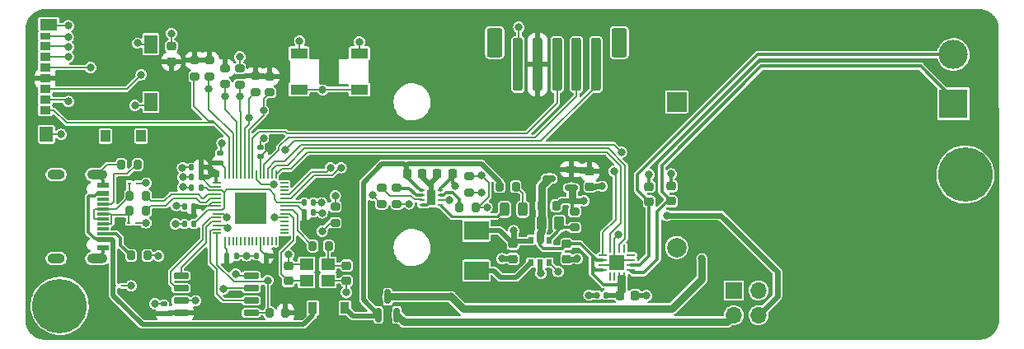
<source format=gtl>
G04 #@! TF.GenerationSoftware,KiCad,Pcbnew,6.0.11-2627ca5db0~126~ubuntu22.04.1*
G04 #@! TF.CreationDate,2024-05-05T15:56:36-04:00*
G04 #@! TF.ProjectId,board,626f6172-642e-46b6-9963-61645f706362,rev?*
G04 #@! TF.SameCoordinates,Original*
G04 #@! TF.FileFunction,Copper,L1,Top*
G04 #@! TF.FilePolarity,Positive*
%FSLAX46Y46*%
G04 Gerber Fmt 4.6, Leading zero omitted, Abs format (unit mm)*
G04 Created by KiCad (PCBNEW 6.0.11-2627ca5db0~126~ubuntu22.04.1) date 2024-05-05 15:56:36*
%MOMM*%
%LPD*%
G01*
G04 APERTURE LIST*
G04 Aperture macros list*
%AMRoundRect*
0 Rectangle with rounded corners*
0 $1 Rounding radius*
0 $2 $3 $4 $5 $6 $7 $8 $9 X,Y pos of 4 corners*
0 Add a 4 corners polygon primitive as box body*
4,1,4,$2,$3,$4,$5,$6,$7,$8,$9,$2,$3,0*
0 Add four circle primitives for the rounded corners*
1,1,$1+$1,$2,$3*
1,1,$1+$1,$4,$5*
1,1,$1+$1,$6,$7*
1,1,$1+$1,$8,$9*
0 Add four rect primitives between the rounded corners*
20,1,$1+$1,$2,$3,$4,$5,0*
20,1,$1+$1,$4,$5,$6,$7,0*
20,1,$1+$1,$6,$7,$8,$9,0*
20,1,$1+$1,$8,$9,$2,$3,0*%
G04 Aperture macros list end*
G04 #@! TA.AperFunction,SMDPad,CuDef*
%ADD10R,0.900000X1.200000*%
G04 #@! TD*
G04 #@! TA.AperFunction,SMDPad,CuDef*
%ADD11RoundRect,0.225000X0.250000X-0.225000X0.250000X0.225000X-0.250000X0.225000X-0.250000X-0.225000X0*%
G04 #@! TD*
G04 #@! TA.AperFunction,SMDPad,CuDef*
%ADD12RoundRect,0.200000X0.275000X-0.200000X0.275000X0.200000X-0.275000X0.200000X-0.275000X-0.200000X0*%
G04 #@! TD*
G04 #@! TA.AperFunction,SMDPad,CuDef*
%ADD13RoundRect,0.140000X0.140000X0.170000X-0.140000X0.170000X-0.140000X-0.170000X0.140000X-0.170000X0*%
G04 #@! TD*
G04 #@! TA.AperFunction,SMDPad,CuDef*
%ADD14RoundRect,0.200000X-0.275000X0.200000X-0.275000X-0.200000X0.275000X-0.200000X0.275000X0.200000X0*%
G04 #@! TD*
G04 #@! TA.AperFunction,SMDPad,CuDef*
%ADD15RoundRect,0.150000X0.512500X0.150000X-0.512500X0.150000X-0.512500X-0.150000X0.512500X-0.150000X0*%
G04 #@! TD*
G04 #@! TA.AperFunction,SMDPad,CuDef*
%ADD16RoundRect,0.225000X-0.250000X0.225000X-0.250000X-0.225000X0.250000X-0.225000X0.250000X0.225000X0*%
G04 #@! TD*
G04 #@! TA.AperFunction,ComponentPad*
%ADD17R,3.000000X3.000000*%
G04 #@! TD*
G04 #@! TA.AperFunction,ComponentPad*
%ADD18C,3.000000*%
G04 #@! TD*
G04 #@! TA.AperFunction,SMDPad,CuDef*
%ADD19R,0.360000X0.250000*%
G04 #@! TD*
G04 #@! TA.AperFunction,SMDPad,CuDef*
%ADD20R,0.510000X0.700000*%
G04 #@! TD*
G04 #@! TA.AperFunction,SMDPad,CuDef*
%ADD21RoundRect,0.140000X-0.140000X-0.170000X0.140000X-0.170000X0.140000X0.170000X-0.140000X0.170000X0*%
G04 #@! TD*
G04 #@! TA.AperFunction,SMDPad,CuDef*
%ADD22RoundRect,0.200000X0.200000X0.275000X-0.200000X0.275000X-0.200000X-0.275000X0.200000X-0.275000X0*%
G04 #@! TD*
G04 #@! TA.AperFunction,ComponentPad*
%ADD23C,5.600000*%
G04 #@! TD*
G04 #@! TA.AperFunction,SMDPad,CuDef*
%ADD24RoundRect,0.225000X-0.225000X-0.250000X0.225000X-0.250000X0.225000X0.250000X-0.225000X0.250000X0*%
G04 #@! TD*
G04 #@! TA.AperFunction,SMDPad,CuDef*
%ADD25RoundRect,0.200000X-0.200000X-0.275000X0.200000X-0.275000X0.200000X0.275000X-0.200000X0.275000X0*%
G04 #@! TD*
G04 #@! TA.AperFunction,SMDPad,CuDef*
%ADD26RoundRect,0.050000X0.050000X-0.387500X0.050000X0.387500X-0.050000X0.387500X-0.050000X-0.387500X0*%
G04 #@! TD*
G04 #@! TA.AperFunction,SMDPad,CuDef*
%ADD27RoundRect,0.050000X0.387500X-0.050000X0.387500X0.050000X-0.387500X0.050000X-0.387500X-0.050000X0*%
G04 #@! TD*
G04 #@! TA.AperFunction,SMDPad,CuDef*
%ADD28R,3.200000X3.200000*%
G04 #@! TD*
G04 #@! TA.AperFunction,SMDPad,CuDef*
%ADD29R,1.100000X0.850000*%
G04 #@! TD*
G04 #@! TA.AperFunction,SMDPad,CuDef*
%ADD30R,1.100000X0.750000*%
G04 #@! TD*
G04 #@! TA.AperFunction,SMDPad,CuDef*
%ADD31R,1.000000X1.200000*%
G04 #@! TD*
G04 #@! TA.AperFunction,SMDPad,CuDef*
%ADD32R,1.350000X1.900000*%
G04 #@! TD*
G04 #@! TA.AperFunction,SMDPad,CuDef*
%ADD33R,1.800000X1.170000*%
G04 #@! TD*
G04 #@! TA.AperFunction,SMDPad,CuDef*
%ADD34R,1.350000X1.550000*%
G04 #@! TD*
G04 #@! TA.AperFunction,SMDPad,CuDef*
%ADD35RoundRect,0.062500X-0.375000X-0.062500X0.375000X-0.062500X0.375000X0.062500X-0.375000X0.062500X0*%
G04 #@! TD*
G04 #@! TA.AperFunction,SMDPad,CuDef*
%ADD36RoundRect,0.062500X-0.062500X-0.375000X0.062500X-0.375000X0.062500X0.375000X-0.062500X0.375000X0*%
G04 #@! TD*
G04 #@! TA.AperFunction,SMDPad,CuDef*
%ADD37R,1.600000X1.600000*%
G04 #@! TD*
G04 #@! TA.AperFunction,SMDPad,CuDef*
%ADD38RoundRect,0.243750X-0.243750X-0.456250X0.243750X-0.456250X0.243750X0.456250X-0.243750X0.456250X0*%
G04 #@! TD*
G04 #@! TA.AperFunction,SMDPad,CuDef*
%ADD39RoundRect,0.140000X0.170000X-0.140000X0.170000X0.140000X-0.170000X0.140000X-0.170000X-0.140000X0*%
G04 #@! TD*
G04 #@! TA.AperFunction,SMDPad,CuDef*
%ADD40R,1.240000X0.600000*%
G04 #@! TD*
G04 #@! TA.AperFunction,SMDPad,CuDef*
%ADD41R,1.240000X0.300000*%
G04 #@! TD*
G04 #@! TA.AperFunction,ComponentPad*
%ADD42O,2.100000X1.000000*%
G04 #@! TD*
G04 #@! TA.AperFunction,ComponentPad*
%ADD43O,1.800000X1.000000*%
G04 #@! TD*
G04 #@! TA.AperFunction,SMDPad,CuDef*
%ADD44R,0.500000X0.250000*%
G04 #@! TD*
G04 #@! TA.AperFunction,SMDPad,CuDef*
%ADD45R,0.900000X1.600000*%
G04 #@! TD*
G04 #@! TA.AperFunction,SMDPad,CuDef*
%ADD46RoundRect,0.225000X0.225000X0.250000X-0.225000X0.250000X-0.225000X-0.250000X0.225000X-0.250000X0*%
G04 #@! TD*
G04 #@! TA.AperFunction,SMDPad,CuDef*
%ADD47R,2.500000X1.900000*%
G04 #@! TD*
G04 #@! TA.AperFunction,SMDPad,CuDef*
%ADD48RoundRect,0.150000X0.650000X0.150000X-0.650000X0.150000X-0.650000X-0.150000X0.650000X-0.150000X0*%
G04 #@! TD*
G04 #@! TA.AperFunction,SMDPad,CuDef*
%ADD49R,1.800000X1.100000*%
G04 #@! TD*
G04 #@! TA.AperFunction,ComponentPad*
%ADD50R,1.700000X1.700000*%
G04 #@! TD*
G04 #@! TA.AperFunction,ComponentPad*
%ADD51O,1.700000X1.700000*%
G04 #@! TD*
G04 #@! TA.AperFunction,SMDPad,CuDef*
%ADD52RoundRect,0.250000X-0.250000X-2.500000X0.250000X-2.500000X0.250000X2.500000X-0.250000X2.500000X0*%
G04 #@! TD*
G04 #@! TA.AperFunction,SMDPad,CuDef*
%ADD53RoundRect,0.250000X-0.550000X-1.250000X0.550000X-1.250000X0.550000X1.250000X-0.550000X1.250000X0*%
G04 #@! TD*
G04 #@! TA.AperFunction,SMDPad,CuDef*
%ADD54RoundRect,0.250000X-0.262500X-0.450000X0.262500X-0.450000X0.262500X0.450000X-0.262500X0.450000X0*%
G04 #@! TD*
G04 #@! TA.AperFunction,SMDPad,CuDef*
%ADD55R,1.400000X1.200000*%
G04 #@! TD*
G04 #@! TA.AperFunction,SMDPad,CuDef*
%ADD56RoundRect,0.150000X0.150000X-0.587500X0.150000X0.587500X-0.150000X0.587500X-0.150000X-0.587500X0*%
G04 #@! TD*
G04 #@! TA.AperFunction,ComponentPad*
%ADD57R,2.000000X2.000000*%
G04 #@! TD*
G04 #@! TA.AperFunction,ComponentPad*
%ADD58C,2.000000*%
G04 #@! TD*
G04 #@! TA.AperFunction,ViaPad*
%ADD59C,0.800000*%
G04 #@! TD*
G04 #@! TA.AperFunction,Conductor*
%ADD60C,0.200000*%
G04 #@! TD*
G04 #@! TA.AperFunction,Conductor*
%ADD61C,0.800000*%
G04 #@! TD*
G04 #@! TA.AperFunction,Conductor*
%ADD62C,0.300000*%
G04 #@! TD*
G04 #@! TA.AperFunction,Conductor*
%ADD63C,0.600000*%
G04 #@! TD*
G04 #@! TA.AperFunction,Conductor*
%ADD64C,0.500000*%
G04 #@! TD*
G04 #@! TA.AperFunction,Conductor*
%ADD65C,0.190000*%
G04 #@! TD*
G04 #@! TA.AperFunction,Conductor*
%ADD66C,0.350000*%
G04 #@! TD*
G04 #@! TA.AperFunction,Conductor*
%ADD67C,0.380000*%
G04 #@! TD*
G04 #@! TA.AperFunction,Conductor*
%ADD68C,0.250000*%
G04 #@! TD*
G04 APERTURE END LIST*
D10*
X129795000Y-88720000D03*
X126495000Y-88720000D03*
D11*
X111975000Y-63365000D03*
X111975000Y-61815000D03*
D12*
X135125000Y-78015000D03*
X135125000Y-76365000D03*
D13*
X121695000Y-83350000D03*
X120735000Y-83350000D03*
D14*
X128795000Y-78305000D03*
X128795000Y-79955000D03*
D15*
X153042500Y-76370000D03*
X153042500Y-74470000D03*
X150767500Y-75420000D03*
D16*
X147055000Y-82125000D03*
X147055000Y-83675000D03*
D13*
X115005000Y-74270000D03*
X114045000Y-74270000D03*
X156630000Y-87400000D03*
X155670000Y-87400000D03*
D17*
X192275000Y-67730000D03*
D18*
X192275000Y-62650000D03*
D19*
X107597500Y-79975000D03*
X108437500Y-79975000D03*
D13*
X115015000Y-76320000D03*
X114055000Y-76320000D03*
D20*
X148865000Y-84060000D03*
X149815000Y-84060000D03*
X150765000Y-84060000D03*
X150765000Y-81740000D03*
X149815000Y-81740000D03*
X148865000Y-81740000D03*
D21*
X125605000Y-77880000D03*
X126565000Y-77880000D03*
D22*
X123700000Y-89230000D03*
X122050000Y-89230000D03*
D11*
X163295000Y-77735000D03*
X163295000Y-76185000D03*
D23*
X193500000Y-75007500D03*
D14*
X114375000Y-63245000D03*
X114375000Y-64895000D03*
D13*
X114255000Y-78290000D03*
X113295000Y-78290000D03*
D22*
X128130000Y-82350000D03*
X126480000Y-82350000D03*
D24*
X149960000Y-78200000D03*
X151510000Y-78200000D03*
D25*
X107700000Y-78725000D03*
X109350000Y-78725000D03*
D14*
X115875000Y-63265000D03*
X115875000Y-64915000D03*
D12*
X142560000Y-76835000D03*
X142560000Y-75185000D03*
D16*
X129965000Y-84375000D03*
X129965000Y-85925000D03*
D19*
X107645000Y-75890000D03*
X108485000Y-75890000D03*
D21*
X125595000Y-78890000D03*
X126555000Y-78890000D03*
D14*
X120575000Y-64875000D03*
X120575000Y-66525000D03*
D16*
X154945000Y-74685000D03*
X154945000Y-76235000D03*
D26*
X117505000Y-81877500D03*
X117905000Y-81877500D03*
X118305000Y-81877500D03*
X118705000Y-81877500D03*
X119105000Y-81877500D03*
X119505000Y-81877500D03*
X119905000Y-81877500D03*
X120305000Y-81877500D03*
X120705000Y-81877500D03*
X121105000Y-81877500D03*
X121505000Y-81877500D03*
X121905000Y-81877500D03*
X122305000Y-81877500D03*
X122705000Y-81877500D03*
D27*
X123542500Y-81040000D03*
X123542500Y-80640000D03*
X123542500Y-80240000D03*
X123542500Y-79840000D03*
X123542500Y-79440000D03*
X123542500Y-79040000D03*
X123542500Y-78640000D03*
X123542500Y-78240000D03*
X123542500Y-77840000D03*
X123542500Y-77440000D03*
X123542500Y-77040000D03*
X123542500Y-76640000D03*
X123542500Y-76240000D03*
X123542500Y-75840000D03*
D26*
X122705000Y-75002500D03*
X122305000Y-75002500D03*
X121905000Y-75002500D03*
X121505000Y-75002500D03*
X121105000Y-75002500D03*
X120705000Y-75002500D03*
X120305000Y-75002500D03*
X119905000Y-75002500D03*
X119505000Y-75002500D03*
X119105000Y-75002500D03*
X118705000Y-75002500D03*
X118305000Y-75002500D03*
X117905000Y-75002500D03*
X117505000Y-75002500D03*
D27*
X116667500Y-75840000D03*
X116667500Y-76240000D03*
X116667500Y-76640000D03*
X116667500Y-77040000D03*
X116667500Y-77440000D03*
X116667500Y-77840000D03*
X116667500Y-78240000D03*
X116667500Y-78640000D03*
X116667500Y-79040000D03*
X116667500Y-79440000D03*
X116667500Y-79840000D03*
X116667500Y-80240000D03*
X116667500Y-80640000D03*
X116667500Y-81040000D03*
D28*
X120105000Y-78440000D03*
D29*
X99025000Y-68415000D03*
X99025000Y-67315000D03*
X99025000Y-66215000D03*
X99025000Y-65115000D03*
X99025000Y-64015000D03*
X99025000Y-62915000D03*
X99025000Y-61815000D03*
D30*
X99025000Y-60765000D03*
D31*
X105175000Y-71050000D03*
X108875000Y-71050000D03*
D32*
X109850000Y-67550000D03*
D33*
X99375000Y-59555000D03*
D32*
X109850000Y-61580000D03*
D34*
X99150000Y-70875000D03*
D12*
X118985000Y-65735000D03*
X118985000Y-64085000D03*
D23*
X100500000Y-88507500D03*
D12*
X133565000Y-78015000D03*
X133565000Y-76365000D03*
D35*
X156297500Y-83290000D03*
X156297500Y-83790000D03*
X156297500Y-84290000D03*
X156297500Y-84790000D03*
D36*
X156985000Y-85477500D03*
X157485000Y-85477500D03*
X157985000Y-85477500D03*
X158485000Y-85477500D03*
D35*
X159172500Y-84790000D03*
X159172500Y-84290000D03*
X159172500Y-83790000D03*
X159172500Y-83290000D03*
D36*
X158485000Y-82602500D03*
X157985000Y-82602500D03*
X157485000Y-82602500D03*
X156985000Y-82602500D03*
D37*
X157735000Y-84040000D03*
D38*
X146197500Y-78560000D03*
X148072500Y-78560000D03*
D25*
X145680000Y-76240000D03*
X147330000Y-76240000D03*
D12*
X153375000Y-80455000D03*
X153375000Y-78805000D03*
D21*
X117685000Y-83360000D03*
X118645000Y-83360000D03*
D39*
X121085000Y-73140000D03*
X121085000Y-72180000D03*
D40*
X104940000Y-76120000D03*
X104940000Y-76920000D03*
D41*
X104940000Y-78070000D03*
X104940000Y-79070000D03*
X104940000Y-79570000D03*
X104940000Y-80570000D03*
D40*
X104940000Y-81720000D03*
X104940000Y-82520000D03*
X104940000Y-82520000D03*
X104940000Y-81720000D03*
D41*
X104940000Y-81070000D03*
X104940000Y-80070000D03*
X104940000Y-78570000D03*
X104940000Y-77570000D03*
D40*
X104940000Y-76920000D03*
X104940000Y-76120000D03*
D42*
X104340000Y-83640000D03*
D43*
X100140000Y-75000000D03*
D42*
X104340000Y-75000000D03*
D43*
X100140000Y-83640000D03*
D22*
X109500000Y-83330000D03*
X107850000Y-83330000D03*
D13*
X114255000Y-80090000D03*
X113295000Y-80090000D03*
D25*
X141540000Y-78360000D03*
X143190000Y-78360000D03*
D39*
X116975000Y-73770000D03*
X116975000Y-72810000D03*
X111195000Y-89280000D03*
X111195000Y-88320000D03*
D25*
X107700000Y-77200000D03*
X109350000Y-77200000D03*
D44*
X137680000Y-76620000D03*
X137680000Y-77120000D03*
X137680000Y-77620000D03*
X137680000Y-78120000D03*
X139580000Y-78120000D03*
X139580000Y-77620000D03*
X139580000Y-77120000D03*
X139580000Y-76620000D03*
D45*
X138630000Y-77370000D03*
D14*
X117475000Y-64065000D03*
X117475000Y-65715000D03*
D16*
X152565000Y-82135000D03*
X152565000Y-83685000D03*
D46*
X140815000Y-74890000D03*
X139265000Y-74890000D03*
D13*
X115005000Y-75280000D03*
X114045000Y-75280000D03*
D47*
X143285000Y-80780000D03*
X143285000Y-84880000D03*
D48*
X120165000Y-89215000D03*
X120165000Y-87945000D03*
X120165000Y-86675000D03*
X120165000Y-85405000D03*
X112965000Y-85405000D03*
X112965000Y-86675000D03*
X112965000Y-87945000D03*
X112965000Y-89215000D03*
D19*
X106167500Y-86440000D03*
X107007500Y-86440000D03*
D14*
X122075000Y-64885000D03*
X122075000Y-66535000D03*
D49*
X131275000Y-62550000D03*
X125075000Y-62550000D03*
X131275000Y-66250000D03*
X125075000Y-66250000D03*
D50*
X169725000Y-86925000D03*
D51*
X172265000Y-86925000D03*
X169725000Y-89465000D03*
X172265000Y-89465000D03*
D22*
X108500000Y-73975000D03*
X106850000Y-73975000D03*
D52*
X147575000Y-63675000D03*
X149575000Y-63675000D03*
X151575000Y-63675000D03*
X153575000Y-63675000D03*
X155575000Y-63675000D03*
D53*
X145175000Y-61425000D03*
X157975000Y-61425000D03*
D16*
X123995000Y-84405000D03*
X123995000Y-85955000D03*
D54*
X149972500Y-80010000D03*
X151797500Y-80010000D03*
D24*
X158050000Y-87425000D03*
X159600000Y-87425000D03*
D16*
X161025000Y-76225000D03*
X161025000Y-77775000D03*
D55*
X125855000Y-85920000D03*
X128055000Y-85920000D03*
X128055000Y-84220000D03*
X125855000Y-84220000D03*
D56*
X133235000Y-89440000D03*
X135135000Y-89440000D03*
X134185000Y-87565000D03*
D24*
X136160000Y-74910000D03*
X137710000Y-74910000D03*
D57*
X163855000Y-67520000D03*
D58*
X163855000Y-82510000D03*
D59*
X140680000Y-87565000D03*
X141091057Y-76191428D03*
X166455000Y-83650000D03*
X145925000Y-83650000D03*
X108215000Y-67890000D03*
X143805000Y-75060000D03*
X112375000Y-80090000D03*
X112465000Y-78190000D03*
X161025000Y-75000000D03*
X119685000Y-83360000D03*
X121065000Y-77510000D03*
X121425000Y-71279500D03*
X113115000Y-74290000D03*
X118995000Y-62900000D03*
X109375000Y-75880000D03*
X154322500Y-77692500D03*
X113125000Y-76280000D03*
X138630000Y-77370000D03*
X157875000Y-81190000D03*
X117175000Y-71790000D03*
X113125000Y-75270000D03*
X119035000Y-79420000D03*
X147650000Y-59850000D03*
X163295000Y-74940000D03*
X110275000Y-88290000D03*
X157765000Y-84040000D03*
X100660000Y-70875000D03*
X132605000Y-77140000D03*
X127425000Y-77900000D03*
X125145000Y-61270000D03*
X160750000Y-87450000D03*
X109345000Y-79970000D03*
X153675000Y-83650000D03*
X122525000Y-79430000D03*
X136405000Y-78010000D03*
X127455000Y-78940000D03*
X118565000Y-85210000D03*
X153132500Y-77692500D03*
X144375000Y-78360000D03*
X111975000Y-60490000D03*
X101385000Y-59700000D03*
X121165000Y-79480000D03*
X108475000Y-61490000D03*
X101395000Y-62900000D03*
X154850000Y-87400000D03*
X107850000Y-86450000D03*
X156215000Y-76220000D03*
X131275000Y-61340000D03*
X119045000Y-77530000D03*
X110655000Y-83380000D03*
X129945000Y-87120000D03*
X124005000Y-83250000D03*
X149925000Y-85150000D03*
X130675000Y-81950000D03*
X122775000Y-71310000D03*
X107875000Y-87890000D03*
X147685000Y-73980000D03*
X146845000Y-69790000D03*
X122765000Y-69840000D03*
X132725000Y-81950000D03*
X148555000Y-74010000D03*
X106275000Y-89190000D03*
X147785000Y-69790000D03*
X147115000Y-80780000D03*
X151675000Y-84970000D03*
X162865000Y-79200000D03*
X119925000Y-69150000D03*
X101400000Y-67475000D03*
X108875000Y-64720500D03*
X117465000Y-66980500D03*
X103675000Y-63990000D03*
X118985000Y-66990000D03*
X121425000Y-68400000D03*
X101390000Y-61865000D03*
X101375000Y-60860000D03*
X115805000Y-66210000D03*
X122450552Y-76012207D03*
X123695000Y-72490000D03*
X143815000Y-76840000D03*
X140488900Y-77619500D03*
X128795000Y-77195000D03*
X127512500Y-66312500D03*
X121875000Y-85890000D03*
X127450000Y-80825000D03*
X158175480Y-72689520D03*
X157426799Y-74651799D03*
X129400000Y-74300000D03*
X128299520Y-74299520D03*
X114475000Y-87990000D03*
X117684500Y-79400000D03*
X117305000Y-86760000D03*
X117705000Y-80500000D03*
D60*
X126386690Y-74700000D02*
X124046690Y-77040000D01*
X128299520Y-74299520D02*
X127899040Y-74700000D01*
X127899040Y-74700000D02*
X126386690Y-74700000D01*
X124046690Y-77040000D02*
X123542500Y-77040000D01*
X128480000Y-75080000D02*
X126620000Y-75080000D01*
X129400000Y-74300000D02*
X129260000Y-74300000D01*
X129260000Y-74300000D02*
X128480000Y-75080000D01*
X126620000Y-75080000D02*
X124260000Y-77440000D01*
X124260000Y-77440000D02*
X123542500Y-77440000D01*
D61*
X166455000Y-83650000D02*
X166455000Y-85730000D01*
X141940000Y-88825000D02*
X140680000Y-87565000D01*
D62*
X140815000Y-75915371D02*
X140815000Y-75230000D01*
X141091057Y-76191428D02*
X140815000Y-75915371D01*
X139580000Y-76620000D02*
X139580000Y-76465000D01*
D61*
X140680000Y-87565000D02*
X134185000Y-87565000D01*
X163360000Y-88825000D02*
X141940000Y-88825000D01*
D62*
X139580000Y-76465000D02*
X140815000Y-75230000D01*
D61*
X166455000Y-85730000D02*
X163360000Y-88825000D01*
D63*
X155500000Y-76220000D02*
X155485000Y-76235000D01*
D60*
X160725000Y-87425000D02*
X160750000Y-87450000D01*
X110605000Y-83330000D02*
X110655000Y-83380000D01*
D62*
X104940000Y-83040000D02*
X104340000Y-83640000D01*
D61*
X153132500Y-76460000D02*
X153042500Y-76370000D01*
D60*
X107850000Y-86450000D02*
X107840000Y-86440000D01*
D63*
X145925000Y-83650000D02*
X147030000Y-83650000D01*
D60*
X109510000Y-67890000D02*
X109850000Y-67550000D01*
X147650000Y-59850000D02*
X147650000Y-63600000D01*
D62*
X138630000Y-77370000D02*
X138630000Y-76150000D01*
D64*
X152017500Y-77692500D02*
X153132500Y-77692500D01*
D60*
X114055000Y-76320000D02*
X113165000Y-76320000D01*
X143190000Y-78360000D02*
X143505000Y-78360000D01*
D62*
X161025000Y-76225000D02*
X161025000Y-75000000D01*
D64*
X138630000Y-77370000D02*
X138630000Y-75865000D01*
D60*
X143505000Y-78360000D02*
X144555000Y-77310000D01*
X125145000Y-61270000D02*
X125145000Y-62480000D01*
D64*
X138630000Y-76150000D02*
X137700000Y-75220000D01*
D65*
X104340000Y-75000000D02*
X105365000Y-73975000D01*
D61*
X153132500Y-77692500D02*
X153132500Y-76460000D01*
D60*
X122535000Y-79440000D02*
X122525000Y-79430000D01*
X118985000Y-62910000D02*
X118985000Y-64085000D01*
X109850000Y-61580000D02*
X108565000Y-61580000D01*
X127405000Y-78890000D02*
X126555000Y-78890000D01*
X129965000Y-85925000D02*
X129965000Y-87100000D01*
X118565000Y-85210000D02*
X118750000Y-85395000D01*
X108475000Y-61490000D02*
X108565000Y-61580000D01*
X123995000Y-83260000D02*
X124005000Y-83250000D01*
X131275000Y-61340000D02*
X131275000Y-62050000D01*
X157485000Y-81580000D02*
X157485000Y-82602500D01*
X128060000Y-85925000D02*
X128055000Y-85920000D01*
X123995000Y-84405000D02*
X123995000Y-83260000D01*
X113165000Y-76320000D02*
X113125000Y-76280000D01*
D64*
X149815000Y-85040000D02*
X149815000Y-84060000D01*
D60*
X131275000Y-62050000D02*
X130775000Y-62550000D01*
D62*
X153132500Y-78562500D02*
X153375000Y-78805000D01*
X138630000Y-77705000D02*
X138215000Y-78120000D01*
D60*
X118995000Y-62900000D02*
X118985000Y-62910000D01*
X120735000Y-83350000D02*
X119695000Y-83350000D01*
D64*
X159600000Y-87425000D02*
X160725000Y-87425000D01*
D60*
X121105000Y-72250000D02*
X121105000Y-71599500D01*
D65*
X109345000Y-79970000D02*
X109340000Y-79975000D01*
D60*
X127405000Y-77880000D02*
X127425000Y-77900000D01*
X157875000Y-81190000D02*
X157485000Y-81580000D01*
D66*
X149925000Y-85150000D02*
X149765000Y-84990000D01*
D60*
X108215000Y-67890000D02*
X109510000Y-67890000D01*
X114045000Y-75280000D02*
X113135000Y-75280000D01*
X111975000Y-61815000D02*
X111975000Y-60490000D01*
X144555000Y-75810000D02*
X143805000Y-75060000D01*
X117175000Y-71790000D02*
X117025000Y-71940000D01*
D62*
X153132500Y-77692500D02*
X153132500Y-78562500D01*
D60*
X101385000Y-59700000D02*
X99520000Y-59700000D01*
D63*
X154322500Y-77692500D02*
X153132500Y-77692500D01*
D60*
X107840000Y-86440000D02*
X107007500Y-86440000D01*
D62*
X138630000Y-77370000D02*
X138630000Y-77705000D01*
D60*
X157485000Y-82602500D02*
X157485000Y-83790000D01*
X129965000Y-87100000D02*
X129945000Y-87120000D01*
D66*
X153640000Y-83685000D02*
X153675000Y-83650000D01*
D62*
X163295000Y-74940000D02*
X163295000Y-76185000D01*
D65*
X109365000Y-75890000D02*
X108485000Y-75890000D01*
D60*
X125855000Y-84220000D02*
X124180000Y-84220000D01*
X142560000Y-75185000D02*
X143680000Y-75185000D01*
D62*
X104940000Y-75600000D02*
X104340000Y-75000000D01*
D60*
X144555000Y-77310000D02*
X144555000Y-75810000D01*
D63*
X155485000Y-76235000D02*
X154945000Y-76235000D01*
D60*
X101380000Y-62915000D02*
X99025000Y-62915000D01*
D62*
X104940000Y-76120000D02*
X104940000Y-75600000D01*
X104940000Y-82520000D02*
X104940000Y-83040000D01*
D60*
X121105000Y-71599500D02*
X121425000Y-71279500D01*
X125145000Y-62480000D02*
X125075000Y-62550000D01*
D64*
X138630000Y-75865000D02*
X139265000Y-75230000D01*
D60*
X127455000Y-78940000D02*
X127405000Y-78890000D01*
X113135000Y-74270000D02*
X113115000Y-74290000D01*
X147650000Y-63600000D02*
X147575000Y-63675000D01*
X119695000Y-83350000D02*
X119685000Y-83360000D01*
X111165000Y-88290000D02*
X111195000Y-88320000D01*
X143680000Y-75185000D02*
X143805000Y-75060000D01*
D65*
X109375000Y-75880000D02*
X109365000Y-75890000D01*
D60*
X109500000Y-83330000D02*
X110605000Y-83330000D01*
D64*
X151510000Y-78200000D02*
X152017500Y-77692500D01*
D63*
X156215000Y-76220000D02*
X155500000Y-76220000D01*
D60*
X132605000Y-77140000D02*
X133480000Y-78015000D01*
X124180000Y-84220000D02*
X123995000Y-84405000D01*
D62*
X138215000Y-78120000D02*
X137680000Y-78120000D01*
D60*
X133480000Y-78015000D02*
X133565000Y-78015000D01*
D65*
X105365000Y-73975000D02*
X106850000Y-73975000D01*
D60*
X112465000Y-78190000D02*
X113415000Y-78190000D01*
X157485000Y-83790000D02*
X157735000Y-84040000D01*
X118750000Y-85395000D02*
X120165000Y-85395000D01*
D65*
X109340000Y-79975000D02*
X108437500Y-79975000D01*
D60*
X126565000Y-77880000D02*
X127405000Y-77880000D01*
X112375000Y-80090000D02*
X113295000Y-80090000D01*
D63*
X152565000Y-83685000D02*
X153640000Y-83685000D01*
D64*
X155795000Y-87400000D02*
X154850000Y-87400000D01*
D60*
X117025000Y-71940000D02*
X117025000Y-72520000D01*
X156297500Y-84290000D02*
X157485000Y-84290000D01*
X136400000Y-78015000D02*
X135125000Y-78015000D01*
X123542500Y-79440000D02*
X122535000Y-79440000D01*
X113135000Y-75280000D02*
X113125000Y-75270000D01*
X129965000Y-85925000D02*
X128060000Y-85925000D01*
X110275000Y-88290000D02*
X111165000Y-88290000D01*
X157485000Y-84290000D02*
X157735000Y-84040000D01*
X159172500Y-83790000D02*
X157985000Y-83790000D01*
X136405000Y-78010000D02*
X136400000Y-78015000D01*
X147030000Y-83650000D02*
X147055000Y-83675000D01*
X101395000Y-62900000D02*
X101380000Y-62915000D01*
X118645000Y-83360000D02*
X119685000Y-83360000D01*
X100660000Y-70875000D02*
X99150000Y-70875000D01*
X144375000Y-78360000D02*
X143190000Y-78360000D01*
X114045000Y-74270000D02*
X113135000Y-74270000D01*
X157985000Y-83790000D02*
X157735000Y-84040000D01*
X99520000Y-59700000D02*
X99375000Y-59555000D01*
X122775000Y-71450000D02*
X122775000Y-71310000D01*
D62*
X116575000Y-75670000D02*
X116575000Y-75280000D01*
D60*
X117500000Y-82500000D02*
X117500000Y-81882500D01*
X125635000Y-78930000D02*
X124945000Y-78240000D01*
X115995000Y-78240000D02*
X115765000Y-78240000D01*
X121105000Y-73210000D02*
X121105000Y-75002500D01*
X117505000Y-74300000D02*
X116975000Y-73770000D01*
D62*
X115565000Y-74270000D02*
X115005000Y-74270000D01*
D63*
X154730000Y-74470000D02*
X154945000Y-74685000D01*
D60*
X121695000Y-83350000D02*
X121105000Y-82760000D01*
D62*
X116575000Y-75280000D02*
X115565000Y-74270000D01*
D60*
X121105000Y-82760000D02*
X121105000Y-81877500D01*
X115965000Y-76240000D02*
X115005000Y-75280000D01*
X117685000Y-82685000D02*
X117500000Y-82500000D01*
X116165000Y-77840000D02*
X115765000Y-78240000D01*
X116667500Y-75762500D02*
X116575000Y-75670000D01*
X111260000Y-89215000D02*
X111195000Y-89280000D01*
X116667500Y-75840000D02*
X116667500Y-75762500D01*
X116667500Y-78240000D02*
X115995000Y-78240000D01*
X116667500Y-77840000D02*
X116165000Y-77840000D01*
X124945000Y-78240000D02*
X123835000Y-78240000D01*
X115765000Y-78240000D02*
X114425000Y-78240000D01*
X121085000Y-73140000D02*
X122775000Y-71450000D01*
X117505000Y-75002500D02*
X117505000Y-74300000D01*
D63*
X153042500Y-74470000D02*
X154730000Y-74470000D01*
D60*
X117685000Y-83360000D02*
X117685000Y-82685000D01*
X116667500Y-76240000D02*
X115965000Y-76240000D01*
X112965000Y-89215000D02*
X111260000Y-89215000D01*
X117500000Y-81882500D02*
X117505000Y-81877500D01*
X114425000Y-78240000D02*
X114375000Y-78190000D01*
D64*
X131700000Y-85625000D02*
X131695000Y-85620000D01*
X133145000Y-89530000D02*
X133235000Y-89440000D01*
D62*
X137680000Y-76620000D02*
X137550000Y-76620000D01*
D64*
X131695000Y-86603798D02*
X131700000Y-86598798D01*
X131700000Y-86598798D02*
X131700000Y-85625000D01*
D62*
X137550000Y-76620000D02*
X136150000Y-75220000D01*
D64*
X131695000Y-75800000D02*
X133605000Y-73890000D01*
X130605000Y-89530000D02*
X133145000Y-89530000D01*
X131695000Y-85620000D02*
X131695000Y-75800000D01*
X136050000Y-74100000D02*
X136260000Y-73890000D01*
X136150000Y-74200000D02*
X136050000Y-74100000D01*
X133235000Y-89440000D02*
X131695000Y-87900000D01*
X135840000Y-73890000D02*
X136050000Y-74100000D01*
X145680000Y-75761202D02*
X145680000Y-76240000D01*
X133605000Y-73890000D02*
X135840000Y-73890000D01*
X131695000Y-87900000D02*
X131695000Y-86603798D01*
X136260000Y-73890000D02*
X143808798Y-73890000D01*
X129795000Y-88720000D02*
X130605000Y-89530000D01*
X143808798Y-73890000D02*
X145680000Y-75761202D01*
X136150000Y-75220000D02*
X136150000Y-74200000D01*
X145710000Y-80780000D02*
X143285000Y-80780000D01*
X148760000Y-81845000D02*
X148865000Y-81740000D01*
X147055000Y-81845000D02*
X148760000Y-81845000D01*
D63*
X147115000Y-81785000D02*
X147055000Y-81845000D01*
X174200000Y-87530000D02*
X172265000Y-89465000D01*
X174200000Y-85000000D02*
X174200000Y-87530000D01*
D60*
X151675000Y-84970000D02*
X150765000Y-84060000D01*
D63*
X147115000Y-80780000D02*
X147115000Y-81785000D01*
X162865000Y-79200000D02*
X168400000Y-79200000D01*
D64*
X147055000Y-82125000D02*
X145710000Y-80780000D01*
X147055000Y-81845000D02*
X147055000Y-82125000D01*
D63*
X168400000Y-79200000D02*
X174200000Y-85000000D01*
D66*
X157315000Y-86330000D02*
X158265000Y-86330000D01*
X155230000Y-83405000D02*
X155615000Y-83790000D01*
D64*
X157750000Y-87400000D02*
X156630000Y-87400000D01*
D66*
X155215000Y-83830000D02*
X155215000Y-84490000D01*
X150060000Y-79922500D02*
X149972500Y-80010000D01*
X157985000Y-85977500D02*
X157985000Y-87360000D01*
X155515000Y-84790000D02*
X156297500Y-84790000D01*
X158278750Y-85683750D02*
X158485000Y-85477500D01*
X152110000Y-82590000D02*
X150165000Y-82590000D01*
X157985000Y-87360000D02*
X158050000Y-87425000D01*
D64*
X149972500Y-80010000D02*
X149972500Y-77557500D01*
D66*
X157885000Y-86330000D02*
X157985000Y-86230000D01*
X153960000Y-82135000D02*
X155230000Y-83405000D01*
D64*
X149972500Y-77557500D02*
X150060000Y-77470000D01*
D66*
X155215000Y-84490000D02*
X155515000Y-84790000D01*
X157315000Y-86330000D02*
X157885000Y-86330000D01*
X152565000Y-82135000D02*
X153960000Y-82135000D01*
X158050000Y-87425000D02*
X158050000Y-87100000D01*
X158485000Y-86990000D02*
X158050000Y-87425000D01*
D61*
X149972500Y-80810000D02*
X149972500Y-77557500D01*
X150767500Y-75420000D02*
X149972500Y-76215000D01*
D66*
X158278750Y-85936250D02*
X158278750Y-85683750D01*
X158300000Y-86850000D02*
X158300000Y-85705000D01*
X155215000Y-85200000D02*
X156345000Y-86330000D01*
X157985000Y-86230000D02*
X157985000Y-85977500D01*
X156345000Y-86330000D02*
X157315000Y-86330000D01*
D61*
X149972500Y-76215000D02*
X149972500Y-80010000D01*
D66*
X158265000Y-86330000D02*
X158365000Y-86230000D01*
D61*
X149815000Y-80967500D02*
X149972500Y-80810000D01*
D66*
X155615000Y-83790000D02*
X155515000Y-83690000D01*
X158485000Y-86110000D02*
X158485000Y-85477500D01*
X158485000Y-85477500D02*
X158485000Y-86990000D01*
X158365000Y-86230000D02*
X158485000Y-86110000D01*
X150060000Y-77470000D02*
X150060000Y-79922500D01*
X158050000Y-87100000D02*
X158300000Y-86850000D01*
X155615000Y-83790000D02*
X156297500Y-83790000D01*
X157985000Y-85477500D02*
X158485000Y-85477500D01*
X150165000Y-82590000D02*
X149815000Y-82240000D01*
X152565000Y-82135000D02*
X152110000Y-82590000D01*
D60*
X158300000Y-86850000D02*
X157750000Y-87400000D01*
D66*
X155230000Y-83405000D02*
X155215000Y-83420000D01*
X158300000Y-85705000D02*
X158278750Y-85683750D01*
D61*
X149815000Y-81740000D02*
X149815000Y-80967500D01*
D66*
X155515000Y-83690000D02*
X155355000Y-83690000D01*
X155215000Y-84490000D02*
X155215000Y-85200000D01*
X157985000Y-86230000D02*
X157985000Y-85477500D01*
X149815000Y-82240000D02*
X149815000Y-81740000D01*
X155355000Y-83690000D02*
X155215000Y-83830000D01*
X157985000Y-86230000D02*
X158365000Y-86230000D01*
X155215000Y-83420000D02*
X155215000Y-83830000D01*
X157985000Y-85977500D02*
X158278750Y-85683750D01*
X157885000Y-86330000D02*
X158278750Y-85936250D01*
D67*
X162335000Y-74070000D02*
X172545000Y-63860000D01*
X188915000Y-63860000D02*
X192275000Y-67220000D01*
X163295000Y-77735000D02*
X162335000Y-76775000D01*
X163255000Y-77775000D02*
X162890000Y-77775000D01*
X162335000Y-76775000D02*
X162335000Y-74070000D01*
X172545000Y-63860000D02*
X188915000Y-63860000D01*
X159375000Y-85090000D02*
X159175000Y-84890000D01*
X161875000Y-78790000D02*
X161875000Y-83690000D01*
X192275000Y-67220000D02*
X192275000Y-67730000D01*
X161875000Y-83690000D02*
X160475000Y-85090000D01*
X162890000Y-77775000D02*
X161875000Y-78790000D01*
X160475000Y-85090000D02*
X159375000Y-85090000D01*
X161025000Y-77775000D02*
X159825000Y-76575000D01*
X159172500Y-84290000D02*
X160075000Y-84290000D01*
X172175000Y-62650000D02*
X192805000Y-62650000D01*
X159825000Y-75000000D02*
X172175000Y-62650000D01*
X160075000Y-84290000D02*
X161025000Y-83340000D01*
X161025000Y-83340000D02*
X161025000Y-77775000D01*
X159825000Y-76575000D02*
X159825000Y-75000000D01*
D60*
X125855000Y-85920000D02*
X124030000Y-85920000D01*
X124030000Y-85920000D02*
X123995000Y-85955000D01*
X124525000Y-79518310D02*
X124046690Y-79040000D01*
X123240000Y-85200000D02*
X123240000Y-83053334D01*
X123240000Y-83053334D02*
X124525000Y-81768334D01*
X124046690Y-79040000D02*
X123542500Y-79040000D01*
X124525000Y-81768334D02*
X124525000Y-79518310D01*
X123995000Y-85955000D02*
X123240000Y-85200000D01*
X128055000Y-84220000D02*
X128055000Y-82425000D01*
X128055000Y-82425000D02*
X128130000Y-82350000D01*
X128210000Y-84375000D02*
X128055000Y-84220000D01*
X129965000Y-84375000D02*
X128210000Y-84375000D01*
X125585000Y-77860000D02*
X123475000Y-77860000D01*
X116667500Y-76640000D02*
X115827598Y-76640000D01*
X122035000Y-76560000D02*
X117678310Y-76560000D01*
X117171690Y-76640000D02*
X116667500Y-76640000D01*
X115507598Y-76320000D02*
X115015000Y-76320000D01*
X122840000Y-77840000D02*
X122550000Y-77550000D01*
X116667500Y-78640000D02*
X117171690Y-78640000D01*
X115705000Y-78640000D02*
X114255000Y-80090000D01*
X117678310Y-76560000D02*
X117385000Y-76853310D01*
X122550000Y-77075000D02*
X122035000Y-76560000D01*
X117385000Y-78426690D02*
X117385000Y-76853310D01*
X116667500Y-78640000D02*
X115705000Y-78640000D01*
X122550000Y-77550000D02*
X122550000Y-77075000D01*
X117171690Y-78640000D02*
X117385000Y-78426690D01*
X115827598Y-76640000D02*
X115507598Y-76320000D01*
X125605000Y-77880000D02*
X125585000Y-77860000D01*
X123542500Y-77840000D02*
X122840000Y-77840000D01*
X117385000Y-76853310D02*
X117171690Y-76640000D01*
D62*
X104120306Y-81484999D02*
X104355307Y-81720000D01*
D64*
X105990000Y-81790000D02*
X105990000Y-86395000D01*
D62*
X103435000Y-77239695D02*
X103435000Y-80910000D01*
D64*
X126495000Y-89480000D02*
X126495000Y-88720000D01*
X125545000Y-90430000D02*
X126495000Y-89480000D01*
D62*
X104120306Y-77155001D02*
X103519694Y-77155001D01*
X103435000Y-80910000D02*
X104009999Y-81484999D01*
D60*
X106035000Y-86440000D02*
X105990000Y-86395000D01*
D62*
X104355307Y-81720000D02*
X104940000Y-81720000D01*
X104940000Y-76920000D02*
X104355307Y-76920000D01*
X104355307Y-76920000D02*
X104120306Y-77155001D01*
D64*
X105920000Y-81720000D02*
X105990000Y-81790000D01*
D60*
X106167500Y-86440000D02*
X106035000Y-86440000D01*
D64*
X105990000Y-87425000D02*
X108995000Y-90430000D01*
X108995000Y-90430000D02*
X125545000Y-90430000D01*
X105990000Y-86395000D02*
X105990000Y-87425000D01*
X104940000Y-81720000D02*
X105920000Y-81720000D01*
D62*
X104009999Y-81484999D02*
X104120306Y-81484999D01*
X103519694Y-77155001D02*
X103435000Y-77239695D01*
D60*
X104940000Y-78570000D02*
X104110000Y-78570000D01*
D65*
X107700000Y-77200000D02*
X107625000Y-77125000D01*
D60*
X104040000Y-78640000D02*
X104040000Y-79500000D01*
X104040000Y-79500000D02*
X104110000Y-79570000D01*
X106330000Y-78570000D02*
X107700000Y-77200000D01*
D65*
X107625000Y-77125000D02*
X107625000Y-75880000D01*
D60*
X104110000Y-78570000D02*
X104040000Y-78640000D01*
D65*
X107625000Y-75880000D02*
X107630000Y-75875000D01*
D60*
X104110000Y-79570000D02*
X104940000Y-79570000D01*
X104940000Y-78570000D02*
X106330000Y-78570000D01*
D65*
X107700000Y-78725000D02*
X107597500Y-78827500D01*
D60*
X105840000Y-79140000D02*
X107285000Y-79140000D01*
X105840000Y-79140000D02*
X105770000Y-79070000D01*
X105840000Y-80000000D02*
X105840000Y-79140000D01*
X104940000Y-80070000D02*
X105770000Y-80070000D01*
X105770000Y-80070000D02*
X105840000Y-80000000D01*
D65*
X107597500Y-78827500D02*
X107597500Y-79975000D01*
D60*
X107285000Y-79140000D02*
X107700000Y-78725000D01*
X105770000Y-79070000D02*
X104940000Y-79070000D01*
D68*
X140741250Y-79315000D02*
X139596250Y-78170000D01*
X145408750Y-79315000D02*
X140741250Y-79315000D01*
X146163750Y-78560000D02*
X145408750Y-79315000D01*
D60*
X148072500Y-78560000D02*
X148072500Y-76982500D01*
X148072500Y-76982500D02*
X147330000Y-76240000D01*
D65*
X104940000Y-78070000D02*
X105760000Y-78070000D01*
X108395330Y-73975000D02*
X108500000Y-73975000D01*
X106050000Y-77780000D02*
X106050000Y-74925000D01*
X106050000Y-74925000D02*
X107445330Y-74925000D01*
X105760000Y-78070000D02*
X106050000Y-77780000D01*
X107445330Y-74925000D02*
X108395330Y-73975000D01*
D62*
X106285000Y-81070000D02*
X106755000Y-81540000D01*
X106755000Y-82260000D02*
X107825000Y-83330000D01*
X106755000Y-81540000D02*
X106755000Y-82260000D01*
X104940000Y-81070000D02*
X106285000Y-81070000D01*
X107825000Y-83330000D02*
X107850000Y-83330000D01*
D60*
X114275000Y-68000000D02*
X115800000Y-69525000D01*
X116425000Y-69700000D02*
X101200000Y-69700000D01*
X117925000Y-71200000D02*
X117925000Y-74982500D01*
X115800000Y-69525000D02*
X116250000Y-69525000D01*
X99915000Y-68415000D02*
X99025000Y-68415000D01*
X116250000Y-69525000D02*
X116425000Y-69700000D01*
X117925000Y-74982500D02*
X117905000Y-75002500D01*
X116425000Y-69700000D02*
X117925000Y-71200000D01*
X101200000Y-69700000D02*
X99915000Y-68415000D01*
X114275000Y-64895000D02*
X114275000Y-68000000D01*
X101240000Y-67315000D02*
X99025000Y-67315000D01*
X119925000Y-67175000D02*
X119925000Y-69150000D01*
X119925000Y-69150000D02*
X119925000Y-69840000D01*
X101400000Y-67475000D02*
X101240000Y-67315000D01*
X119925000Y-69840000D02*
X119505000Y-70260000D01*
X119505000Y-70260000D02*
X119505000Y-75002500D01*
X120485000Y-66615000D02*
X119925000Y-67175000D01*
X118705000Y-69536299D02*
X118705000Y-75002500D01*
X108875000Y-64720500D02*
X107380500Y-66215000D01*
X117465000Y-66980500D02*
X117465000Y-65785000D01*
X117465000Y-65785000D02*
X117425000Y-65745000D01*
X107380500Y-66215000D02*
X99025000Y-66215000D01*
X117465000Y-68296299D02*
X118705000Y-69536299D01*
X117465000Y-66980500D02*
X117465000Y-68296299D01*
X119085000Y-68560000D02*
X119085000Y-74650000D01*
X118985000Y-66990000D02*
X118985000Y-65860000D01*
X118985000Y-66990000D02*
X118985000Y-68460000D01*
X99050000Y-63990000D02*
X99025000Y-64015000D01*
X103675000Y-63990000D02*
X99050000Y-63990000D01*
X118985000Y-68460000D02*
X119085000Y-68560000D01*
X101340000Y-61815000D02*
X99025000Y-61815000D01*
X119905000Y-70420000D02*
X119905000Y-75002500D01*
X121425000Y-68400000D02*
X121425000Y-67225000D01*
X121425000Y-67225000D02*
X122115000Y-66535000D01*
X121425000Y-68400000D02*
X121425000Y-68900000D01*
X101390000Y-61865000D02*
X101340000Y-61815000D01*
X121425000Y-68900000D02*
X119905000Y-70420000D01*
X115805000Y-68280000D02*
X118305000Y-70780000D01*
X115805000Y-64935000D02*
X115825000Y-64915000D01*
X118305000Y-70780000D02*
X118305000Y-75002500D01*
X101375000Y-60860000D02*
X101280000Y-60765000D01*
X115805000Y-66210000D02*
X115805000Y-68280000D01*
X101280000Y-60765000D02*
X99025000Y-60765000D01*
X115805000Y-66210000D02*
X115805000Y-64935000D01*
X120963834Y-70599500D02*
X123657099Y-70599500D01*
X123847599Y-70790000D02*
X148435000Y-70790000D01*
X148435000Y-70790000D02*
X151575000Y-67650000D01*
X151575000Y-67650000D02*
X151575000Y-63675000D01*
X120305000Y-75002500D02*
X120305000Y-71258334D01*
X120305000Y-71258334D02*
X120963834Y-70599500D01*
X123657099Y-70599500D02*
X123847599Y-70790000D01*
X121505000Y-75002500D02*
X121505000Y-73960000D01*
X123995000Y-71170000D02*
X149330000Y-71170000D01*
X149330000Y-71170000D02*
X153575000Y-66925000D01*
X153575000Y-66925000D02*
X153575000Y-63675000D01*
X121505000Y-73960000D02*
X123015000Y-72450000D01*
X123015000Y-72150000D02*
X123995000Y-71170000D01*
X123015000Y-72450000D02*
X123015000Y-72150000D01*
X155575000Y-65900000D02*
X155575000Y-63675000D01*
X149925000Y-71550000D02*
X155575000Y-65900000D01*
X120705000Y-75506690D02*
X120705000Y-75002500D01*
X123695000Y-72490000D02*
X124635000Y-71550000D01*
X122450552Y-76012207D02*
X121210517Y-76012207D01*
X124635000Y-71550000D02*
X149925000Y-71550000D01*
X121210517Y-76012207D02*
X120705000Y-75506690D01*
D61*
X135845000Y-90150000D02*
X169050000Y-90150000D01*
X169050000Y-90150000D02*
X169710000Y-89490000D01*
X135135000Y-89440000D02*
X135845000Y-90150000D01*
D64*
X148865000Y-84073798D02*
X148865000Y-84060000D01*
X143285000Y-84880000D02*
X145055000Y-84880000D01*
X147348798Y-85590000D02*
X148865000Y-84073798D01*
X145055000Y-84880000D02*
X145765000Y-85590000D01*
X145765000Y-85590000D02*
X147348798Y-85590000D01*
D60*
X115135359Y-77410019D02*
X115324497Y-77410019D01*
D65*
X116657554Y-77030054D02*
X116667500Y-77040000D01*
D60*
X109350000Y-77200000D02*
X109887499Y-77737499D01*
X111956946Y-77020019D02*
X114745359Y-77020019D01*
D65*
X115647662Y-77086854D02*
X115704462Y-77030054D01*
D60*
X109887499Y-77737499D02*
X111239466Y-77737499D01*
X115324497Y-77410019D02*
X115647662Y-77086854D01*
X111239466Y-77737499D02*
X111956946Y-77020019D01*
X114745359Y-77020019D02*
X115135359Y-77410019D01*
D65*
X115704462Y-77030054D02*
X116657554Y-77030054D01*
X115900000Y-77525000D02*
X115975000Y-77450000D01*
D60*
X114948970Y-77860000D02*
X114558970Y-77470000D01*
X115900000Y-77525000D02*
X115565000Y-77860000D01*
X112143334Y-77470000D02*
X111425833Y-78187501D01*
D65*
X116657500Y-77450000D02*
X116667500Y-77440000D01*
D60*
X115565000Y-77860000D02*
X114948970Y-77860000D01*
D65*
X115975000Y-77450000D02*
X116657500Y-77450000D01*
D60*
X109887499Y-78187501D02*
X109350000Y-78725000D01*
X114558970Y-77470000D02*
X112143334Y-77470000D01*
X111425833Y-78187501D02*
X109887499Y-78187501D01*
D62*
X137095000Y-77120000D02*
X136395000Y-76420000D01*
X136395000Y-76420000D02*
X135180000Y-76420000D01*
X135180000Y-76420000D02*
X135125000Y-76365000D01*
X137680000Y-77120000D02*
X137095000Y-77120000D01*
D60*
X137680000Y-77620000D02*
X137610000Y-77550000D01*
X136916888Y-77550000D02*
X136571888Y-77205000D01*
X136571888Y-77205000D02*
X134405000Y-77205000D01*
X134405000Y-77205000D02*
X133565000Y-76365000D01*
X137610000Y-77550000D02*
X136916888Y-77550000D01*
D62*
X151797500Y-80010000D02*
X151797500Y-80707500D01*
X151797500Y-80707500D02*
X150765000Y-81740000D01*
X152242500Y-80455000D02*
X151797500Y-80010000D01*
X153375000Y-80455000D02*
X152242500Y-80455000D01*
D60*
X140488400Y-77620000D02*
X139580000Y-77620000D01*
X143815000Y-76840000D02*
X142565000Y-76840000D01*
X140488900Y-77619500D02*
X140488400Y-77620000D01*
X142565000Y-76840000D02*
X142560000Y-76835000D01*
D62*
X139930000Y-77120000D02*
X140160000Y-76890000D01*
X141540000Y-77565000D02*
X141540000Y-78360000D01*
X140160000Y-76890000D02*
X140865000Y-76890000D01*
X139580000Y-77120000D02*
X139930000Y-77120000D01*
X140865000Y-76890000D02*
X141540000Y-77565000D01*
D60*
X124915000Y-80785000D02*
X124915000Y-79110000D01*
X124915000Y-79110000D02*
X124445000Y-78640000D01*
X124445000Y-78640000D02*
X123542500Y-78640000D01*
X126480000Y-82350000D02*
X124915000Y-80785000D01*
X127450000Y-66250000D02*
X124575000Y-66250000D01*
X127512500Y-66312500D02*
X127575000Y-66250000D01*
X127512500Y-66312500D02*
X127450000Y-66250000D01*
X128795000Y-77195000D02*
X128795000Y-78305000D01*
X127575000Y-66250000D02*
X130775000Y-66250000D01*
X128320000Y-79955000D02*
X128795000Y-79955000D01*
X121735000Y-86030000D02*
X118423334Y-86030000D01*
X121875000Y-85890000D02*
X121735000Y-86030000D01*
X121875000Y-85890000D02*
X121875000Y-89055000D01*
X118423334Y-86030000D02*
X116667500Y-84274166D01*
X121875000Y-89055000D02*
X122035000Y-89215000D01*
X116667500Y-84274166D02*
X116667500Y-81040000D01*
X122035000Y-89215000D02*
X120165000Y-89215000D01*
X127450000Y-80825000D02*
X128320000Y-79955000D01*
X122605908Y-73660000D02*
X121905000Y-74360908D01*
X157415960Y-71930000D02*
X125295000Y-71930000D01*
X157585000Y-74810000D02*
X157585000Y-79650000D01*
X123565000Y-73660000D02*
X122605908Y-73660000D01*
X156300000Y-83287500D02*
X156297500Y-83290000D01*
X125295000Y-71930000D02*
X123565000Y-73660000D01*
X156300000Y-80935000D02*
X156300000Y-83287500D01*
X157426799Y-74651799D02*
X157585000Y-74810000D01*
X121905000Y-74360908D02*
X121905000Y-75002500D01*
X158175480Y-72689520D02*
X157415960Y-71930000D01*
X157585000Y-79650000D02*
X156300000Y-80935000D01*
X158575000Y-81590632D02*
X158575000Y-74050000D01*
X157985000Y-82180632D02*
X158575000Y-81590632D01*
X158575000Y-74050000D02*
X156835000Y-72310000D01*
X122763310Y-74040000D02*
X122305000Y-74498310D01*
X157985000Y-82602500D02*
X157985000Y-82180632D01*
X125635000Y-72310000D02*
X123905000Y-74040000D01*
X156835000Y-72310000D02*
X125635000Y-72310000D01*
X123905000Y-74040000D02*
X122763310Y-74040000D01*
X122305000Y-74498310D02*
X122305000Y-75002500D01*
X158106299Y-74118701D02*
X158106299Y-79958701D01*
X156985000Y-81080000D02*
X156985000Y-82602500D01*
X158106299Y-79958701D02*
X156985000Y-81080000D01*
X124245000Y-74420000D02*
X125975000Y-72690000D01*
X122705000Y-75002500D02*
X123287500Y-74420000D01*
X123287500Y-74420000D02*
X124245000Y-74420000D01*
X125975000Y-72690000D02*
X156677598Y-72690000D01*
X156677598Y-72690000D02*
X158106299Y-74118701D01*
X114475000Y-87990000D02*
X113168112Y-87990000D01*
X113113112Y-87935000D02*
X112965000Y-87935000D01*
X117684500Y-79400000D02*
X117324500Y-79040000D01*
X113168112Y-87990000D02*
X113113112Y-87935000D01*
X117324500Y-79040000D02*
X116667500Y-79040000D01*
X111885000Y-84980000D02*
X115190000Y-81675000D01*
X115190000Y-81675000D02*
X115190000Y-80275908D01*
X115190000Y-80275908D02*
X116025908Y-79440000D01*
X112450000Y-86665000D02*
X111885000Y-86100000D01*
X112965000Y-86665000D02*
X112450000Y-86665000D01*
X111885000Y-86100000D02*
X111885000Y-84980000D01*
X116025908Y-79440000D02*
X116667500Y-79440000D01*
X115570000Y-80433310D02*
X116163310Y-79840000D01*
X115570000Y-81995000D02*
X115570000Y-80433310D01*
X112965000Y-85395000D02*
X112965000Y-84600000D01*
X116163310Y-79840000D02*
X116667500Y-79840000D01*
X112965000Y-84600000D02*
X115570000Y-81995000D01*
X117305000Y-86760000D02*
X117400000Y-86665000D01*
X117400000Y-86665000D02*
X120165000Y-86665000D01*
X117445000Y-80240000D02*
X117705000Y-80500000D01*
X116667500Y-80240000D02*
X117445000Y-80240000D01*
X115950000Y-84094068D02*
X115950000Y-80853310D01*
X116625000Y-84769068D02*
X115950000Y-84094068D01*
X115950000Y-80853310D02*
X116163310Y-80640000D01*
X116163310Y-80640000D02*
X116667500Y-80640000D01*
X116625000Y-87280000D02*
X116625000Y-84769068D01*
X117280000Y-87935000D02*
X116625000Y-87280000D01*
X120165000Y-87935000D02*
X117280000Y-87935000D01*
G04 #@! TA.AperFunction,Conductor*
G36*
X195116430Y-58000270D02*
G01*
X195123394Y-58000726D01*
X195142056Y-58001950D01*
X195142490Y-58001979D01*
X195232451Y-58008413D01*
X195248042Y-58010513D01*
X195390622Y-58038874D01*
X195392823Y-58039332D01*
X195464488Y-58054921D01*
X195500795Y-58062819D01*
X195514502Y-58066624D01*
X195648370Y-58112066D01*
X195651875Y-58113314D01*
X195759080Y-58153299D01*
X195770769Y-58158347D01*
X195838557Y-58191776D01*
X195896129Y-58220167D01*
X195900748Y-58222565D01*
X195953077Y-58251139D01*
X196002492Y-58278122D01*
X196012107Y-58283944D01*
X196087445Y-58334282D01*
X196127694Y-58361177D01*
X196133174Y-58365054D01*
X196199383Y-58414617D01*
X196226478Y-58434901D01*
X196234046Y-58441036D01*
X196338336Y-58532496D01*
X196344353Y-58538133D01*
X196426867Y-58620647D01*
X196432504Y-58626664D01*
X196523964Y-58730954D01*
X196530099Y-58738522D01*
X196599946Y-58831826D01*
X196603830Y-58837315D01*
X196681056Y-58952893D01*
X196686878Y-58962508D01*
X196713861Y-59011923D01*
X196742435Y-59064252D01*
X196744843Y-59068890D01*
X196806653Y-59194231D01*
X196811702Y-59205925D01*
X196851676Y-59313098D01*
X196852934Y-59316630D01*
X196898374Y-59450492D01*
X196902182Y-59464210D01*
X196924465Y-59566644D01*
X196927344Y-59593240D01*
X196952359Y-76598892D01*
X196972094Y-90014773D01*
X196971824Y-90023199D01*
X196963054Y-90157001D01*
X196963018Y-90157534D01*
X196959251Y-90210206D01*
X196956587Y-90247450D01*
X196954487Y-90263042D01*
X196926126Y-90405622D01*
X196925668Y-90407823D01*
X196902182Y-90515790D01*
X196898376Y-90529502D01*
X196858931Y-90645704D01*
X196852934Y-90663370D01*
X196851686Y-90666875D01*
X196823447Y-90742588D01*
X196811703Y-90774075D01*
X196806653Y-90785769D01*
X196791820Y-90815848D01*
X196769801Y-90860500D01*
X196744843Y-90911110D01*
X196742435Y-90915748D01*
X196713861Y-90968077D01*
X196686878Y-91017492D01*
X196681056Y-91027107D01*
X196603830Y-91142685D01*
X196599946Y-91148174D01*
X196563519Y-91196835D01*
X196530099Y-91241478D01*
X196523964Y-91249046D01*
X196432504Y-91353336D01*
X196426867Y-91359353D01*
X196344353Y-91441867D01*
X196338336Y-91447504D01*
X196234046Y-91538964D01*
X196226478Y-91545099D01*
X196133174Y-91614946D01*
X196127694Y-91618823D01*
X196087445Y-91645718D01*
X196012107Y-91696056D01*
X196002492Y-91701878D01*
X195953077Y-91728861D01*
X195900748Y-91757435D01*
X195896129Y-91759833D01*
X195838557Y-91788224D01*
X195770769Y-91821653D01*
X195759080Y-91826701D01*
X195651875Y-91866686D01*
X195648375Y-91867932D01*
X195514502Y-91913376D01*
X195500795Y-91917181D01*
X195464488Y-91925079D01*
X195392823Y-91940668D01*
X195390622Y-91941126D01*
X195248042Y-91969487D01*
X195232453Y-91971587D01*
X195142430Y-91978025D01*
X195142113Y-91978047D01*
X194979122Y-91988730D01*
X194970882Y-91989000D01*
X98979118Y-91989000D01*
X98970878Y-91988730D01*
X98807887Y-91978047D01*
X98807570Y-91978025D01*
X98717547Y-91971587D01*
X98701958Y-91969487D01*
X98559378Y-91941126D01*
X98557177Y-91940668D01*
X98485512Y-91925079D01*
X98449205Y-91917181D01*
X98435498Y-91913376D01*
X98301625Y-91867932D01*
X98298125Y-91866686D01*
X98190920Y-91826701D01*
X98179231Y-91821653D01*
X98111443Y-91788224D01*
X98053871Y-91759833D01*
X98049252Y-91757435D01*
X97996923Y-91728861D01*
X97947508Y-91701878D01*
X97937893Y-91696056D01*
X97862555Y-91645718D01*
X97822306Y-91618823D01*
X97816826Y-91614946D01*
X97723522Y-91545099D01*
X97715954Y-91538964D01*
X97611664Y-91447504D01*
X97605647Y-91441867D01*
X97523133Y-91359353D01*
X97517496Y-91353336D01*
X97426036Y-91249046D01*
X97419901Y-91241478D01*
X97386481Y-91196835D01*
X97350054Y-91148174D01*
X97346170Y-91142685D01*
X97268944Y-91027107D01*
X97263122Y-91017492D01*
X97236139Y-90968077D01*
X97207565Y-90915748D01*
X97205157Y-90911110D01*
X97180200Y-90860500D01*
X97158180Y-90815848D01*
X97143347Y-90785769D01*
X97138297Y-90774075D01*
X97126553Y-90742588D01*
X97098314Y-90666875D01*
X97097066Y-90663370D01*
X97091069Y-90645704D01*
X97051624Y-90529502D01*
X97047818Y-90515790D01*
X97024332Y-90407823D01*
X97023874Y-90405622D01*
X96995513Y-90263042D01*
X96993413Y-90247451D01*
X96990734Y-90209998D01*
X96986975Y-90157430D01*
X96986953Y-90157113D01*
X96976270Y-89994122D01*
X96976000Y-89985882D01*
X96976000Y-88413722D01*
X97515922Y-88413722D01*
X97516017Y-88417352D01*
X97516017Y-88417353D01*
X97520132Y-88574500D01*
X97524920Y-88757324D01*
X97525430Y-88760910D01*
X97525431Y-88760918D01*
X97539054Y-88856636D01*
X97573350Y-89097616D01*
X97574269Y-89101119D01*
X97574270Y-89101124D01*
X97644919Y-89370419D01*
X97660572Y-89430086D01*
X97732748Y-89615207D01*
X97773471Y-89719656D01*
X97785429Y-89750328D01*
X97820366Y-89816312D01*
X97925446Y-90014773D01*
X97946266Y-90054096D01*
X97948323Y-90057089D01*
X98138895Y-90334373D01*
X98138901Y-90334380D01*
X98140952Y-90337365D01*
X98268082Y-90483098D01*
X98359042Y-90587367D01*
X98366905Y-90596381D01*
X98428073Y-90652039D01*
X98614166Y-90821370D01*
X98621132Y-90827709D01*
X98900262Y-91028284D01*
X99200595Y-91195448D01*
X99518152Y-91326984D01*
X99521646Y-91327979D01*
X99521648Y-91327980D01*
X99845221Y-91420152D01*
X99845226Y-91420153D01*
X99848722Y-91421149D01*
X99852303Y-91421735D01*
X99852310Y-91421737D01*
X100184345Y-91476110D01*
X100184349Y-91476110D01*
X100187925Y-91476696D01*
X100191551Y-91476867D01*
X100527637Y-91492716D01*
X100527638Y-91492716D01*
X100531264Y-91492887D01*
X100543042Y-91492084D01*
X100870558Y-91469757D01*
X100870566Y-91469756D01*
X100874189Y-91469509D01*
X100877765Y-91468846D01*
X100877767Y-91468846D01*
X101208589Y-91407532D01*
X101208593Y-91407531D01*
X101212154Y-91406871D01*
X101471830Y-91326984D01*
X101537202Y-91306873D01*
X101540680Y-91305803D01*
X101855412Y-91167645D01*
X102152179Y-90994229D01*
X102155088Y-90992045D01*
X102424140Y-90790035D01*
X102424144Y-90790032D01*
X102427047Y-90787852D01*
X102676373Y-90551250D01*
X102691153Y-90533574D01*
X102873668Y-90315289D01*
X102896853Y-90287560D01*
X102947802Y-90209998D01*
X103039558Y-90070311D01*
X103085563Y-90000275D01*
X103166188Y-89839969D01*
X103238376Y-89696441D01*
X103238379Y-89696433D01*
X103240003Y-89693205D01*
X103241798Y-89688299D01*
X103356878Y-89373830D01*
X103356879Y-89373826D01*
X103358126Y-89370419D01*
X103358971Y-89366897D01*
X103358974Y-89366889D01*
X103437519Y-89039725D01*
X103437520Y-89039721D01*
X103438366Y-89036196D01*
X103439068Y-89030398D01*
X103479324Y-88697743D01*
X103479325Y-88697736D01*
X103479660Y-88694964D01*
X103480445Y-88670002D01*
X103485463Y-88510297D01*
X103485551Y-88507500D01*
X103484978Y-88497554D01*
X103465974Y-88167969D01*
X103465973Y-88167964D01*
X103465765Y-88164349D01*
X103443279Y-88035509D01*
X103407293Y-87829320D01*
X103407291Y-87829313D01*
X103406669Y-87825747D01*
X103404684Y-87819044D01*
X103344366Y-87615414D01*
X103309048Y-87496181D01*
X103305542Y-87487960D01*
X103228205Y-87306648D01*
X103174193Y-87180019D01*
X103171261Y-87174877D01*
X103005685Y-86884592D01*
X103003894Y-86881452D01*
X102994780Y-86869044D01*
X102895071Y-86733308D01*
X102800407Y-86604438D01*
X102791365Y-86594707D01*
X102577441Y-86364498D01*
X102566429Y-86352648D01*
X102305061Y-86129419D01*
X102019769Y-85937711D01*
X101969696Y-85911866D01*
X101717553Y-85781725D01*
X101714333Y-85780063D01*
X101392802Y-85658567D01*
X101059436Y-85574831D01*
X100904481Y-85554431D01*
X100722260Y-85530441D01*
X100722252Y-85530440D01*
X100718656Y-85529967D01*
X100575779Y-85527722D01*
X100378620Y-85524625D01*
X100378616Y-85524625D01*
X100374978Y-85524568D01*
X100371364Y-85524929D01*
X100371358Y-85524929D01*
X100149375Y-85547086D01*
X100032957Y-85558706D01*
X99877285Y-85592648D01*
X99731208Y-85624498D01*
X99697126Y-85631929D01*
X99693699Y-85633102D01*
X99693693Y-85633104D01*
X99449717Y-85716636D01*
X99371937Y-85743266D01*
X99061700Y-85891242D01*
X99058621Y-85893173D01*
X99058620Y-85893174D01*
X99032444Y-85909594D01*
X98770527Y-86073894D01*
X98767691Y-86076166D01*
X98767684Y-86076171D01*
X98554714Y-86246792D01*
X98502276Y-86288803D01*
X98499733Y-86291373D01*
X98499725Y-86291380D01*
X98276807Y-86516646D01*
X98260505Y-86533120D01*
X98258264Y-86535978D01*
X98064584Y-86782988D01*
X98048417Y-86803606D01*
X97868824Y-87096676D01*
X97867297Y-87099966D01*
X97867292Y-87099975D01*
X97774313Y-87300282D01*
X97724105Y-87408445D01*
X97722965Y-87411892D01*
X97617318Y-87731337D01*
X97617315Y-87731347D01*
X97616179Y-87734783D01*
X97615443Y-87738338D01*
X97615442Y-87738341D01*
X97548468Y-88061747D01*
X97546477Y-88071362D01*
X97529185Y-88265116D01*
X97516340Y-88409044D01*
X97515922Y-88413722D01*
X96976000Y-88413722D01*
X96976000Y-83718789D01*
X99059045Y-83718789D01*
X99060817Y-83726168D01*
X99060817Y-83726172D01*
X99095517Y-83870708D01*
X99097495Y-83878945D01*
X99173038Y-84025307D01*
X99178030Y-84031029D01*
X99178031Y-84031031D01*
X99211192Y-84069044D01*
X99281312Y-84149424D01*
X99287522Y-84153789D01*
X99287526Y-84153792D01*
X99409850Y-84239763D01*
X99409852Y-84239764D01*
X99416067Y-84244132D01*
X99569524Y-84303962D01*
X99695146Y-84320500D01*
X100581302Y-84320500D01*
X100703514Y-84305711D01*
X100857589Y-84247491D01*
X100921502Y-84203565D01*
X100987069Y-84158502D01*
X100987071Y-84158501D01*
X100993328Y-84154200D01*
X101013426Y-84131643D01*
X101043494Y-84097895D01*
X101102896Y-84031223D01*
X101106450Y-84024511D01*
X101106452Y-84024508D01*
X101176413Y-83892376D01*
X101176414Y-83892373D01*
X101179968Y-83885661D01*
X101185308Y-83864401D01*
X101218242Y-83733286D01*
X101218242Y-83733284D01*
X101220093Y-83725916D01*
X101220142Y-83716667D01*
X101220660Y-83617548D01*
X101220955Y-83561211D01*
X101218818Y-83552307D01*
X101184277Y-83408434D01*
X101184276Y-83408431D01*
X101182505Y-83401055D01*
X101116359Y-83272899D01*
X101110445Y-83261441D01*
X101110445Y-83261440D01*
X101106962Y-83254693D01*
X101101802Y-83248777D01*
X101038724Y-83176470D01*
X100998688Y-83130576D01*
X100992478Y-83126211D01*
X100992474Y-83126208D01*
X100870150Y-83040237D01*
X100870148Y-83040236D01*
X100863933Y-83035868D01*
X100710476Y-82976038D01*
X100584854Y-82959500D01*
X99698698Y-82959500D01*
X99576486Y-82974289D01*
X99422411Y-83032509D01*
X99416153Y-83036810D01*
X99297390Y-83118434D01*
X99286672Y-83125800D01*
X99281622Y-83131468D01*
X99281621Y-83131469D01*
X99278595Y-83134865D01*
X99177104Y-83248777D01*
X99173550Y-83255489D01*
X99173548Y-83255492D01*
X99103587Y-83387624D01*
X99100032Y-83394339D01*
X99098181Y-83401708D01*
X99063445Y-83540000D01*
X99059907Y-83554084D01*
X99059867Y-83561682D01*
X99059867Y-83561684D01*
X99059592Y-83614231D01*
X99059045Y-83718789D01*
X96976000Y-83718789D01*
X96976000Y-75078789D01*
X99059045Y-75078789D01*
X99060817Y-75086168D01*
X99060817Y-75086172D01*
X99095723Y-75231566D01*
X99097495Y-75238945D01*
X99173038Y-75385307D01*
X99178030Y-75391029D01*
X99178031Y-75391031D01*
X99206688Y-75423881D01*
X99281312Y-75509424D01*
X99287522Y-75513789D01*
X99287526Y-75513792D01*
X99409850Y-75599763D01*
X99409852Y-75599764D01*
X99416067Y-75604132D01*
X99569524Y-75663962D01*
X99640797Y-75673345D01*
X99690247Y-75679855D01*
X99695146Y-75680500D01*
X100581302Y-75680500D01*
X100703514Y-75665711D01*
X100857589Y-75607491D01*
X100877098Y-75594083D01*
X100987069Y-75518502D01*
X100987071Y-75518501D01*
X100993328Y-75514200D01*
X101102896Y-75391223D01*
X101106450Y-75384511D01*
X101106452Y-75384508D01*
X101176413Y-75252376D01*
X101176414Y-75252373D01*
X101179968Y-75245661D01*
X101183581Y-75231276D01*
X101218242Y-75093286D01*
X101218242Y-75093284D01*
X101220093Y-75085916D01*
X101220164Y-75072446D01*
X101220518Y-75004704D01*
X101220955Y-74921211D01*
X101219158Y-74913722D01*
X101184277Y-74768434D01*
X101184276Y-74768431D01*
X101182505Y-74761055D01*
X101133829Y-74666747D01*
X101110445Y-74621441D01*
X101110445Y-74621440D01*
X101106962Y-74614693D01*
X101101802Y-74608777D01*
X101028047Y-74524231D01*
X100998688Y-74490576D01*
X100992478Y-74486211D01*
X100992474Y-74486208D01*
X100870150Y-74400237D01*
X100870148Y-74400236D01*
X100863933Y-74395868D01*
X100710476Y-74336038D01*
X100584854Y-74319500D01*
X99698698Y-74319500D01*
X99576486Y-74334289D01*
X99422411Y-74392509D01*
X99416153Y-74396810D01*
X99297531Y-74478337D01*
X99286672Y-74485800D01*
X99281622Y-74491468D01*
X99281621Y-74491469D01*
X99269480Y-74505096D01*
X99177104Y-74608777D01*
X99173550Y-74615489D01*
X99173548Y-74615492D01*
X99103587Y-74747624D01*
X99100032Y-74754339D01*
X99098181Y-74761708D01*
X99067085Y-74885509D01*
X99059907Y-74914084D01*
X99059867Y-74921682D01*
X99059867Y-74921684D01*
X99059517Y-74988561D01*
X99059045Y-75078789D01*
X96976000Y-75078789D01*
X96976000Y-72733332D01*
X96978792Y-71678522D01*
X96983017Y-70082223D01*
X98294500Y-70082223D01*
X98294501Y-71667776D01*
X98304973Y-71720428D01*
X98311868Y-71730748D01*
X98311869Y-71730749D01*
X98337974Y-71769817D01*
X98344867Y-71780133D01*
X98404572Y-71820027D01*
X98457223Y-71830500D01*
X99149888Y-71830500D01*
X99842776Y-71830499D01*
X99895428Y-71820027D01*
X99905748Y-71813132D01*
X99905749Y-71813131D01*
X99944817Y-71787026D01*
X99955133Y-71780133D01*
X99995027Y-71720428D01*
X100005500Y-71667777D01*
X100005500Y-71346797D01*
X100025502Y-71278676D01*
X100079158Y-71232183D01*
X100149432Y-71222079D01*
X100214012Y-71251573D01*
X100231462Y-71270093D01*
X100240954Y-71282464D01*
X100240957Y-71282467D01*
X100245983Y-71289017D01*
X100367245Y-71382066D01*
X100508459Y-71440558D01*
X100660000Y-71460509D01*
X100811541Y-71440558D01*
X100952755Y-71382066D01*
X101074017Y-71289017D01*
X101079043Y-71282467D01*
X101079046Y-71282464D01*
X101138049Y-71205569D01*
X101167066Y-71167754D01*
X101225558Y-71026541D01*
X101245509Y-70875000D01*
X101225558Y-70723459D01*
X101167066Y-70582246D01*
X101097228Y-70491232D01*
X101079046Y-70467536D01*
X101079043Y-70467533D01*
X101074017Y-70460983D01*
X101036537Y-70432223D01*
X104494500Y-70432223D01*
X104494501Y-71667776D01*
X104504973Y-71720428D01*
X104511868Y-71730748D01*
X104511869Y-71730749D01*
X104537974Y-71769817D01*
X104544867Y-71780133D01*
X104604572Y-71820027D01*
X104657223Y-71830500D01*
X105174916Y-71830500D01*
X105692776Y-71830499D01*
X105745428Y-71820027D01*
X105755748Y-71813132D01*
X105755749Y-71813131D01*
X105794817Y-71787026D01*
X105805133Y-71780133D01*
X105845027Y-71720428D01*
X105855500Y-71667777D01*
X105855499Y-70432224D01*
X105855499Y-70432223D01*
X108194500Y-70432223D01*
X108194501Y-71667776D01*
X108204973Y-71720428D01*
X108211868Y-71730748D01*
X108211869Y-71730749D01*
X108237974Y-71769817D01*
X108244867Y-71780133D01*
X108304572Y-71820027D01*
X108357223Y-71830500D01*
X108874916Y-71830500D01*
X109392776Y-71830499D01*
X109445428Y-71820027D01*
X109455748Y-71813132D01*
X109455749Y-71813131D01*
X109494817Y-71787026D01*
X109505133Y-71780133D01*
X109545027Y-71720428D01*
X109555500Y-71667777D01*
X109555499Y-70432224D01*
X109545027Y-70379572D01*
X109530812Y-70358297D01*
X109512026Y-70330183D01*
X109505133Y-70319867D01*
X109445428Y-70279973D01*
X109392777Y-70269500D01*
X108875084Y-70269500D01*
X108357224Y-70269501D01*
X108304572Y-70279973D01*
X108294252Y-70286868D01*
X108294251Y-70286869D01*
X108290327Y-70289491D01*
X108244867Y-70319867D01*
X108204973Y-70379572D01*
X108194500Y-70432223D01*
X105855499Y-70432223D01*
X105845027Y-70379572D01*
X105830812Y-70358297D01*
X105812026Y-70330183D01*
X105805133Y-70319867D01*
X105745428Y-70279973D01*
X105692777Y-70269500D01*
X105175084Y-70269500D01*
X104657224Y-70269501D01*
X104604572Y-70279973D01*
X104594252Y-70286868D01*
X104594251Y-70286869D01*
X104590327Y-70289491D01*
X104544867Y-70319867D01*
X104504973Y-70379572D01*
X104494500Y-70432223D01*
X101036537Y-70432223D01*
X101032809Y-70429362D01*
X100959305Y-70372960D01*
X100952755Y-70367934D01*
X100811541Y-70309442D01*
X100660000Y-70289491D01*
X100508459Y-70309442D01*
X100367246Y-70367934D01*
X100245983Y-70460983D01*
X100231460Y-70479910D01*
X100174122Y-70521776D01*
X100103251Y-70525997D01*
X100041349Y-70491232D01*
X100008068Y-70428519D01*
X100005499Y-70403204D01*
X100005499Y-70082224D01*
X99995027Y-70029572D01*
X99986898Y-70017405D01*
X99962026Y-69980183D01*
X99955133Y-69969867D01*
X99895428Y-69929973D01*
X99842777Y-69919500D01*
X99150112Y-69919500D01*
X98457224Y-69919501D01*
X98404572Y-69929973D01*
X98394252Y-69936868D01*
X98394251Y-69936869D01*
X98372386Y-69951479D01*
X98344867Y-69969867D01*
X98304973Y-70029572D01*
X98294500Y-70082223D01*
X96983017Y-70082223D01*
X96994922Y-65584669D01*
X97967001Y-65584669D01*
X97967371Y-65591490D01*
X97972895Y-65642352D01*
X97976521Y-65657604D01*
X98021676Y-65778054D01*
X98030214Y-65793649D01*
X98106715Y-65895724D01*
X98119276Y-65908285D01*
X98221354Y-65984788D01*
X98229009Y-65988979D01*
X98279155Y-66039238D01*
X98294500Y-66099499D01*
X98294501Y-66378719D01*
X98294501Y-66657776D01*
X98295709Y-66663848D01*
X98302551Y-66698253D01*
X98302552Y-66698255D01*
X98304973Y-66710428D01*
X98310419Y-66718579D01*
X98317815Y-66787371D01*
X98311014Y-66810531D01*
X98304973Y-66819572D01*
X98294500Y-66872223D01*
X98294501Y-67757776D01*
X98296486Y-67767754D01*
X98302551Y-67798253D01*
X98302552Y-67798255D01*
X98304973Y-67810428D01*
X98310419Y-67818579D01*
X98317815Y-67887371D01*
X98311014Y-67910531D01*
X98304973Y-67919572D01*
X98294500Y-67972223D01*
X98294501Y-68857776D01*
X98304973Y-68910428D01*
X98311868Y-68920747D01*
X98311869Y-68920749D01*
X98329542Y-68947198D01*
X98344867Y-68970133D01*
X98404572Y-69010027D01*
X98457223Y-69020500D01*
X99024908Y-69020500D01*
X99592776Y-69020499D01*
X99645428Y-69010027D01*
X99655748Y-69003132D01*
X99655749Y-69003131D01*
X99694817Y-68977026D01*
X99705133Y-68970133D01*
X99745027Y-68910428D01*
X99747449Y-68898253D01*
X99749715Y-68892783D01*
X99794263Y-68837502D01*
X99861627Y-68815081D01*
X99930418Y-68832639D01*
X99955219Y-68851906D01*
X100967337Y-69864024D01*
X100968682Y-69865582D01*
X100970909Y-69870138D01*
X100979437Y-69878049D01*
X100979438Y-69878050D01*
X101004308Y-69901120D01*
X101007713Y-69904400D01*
X101020105Y-69916792D01*
X101023893Y-69919391D01*
X101025974Y-69921218D01*
X101038990Y-69933293D01*
X101038993Y-69933295D01*
X101047518Y-69941203D01*
X101058323Y-69945514D01*
X101064235Y-69949251D01*
X101068408Y-69951479D01*
X101074794Y-69954309D01*
X101084388Y-69960890D01*
X101106187Y-69966063D01*
X101123765Y-69971623D01*
X101144573Y-69979924D01*
X101150447Y-69980500D01*
X101153531Y-69980500D01*
X101156598Y-69980650D01*
X101156581Y-69981004D01*
X101163122Y-69981769D01*
X101163122Y-69981763D01*
X101174740Y-69982331D01*
X101186061Y-69985018D01*
X101197590Y-69983449D01*
X101197591Y-69983449D01*
X101210802Y-69981651D01*
X101227793Y-69980500D01*
X116256623Y-69980500D01*
X116324744Y-70000502D01*
X116345718Y-70017405D01*
X117324586Y-70996273D01*
X117358612Y-71058585D01*
X117353547Y-71129400D01*
X117311000Y-71186236D01*
X117244480Y-71211047D01*
X117219048Y-71210290D01*
X117175000Y-71204491D01*
X117023459Y-71224442D01*
X116882246Y-71282934D01*
X116760983Y-71375983D01*
X116667934Y-71497246D01*
X116609442Y-71638459D01*
X116589491Y-71790000D01*
X116609442Y-71941541D01*
X116667934Y-72082754D01*
X116705500Y-72131711D01*
X116718462Y-72148603D01*
X116744063Y-72214823D01*
X116744500Y-72225307D01*
X116744500Y-72264308D01*
X116724498Y-72332429D01*
X116671750Y-72378503D01*
X116618333Y-72403412D01*
X116538412Y-72483333D01*
X116533752Y-72493325D01*
X116533752Y-72493326D01*
X116494719Y-72577032D01*
X116490645Y-72585769D01*
X116484500Y-72632446D01*
X116484500Y-72987554D01*
X116484416Y-72987554D01*
X116469182Y-73055611D01*
X116423101Y-73103015D01*
X116411503Y-73109874D01*
X116399074Y-73119516D01*
X116294516Y-73224074D01*
X116284876Y-73236501D01*
X116209604Y-73363780D01*
X116203357Y-73378216D01*
X116168381Y-73498605D01*
X116168421Y-73512705D01*
X116175691Y-73516000D01*
X117103000Y-73516000D01*
X117171121Y-73536002D01*
X117217614Y-73589658D01*
X117229000Y-73642000D01*
X117229000Y-73898000D01*
X117208998Y-73966121D01*
X117155342Y-74012614D01*
X117103000Y-74024000D01*
X116181442Y-74024000D01*
X116167911Y-74027973D01*
X116166776Y-74035871D01*
X116203357Y-74161784D01*
X116209604Y-74176220D01*
X116284876Y-74303499D01*
X116294516Y-74315926D01*
X116399074Y-74420484D01*
X116411501Y-74430124D01*
X116538780Y-74505396D01*
X116553216Y-74511643D01*
X116696641Y-74553312D01*
X116709244Y-74555614D01*
X116737102Y-74557807D01*
X116742031Y-74558000D01*
X116771000Y-74558000D01*
X116839121Y-74578002D01*
X116885614Y-74631658D01*
X116897000Y-74684000D01*
X116897001Y-75106000D01*
X116876999Y-75174120D01*
X116823344Y-75220614D01*
X116771001Y-75232000D01*
X116240446Y-75232001D01*
X116232889Y-75232456D01*
X116153680Y-75242041D01*
X116138122Y-75245992D01*
X116011492Y-75296128D01*
X115996652Y-75304490D01*
X115888565Y-75386533D01*
X115876533Y-75398565D01*
X115843954Y-75441486D01*
X115839640Y-75452820D01*
X115796715Y-75509370D01*
X115730031Y-75533736D01*
X115721881Y-75534000D01*
X114877000Y-75534000D01*
X114808879Y-75513998D01*
X114762386Y-75460342D01*
X114751000Y-75408000D01*
X114751000Y-75007885D01*
X115259000Y-75007885D01*
X115263475Y-75023124D01*
X115264865Y-75024329D01*
X115272548Y-75026000D01*
X115773424Y-75026000D01*
X115788219Y-75021656D01*
X115790063Y-75011225D01*
X115788312Y-75001641D01*
X115746643Y-74858216D01*
X115740397Y-74843782D01*
X115737652Y-74839141D01*
X115720192Y-74770325D01*
X115737652Y-74710859D01*
X115740397Y-74706218D01*
X115746643Y-74691784D01*
X115788312Y-74548359D01*
X115789768Y-74540391D01*
X115786948Y-74526969D01*
X115775487Y-74524000D01*
X115277115Y-74524000D01*
X115261876Y-74528475D01*
X115260671Y-74529865D01*
X115259000Y-74537548D01*
X115259000Y-75007885D01*
X114751000Y-75007885D01*
X114751000Y-73997885D01*
X115259000Y-73997885D01*
X115263475Y-74013124D01*
X115264865Y-74014329D01*
X115272548Y-74016000D01*
X115773424Y-74016000D01*
X115788219Y-74011656D01*
X115790063Y-74001225D01*
X115788312Y-73991641D01*
X115746643Y-73848216D01*
X115740396Y-73833780D01*
X115665124Y-73706501D01*
X115655484Y-73694074D01*
X115550926Y-73589516D01*
X115538499Y-73579876D01*
X115411220Y-73504604D01*
X115396784Y-73498357D01*
X115276395Y-73463381D01*
X115262295Y-73463421D01*
X115259000Y-73470691D01*
X115259000Y-73997885D01*
X114751000Y-73997885D01*
X114751000Y-73476442D01*
X114747027Y-73462911D01*
X114739129Y-73461776D01*
X114613216Y-73498357D01*
X114598780Y-73504604D01*
X114471501Y-73579876D01*
X114459074Y-73589516D01*
X114354516Y-73694074D01*
X114344874Y-73706503D01*
X114338015Y-73718101D01*
X114286121Y-73766552D01*
X114222554Y-73779442D01*
X114222554Y-73779500D01*
X113867446Y-73779500D01*
X113820769Y-73785645D01*
X113812033Y-73789719D01*
X113812032Y-73789719D01*
X113731983Y-73827047D01*
X113718333Y-73833412D01*
X113690184Y-73861561D01*
X113627872Y-73895587D01*
X113557057Y-73890522D01*
X113524384Y-73872428D01*
X113488708Y-73845052D01*
X113415744Y-73789064D01*
X113414305Y-73787960D01*
X113407755Y-73782934D01*
X113266541Y-73724442D01*
X113115000Y-73704491D01*
X112963459Y-73724442D01*
X112822246Y-73782934D01*
X112700983Y-73875983D01*
X112695957Y-73882533D01*
X112615593Y-73987265D01*
X112607934Y-73997246D01*
X112549442Y-74138459D01*
X112529491Y-74290000D01*
X112549442Y-74441541D01*
X112607934Y-74582754D01*
X112685623Y-74684000D01*
X112700983Y-74704017D01*
X112699703Y-74704999D01*
X112729174Y-74758970D01*
X112724109Y-74829785D01*
X112706015Y-74862457D01*
X112697044Y-74874148D01*
X112617934Y-74977246D01*
X112559442Y-75118459D01*
X112539491Y-75270000D01*
X112559442Y-75421541D01*
X112617934Y-75562754D01*
X112710983Y-75684017D01*
X112715081Y-75687162D01*
X112748421Y-75748217D01*
X112743356Y-75819032D01*
X112715321Y-75862654D01*
X112710983Y-75865983D01*
X112617934Y-75987246D01*
X112559442Y-76128459D01*
X112539491Y-76280000D01*
X112559442Y-76431541D01*
X112614553Y-76564592D01*
X112614847Y-76565301D01*
X112622436Y-76635891D01*
X112590657Y-76699378D01*
X112529598Y-76735605D01*
X112498438Y-76739519D01*
X112005479Y-76739519D01*
X112003431Y-76739369D01*
X111998632Y-76737721D01*
X111953677Y-76739409D01*
X111953119Y-76739430D01*
X111948391Y-76739519D01*
X111930856Y-76739519D01*
X111926344Y-76740360D01*
X111923560Y-76740540D01*
X111905838Y-76741205D01*
X111905835Y-76741206D01*
X111894211Y-76741642D01*
X111883521Y-76746234D01*
X111876698Y-76747772D01*
X111872162Y-76749150D01*
X111865652Y-76751662D01*
X111854218Y-76753792D01*
X111840881Y-76762013D01*
X111835154Y-76765543D01*
X111818778Y-76774050D01*
X111798203Y-76782890D01*
X111793642Y-76786636D01*
X111791446Y-76788832D01*
X111789184Y-76790883D01*
X111788945Y-76790620D01*
X111783781Y-76794702D01*
X111783785Y-76794706D01*
X111775168Y-76802519D01*
X111765264Y-76808624D01*
X111750140Y-76828513D01*
X111738946Y-76841332D01*
X111160184Y-77420094D01*
X111097872Y-77454120D01*
X111071089Y-77456999D01*
X110056500Y-77456999D01*
X109988379Y-77436997D01*
X109941886Y-77383341D01*
X109930500Y-77330999D01*
X109930500Y-76888938D01*
X109919491Y-76814148D01*
X109912332Y-76799566D01*
X109868253Y-76709788D01*
X109868252Y-76709786D01*
X109863663Y-76700440D01*
X109802160Y-76639044D01*
X109781384Y-76618304D01*
X109781383Y-76618304D01*
X109774013Y-76610946D01*
X109713625Y-76581428D01*
X109661210Y-76533545D01*
X109643002Y-76464922D01*
X109664785Y-76397350D01*
X109692254Y-76368267D01*
X109782466Y-76299044D01*
X109782467Y-76299043D01*
X109789017Y-76294017D01*
X109794043Y-76287467D01*
X109794046Y-76287464D01*
X109842255Y-76224636D01*
X109882066Y-76172754D01*
X109940558Y-76031541D01*
X109960509Y-75880000D01*
X109940558Y-75728459D01*
X109882066Y-75587246D01*
X109827311Y-75515888D01*
X109794046Y-75472536D01*
X109794043Y-75472533D01*
X109789017Y-75465983D01*
X109778588Y-75457980D01*
X109674305Y-75377960D01*
X109667755Y-75372934D01*
X109526541Y-75314442D01*
X109375000Y-75294491D01*
X109223459Y-75314442D01*
X109082246Y-75372934D01*
X108960983Y-75465983D01*
X108889225Y-75559500D01*
X108888808Y-75560043D01*
X108831470Y-75601910D01*
X108760599Y-75606132D01*
X108744359Y-75600941D01*
X108735428Y-75594973D01*
X108682777Y-75584500D01*
X108485032Y-75584500D01*
X108287224Y-75584501D01*
X108234572Y-75594973D01*
X108224252Y-75601868D01*
X108224251Y-75601869D01*
X108193529Y-75622397D01*
X108174867Y-75634867D01*
X108167974Y-75645183D01*
X108159197Y-75653960D01*
X108157767Y-75652530D01*
X108115290Y-75688030D01*
X108044847Y-75696879D01*
X107980803Y-75666239D01*
X107966005Y-75649162D01*
X107962026Y-75645183D01*
X107955133Y-75634867D01*
X107895428Y-75594973D01*
X107842777Y-75584500D01*
X107645032Y-75584500D01*
X107447224Y-75584501D01*
X107394572Y-75594973D01*
X107384252Y-75601868D01*
X107384251Y-75601869D01*
X107353529Y-75622397D01*
X107334867Y-75634867D01*
X107294973Y-75694572D01*
X107284500Y-75747223D01*
X107284501Y-76032776D01*
X107294973Y-76085428D01*
X107301868Y-76095748D01*
X107301869Y-76095749D01*
X107328265Y-76135253D01*
X107349500Y-76205255D01*
X107349500Y-76496471D01*
X107329498Y-76564592D01*
X107291599Y-76598371D01*
X107293256Y-76600685D01*
X107284789Y-76606747D01*
X107275440Y-76611337D01*
X107185946Y-76700987D01*
X107181373Y-76710343D01*
X107181372Y-76710344D01*
X107167990Y-76737721D01*
X107130317Y-76814793D01*
X107123649Y-76860502D01*
X107120398Y-76882786D01*
X107119500Y-76888938D01*
X107119500Y-77331623D01*
X107099498Y-77399744D01*
X107082595Y-77420718D01*
X106527167Y-77976146D01*
X106464855Y-78010172D01*
X106394040Y-78005107D01*
X106337204Y-77962560D01*
X106312393Y-77896040D01*
X106314493Y-77862470D01*
X106325500Y-77807133D01*
X106328476Y-77792172D01*
X106328476Y-77792171D01*
X106330897Y-77780000D01*
X106327921Y-77765039D01*
X106325500Y-77740457D01*
X106325500Y-75326500D01*
X106345502Y-75258379D01*
X106399158Y-75211886D01*
X106451500Y-75200500D01*
X107405787Y-75200500D01*
X107430369Y-75202921D01*
X107445330Y-75205897D01*
X107472462Y-75200500D01*
X107472463Y-75200500D01*
X107552825Y-75184515D01*
X107597024Y-75154982D01*
X107620952Y-75138994D01*
X107620953Y-75138993D01*
X107643954Y-75123624D01*
X107652432Y-75110936D01*
X107668102Y-75091844D01*
X108101855Y-74658091D01*
X108164167Y-74624065D01*
X108209139Y-74622506D01*
X108259410Y-74629840D01*
X108259418Y-74629841D01*
X108263938Y-74630500D01*
X108736062Y-74630500D01*
X108810852Y-74619491D01*
X108819645Y-74615174D01*
X108915212Y-74568253D01*
X108915214Y-74568252D01*
X108924560Y-74563663D01*
X108975003Y-74513132D01*
X109006696Y-74481384D01*
X109006696Y-74481383D01*
X109014054Y-74474013D01*
X109019501Y-74462871D01*
X109046266Y-74408114D01*
X109069683Y-74360207D01*
X109080500Y-74286062D01*
X109080500Y-73663938D01*
X109069491Y-73589148D01*
X109046328Y-73541971D01*
X109018253Y-73484788D01*
X109018252Y-73484786D01*
X109013663Y-73475440D01*
X108924013Y-73385946D01*
X108914657Y-73381373D01*
X108914656Y-73381372D01*
X108835325Y-73342595D01*
X108810207Y-73330317D01*
X108759130Y-73322865D01*
X108740587Y-73320160D01*
X108740585Y-73320160D01*
X108736062Y-73319500D01*
X108263938Y-73319500D01*
X108189148Y-73330509D01*
X108180356Y-73334826D01*
X108180355Y-73334826D01*
X108084788Y-73381747D01*
X108084786Y-73381748D01*
X108075440Y-73386337D01*
X108068082Y-73393707D01*
X108068083Y-73393707D01*
X107998820Y-73463091D01*
X107985946Y-73475987D01*
X107981373Y-73485343D01*
X107981372Y-73485344D01*
X107968911Y-73510838D01*
X107930317Y-73589793D01*
X107919500Y-73663938D01*
X107919500Y-74009024D01*
X107899498Y-74077145D01*
X107882595Y-74098119D01*
X107645595Y-74335119D01*
X107583283Y-74369145D01*
X107512468Y-74364080D01*
X107455632Y-74321533D01*
X107430821Y-74255013D01*
X107430500Y-74246024D01*
X107430500Y-73663938D01*
X107419491Y-73589148D01*
X107396328Y-73541971D01*
X107368253Y-73484788D01*
X107368252Y-73484786D01*
X107363663Y-73475440D01*
X107274013Y-73385946D01*
X107264657Y-73381373D01*
X107264656Y-73381372D01*
X107185325Y-73342595D01*
X107160207Y-73330317D01*
X107109130Y-73322865D01*
X107090587Y-73320160D01*
X107090585Y-73320160D01*
X107086062Y-73319500D01*
X106613938Y-73319500D01*
X106539148Y-73330509D01*
X106530356Y-73334826D01*
X106530355Y-73334826D01*
X106434788Y-73381747D01*
X106434786Y-73381748D01*
X106425440Y-73386337D01*
X106418082Y-73393707D01*
X106418083Y-73393707D01*
X106348820Y-73463091D01*
X106335946Y-73475987D01*
X106331373Y-73485343D01*
X106331372Y-73485344D01*
X106318911Y-73510838D01*
X106280317Y-73589793D01*
X106278906Y-73599467D01*
X106276018Y-73608810D01*
X106272658Y-73607771D01*
X106250403Y-73656221D01*
X106190593Y-73694474D01*
X106155360Y-73699500D01*
X105404543Y-73699500D01*
X105379961Y-73697079D01*
X105377171Y-73696524D01*
X105365000Y-73694103D01*
X105337868Y-73699500D01*
X105337867Y-73699500D01*
X105257505Y-73715485D01*
X105229134Y-73734442D01*
X105189378Y-73761006D01*
X105189377Y-73761007D01*
X105166376Y-73776376D01*
X105159485Y-73786689D01*
X105157898Y-73789064D01*
X105142228Y-73808156D01*
X104667789Y-74282595D01*
X104605477Y-74316621D01*
X104578694Y-74319500D01*
X103748698Y-74319500D01*
X103626486Y-74334289D01*
X103472411Y-74392509D01*
X103466153Y-74396810D01*
X103347531Y-74478337D01*
X103336672Y-74485800D01*
X103331622Y-74491468D01*
X103331621Y-74491469D01*
X103319480Y-74505096D01*
X103227104Y-74608777D01*
X103223550Y-74615489D01*
X103223548Y-74615492D01*
X103153587Y-74747624D01*
X103150032Y-74754339D01*
X103148181Y-74761708D01*
X103117085Y-74885509D01*
X103109907Y-74914084D01*
X103109867Y-74921682D01*
X103109867Y-74921684D01*
X103109517Y-74988561D01*
X103109045Y-75078789D01*
X103110817Y-75086168D01*
X103110817Y-75086172D01*
X103145723Y-75231566D01*
X103147495Y-75238945D01*
X103223038Y-75385307D01*
X103228030Y-75391029D01*
X103228031Y-75391031D01*
X103256688Y-75423881D01*
X103331312Y-75509424D01*
X103337522Y-75513789D01*
X103337526Y-75513792D01*
X103459850Y-75599763D01*
X103459852Y-75599764D01*
X103466067Y-75604132D01*
X103608761Y-75659766D01*
X103664962Y-75703145D01*
X103688789Y-75770024D01*
X103672676Y-75839168D01*
X103621738Y-75888624D01*
X103611210Y-75893567D01*
X103529767Y-75927302D01*
X103409549Y-76019549D01*
X103317302Y-76139767D01*
X103269778Y-76254500D01*
X103263519Y-76269611D01*
X103259313Y-76279764D01*
X103239534Y-76430000D01*
X103240612Y-76438188D01*
X103256066Y-76555569D01*
X103259313Y-76580236D01*
X103262473Y-76587865D01*
X103313441Y-76710911D01*
X103317302Y-76720233D01*
X103322331Y-76726786D01*
X103322331Y-76726787D01*
X103322760Y-76727347D01*
X103322975Y-76727904D01*
X103326459Y-76733938D01*
X103325518Y-76734481D01*
X103348361Y-76793567D01*
X103334096Y-76863116D01*
X103307658Y-76895792D01*
X103303976Y-76897918D01*
X103296894Y-76906358D01*
X103296893Y-76906359D01*
X103279332Y-76927288D01*
X103271905Y-76935393D01*
X103215387Y-76991910D01*
X103207284Y-76999335D01*
X103177917Y-77023977D01*
X103172406Y-77033522D01*
X103172403Y-77033526D01*
X103158745Y-77057183D01*
X103152839Y-77066453D01*
X103137169Y-77088832D01*
X103137167Y-77088836D01*
X103130845Y-77097865D01*
X103127991Y-77108513D01*
X103126421Y-77111881D01*
X103125152Y-77115368D01*
X103119641Y-77124914D01*
X103117727Y-77135768D01*
X103117726Y-77135771D01*
X103112981Y-77162677D01*
X103110603Y-77173405D01*
X103103533Y-77199793D01*
X103100679Y-77210446D01*
X103103070Y-77237777D01*
X103104020Y-77248631D01*
X103104500Y-77259613D01*
X103104500Y-80890082D01*
X103104020Y-80901064D01*
X103102517Y-80918247D01*
X103100679Y-80939249D01*
X103103533Y-80949900D01*
X103103533Y-80949902D01*
X103110603Y-80976290D01*
X103112981Y-80987018D01*
X103117726Y-81013924D01*
X103117727Y-81013927D01*
X103119641Y-81024781D01*
X103125152Y-81034327D01*
X103126421Y-81037814D01*
X103127991Y-81041182D01*
X103130845Y-81051830D01*
X103137167Y-81060859D01*
X103137169Y-81060863D01*
X103152839Y-81083242D01*
X103158745Y-81092512D01*
X103172403Y-81116169D01*
X103172406Y-81116173D01*
X103177917Y-81125718D01*
X103186362Y-81132804D01*
X103207283Y-81150359D01*
X103215387Y-81157785D01*
X103455773Y-81398170D01*
X103563516Y-81505913D01*
X103597541Y-81568226D01*
X103592477Y-81639041D01*
X103549930Y-81695877D01*
X103537421Y-81704128D01*
X103537399Y-81704141D01*
X103529767Y-81707302D01*
X103409549Y-81799549D01*
X103317302Y-81919767D01*
X103259313Y-82059764D01*
X103239534Y-82210000D01*
X103259313Y-82360236D01*
X103317302Y-82500233D01*
X103409549Y-82620451D01*
X103529767Y-82712698D01*
X103597963Y-82740946D01*
X103612149Y-82746822D01*
X103667430Y-82791371D01*
X103689851Y-82858734D01*
X103672293Y-82927525D01*
X103620330Y-82975904D01*
X103608469Y-82981097D01*
X103543907Y-83005493D01*
X103472411Y-83032509D01*
X103466153Y-83036810D01*
X103347390Y-83118434D01*
X103336672Y-83125800D01*
X103331622Y-83131468D01*
X103331621Y-83131469D01*
X103328595Y-83134865D01*
X103227104Y-83248777D01*
X103223550Y-83255489D01*
X103223548Y-83255492D01*
X103153587Y-83387624D01*
X103150032Y-83394339D01*
X103148181Y-83401708D01*
X103113445Y-83540000D01*
X103109907Y-83554084D01*
X103109867Y-83561682D01*
X103109867Y-83561684D01*
X103109592Y-83614231D01*
X103109045Y-83718789D01*
X103110817Y-83726168D01*
X103110817Y-83726172D01*
X103145517Y-83870708D01*
X103147495Y-83878945D01*
X103223038Y-84025307D01*
X103228030Y-84031029D01*
X103228031Y-84031031D01*
X103261192Y-84069044D01*
X103331312Y-84149424D01*
X103337522Y-84153789D01*
X103337526Y-84153792D01*
X103459850Y-84239763D01*
X103459852Y-84239764D01*
X103466067Y-84244132D01*
X103619524Y-84303962D01*
X103745146Y-84320500D01*
X104931302Y-84320500D01*
X105053514Y-84305711D01*
X105207589Y-84247491D01*
X105271502Y-84203565D01*
X105337069Y-84158502D01*
X105337071Y-84158501D01*
X105343328Y-84154200D01*
X105348379Y-84148531D01*
X105350177Y-84146946D01*
X105414504Y-84116902D01*
X105484861Y-84126405D01*
X105538912Y-84172438D01*
X105559500Y-84241462D01*
X105559500Y-87391971D01*
X105558627Y-87406781D01*
X105554852Y-87438675D01*
X105556544Y-87447939D01*
X105556544Y-87447940D01*
X105564909Y-87493740D01*
X105565559Y-87497646D01*
X105572479Y-87543673D01*
X105573883Y-87553014D01*
X105576871Y-87559236D01*
X105578110Y-87566022D01*
X105582449Y-87574375D01*
X105582450Y-87574378D01*
X105603922Y-87615712D01*
X105605691Y-87619253D01*
X105613012Y-87634498D01*
X105629920Y-87669710D01*
X105634603Y-87674776D01*
X105637784Y-87680900D01*
X105641898Y-87685717D01*
X105677412Y-87721231D01*
X105680841Y-87724797D01*
X105717792Y-87764771D01*
X105723930Y-87768336D01*
X105729565Y-87773384D01*
X108667234Y-90711053D01*
X108677089Y-90722142D01*
X108696974Y-90747366D01*
X108735619Y-90774075D01*
X108743021Y-90779191D01*
X108746241Y-90781493D01*
X108783702Y-90809162D01*
X108783706Y-90809164D01*
X108791281Y-90814759D01*
X108797791Y-90817045D01*
X108803467Y-90820968D01*
X108812450Y-90823809D01*
X108856861Y-90837855D01*
X108860613Y-90839107D01*
X108904280Y-90854441D01*
X108913421Y-90857651D01*
X108920314Y-90857922D01*
X108926894Y-90860003D01*
X108933209Y-90860500D01*
X108983429Y-90860500D01*
X108988377Y-90860597D01*
X109042774Y-90862735D01*
X109049635Y-90860916D01*
X109057190Y-90860500D01*
X125511971Y-90860500D01*
X125526781Y-90861373D01*
X125558675Y-90865148D01*
X125567939Y-90863456D01*
X125567940Y-90863456D01*
X125613740Y-90855091D01*
X125617646Y-90854441D01*
X125663697Y-90847518D01*
X125663699Y-90847517D01*
X125673014Y-90846117D01*
X125679236Y-90843129D01*
X125686022Y-90841890D01*
X125694375Y-90837551D01*
X125694378Y-90837550D01*
X125735712Y-90816078D01*
X125739253Y-90814309D01*
X125781218Y-90794158D01*
X125781219Y-90794157D01*
X125789710Y-90790080D01*
X125794776Y-90785397D01*
X125800900Y-90782216D01*
X125805717Y-90778102D01*
X125841231Y-90742588D01*
X125844798Y-90739158D01*
X125884771Y-90702208D01*
X125888336Y-90696070D01*
X125893384Y-90690435D01*
X126776053Y-89807766D01*
X126787142Y-89797911D01*
X126804969Y-89783857D01*
X126812366Y-89778026D01*
X126844220Y-89731937D01*
X126846462Y-89728800D01*
X126879759Y-89683720D01*
X126882046Y-89677208D01*
X126885968Y-89671533D01*
X126902848Y-89618159D01*
X126904099Y-89614409D01*
X126918886Y-89572302D01*
X126960329Y-89514657D01*
X126992859Y-89499776D01*
X126991791Y-89497196D01*
X127003253Y-89492448D01*
X127015428Y-89490027D01*
X127025748Y-89483132D01*
X127025749Y-89483131D01*
X127064817Y-89457026D01*
X127075133Y-89450133D01*
X127115027Y-89390428D01*
X127125500Y-89337777D01*
X127125499Y-88102224D01*
X127115027Y-88049572D01*
X127105951Y-88035988D01*
X127082026Y-88000183D01*
X127075133Y-87989867D01*
X127015428Y-87949973D01*
X126962777Y-87939500D01*
X126495076Y-87939500D01*
X126027224Y-87939501D01*
X125974572Y-87949973D01*
X125964252Y-87956868D01*
X125964251Y-87956869D01*
X125949634Y-87966636D01*
X125914867Y-87989867D01*
X125874973Y-88049572D01*
X125864500Y-88102223D01*
X125864501Y-89337776D01*
X125869118Y-89360988D01*
X125872552Y-89378253D01*
X125874973Y-89390428D01*
X125875038Y-89390525D01*
X125881714Y-89452651D01*
X125846812Y-89519369D01*
X125403586Y-89962595D01*
X125341274Y-89996621D01*
X125314491Y-89999500D01*
X124651893Y-89999500D01*
X124583772Y-89979498D01*
X124537279Y-89925842D01*
X124527175Y-89855568D01*
X124544115Y-89808231D01*
X124546079Y-89804988D01*
X124552285Y-89791243D01*
X124599256Y-89641356D01*
X124601869Y-89628306D01*
X124607734Y-89564479D01*
X124608000Y-89558691D01*
X124608000Y-89502115D01*
X124603525Y-89486876D01*
X124602135Y-89485671D01*
X124594452Y-89484000D01*
X123572000Y-89484000D01*
X123503879Y-89463998D01*
X123457386Y-89410342D01*
X123446000Y-89358000D01*
X123446000Y-88957885D01*
X123954000Y-88957885D01*
X123958475Y-88973124D01*
X123959865Y-88974329D01*
X123967548Y-88976000D01*
X124589884Y-88976000D01*
X124605123Y-88971525D01*
X124606328Y-88970135D01*
X124607999Y-88962452D01*
X124607999Y-88901295D01*
X124607736Y-88895546D01*
X124601868Y-88831685D01*
X124599257Y-88818649D01*
X124552285Y-88668757D01*
X124546079Y-88655012D01*
X124465176Y-88521426D01*
X124455869Y-88509557D01*
X124345443Y-88399131D01*
X124333574Y-88389824D01*
X124199988Y-88308921D01*
X124186243Y-88302715D01*
X124036356Y-88255744D01*
X124023306Y-88253131D01*
X123968414Y-88248087D01*
X123956876Y-88251475D01*
X123955671Y-88252865D01*
X123954000Y-88260548D01*
X123954000Y-88957885D01*
X123446000Y-88957885D01*
X123446000Y-88265116D01*
X123441525Y-88249877D01*
X123440135Y-88248672D01*
X123435706Y-88247709D01*
X123376685Y-88253132D01*
X123363649Y-88255743D01*
X123213757Y-88302715D01*
X123200012Y-88308921D01*
X123066426Y-88389824D01*
X123054557Y-88399131D01*
X122944131Y-88509557D01*
X122934824Y-88521426D01*
X122853921Y-88655012D01*
X122847715Y-88668757D01*
X122819572Y-88758562D01*
X122780115Y-88817584D01*
X122715011Y-88845904D01*
X122644931Y-88834531D01*
X122592125Y-88787075D01*
X122586235Y-88776414D01*
X122568253Y-88739788D01*
X122568252Y-88739786D01*
X122563663Y-88730440D01*
X122503120Y-88670002D01*
X122481384Y-88648304D01*
X122481383Y-88648304D01*
X122474013Y-88640946D01*
X122464657Y-88636373D01*
X122464656Y-88636372D01*
X122403631Y-88606543D01*
X122360207Y-88585317D01*
X122307270Y-88577594D01*
X122290587Y-88575160D01*
X122290585Y-88575160D01*
X122286062Y-88574500D01*
X122281490Y-88574500D01*
X122276942Y-88574170D01*
X122277014Y-88573183D01*
X122213379Y-88554498D01*
X122166886Y-88500842D01*
X122155500Y-88448500D01*
X122155500Y-86468606D01*
X122175502Y-86400485D01*
X122204795Y-86368644D01*
X122282466Y-86309044D01*
X122282467Y-86309043D01*
X122289017Y-86304017D01*
X122294043Y-86297467D01*
X122294046Y-86297464D01*
X122352111Y-86221792D01*
X122382066Y-86182754D01*
X122440558Y-86041541D01*
X122460509Y-85890000D01*
X122440558Y-85738459D01*
X122382066Y-85597246D01*
X122320944Y-85517591D01*
X122294046Y-85482536D01*
X122294043Y-85482533D01*
X122289017Y-85475983D01*
X122274973Y-85465206D01*
X122174305Y-85387960D01*
X122167755Y-85382934D01*
X122026541Y-85324442D01*
X121875000Y-85304491D01*
X121723459Y-85324442D01*
X121582246Y-85382934D01*
X121460983Y-85475983D01*
X121455957Y-85482533D01*
X121371462Y-85592648D01*
X121314124Y-85634515D01*
X121243253Y-85638737D01*
X121181350Y-85603973D01*
X121148069Y-85541260D01*
X121145500Y-85515944D01*
X121145500Y-85216276D01*
X121139163Y-85168141D01*
X121135090Y-85159406D01*
X121135089Y-85159403D01*
X121094566Y-85072502D01*
X121094565Y-85072501D01*
X121089906Y-85062509D01*
X121007491Y-84980094D01*
X120987378Y-84970715D01*
X120910597Y-84934911D01*
X120910594Y-84934910D01*
X120901859Y-84930837D01*
X120861637Y-84925542D01*
X120857811Y-84925038D01*
X120857810Y-84925038D01*
X120853724Y-84924500D01*
X119476276Y-84924500D01*
X119472190Y-84925038D01*
X119472189Y-84925038D01*
X119468363Y-84925542D01*
X119428141Y-84930837D01*
X119419406Y-84934910D01*
X119419403Y-84934911D01*
X119342622Y-84970715D01*
X119322509Y-84980094D01*
X119297167Y-85005436D01*
X119234855Y-85039462D01*
X119164040Y-85034397D01*
X119107204Y-84991850D01*
X119091663Y-84964558D01*
X119090238Y-84961118D01*
X119072066Y-84917246D01*
X119016033Y-84844223D01*
X118984046Y-84802536D01*
X118984043Y-84802533D01*
X118979017Y-84795983D01*
X118968240Y-84787713D01*
X118864305Y-84707960D01*
X118857755Y-84702934D01*
X118716541Y-84644442D01*
X118565000Y-84624491D01*
X118413459Y-84644442D01*
X118272246Y-84702934D01*
X118150983Y-84795983D01*
X118057934Y-84917246D01*
X118037714Y-84966061D01*
X118027389Y-84990988D01*
X117982840Y-85046268D01*
X117915477Y-85068689D01*
X117846685Y-85051130D01*
X117821885Y-85031864D01*
X117094758Y-84304737D01*
X117060732Y-84242425D01*
X117065797Y-84171610D01*
X117108344Y-84114774D01*
X117174864Y-84089963D01*
X117247992Y-84107188D01*
X117278780Y-84125396D01*
X117293216Y-84131643D01*
X117413605Y-84166619D01*
X117427705Y-84166579D01*
X117431000Y-84159309D01*
X117431000Y-83232000D01*
X117451002Y-83163879D01*
X117504658Y-83117386D01*
X117557000Y-83106000D01*
X117813000Y-83106000D01*
X117881121Y-83126002D01*
X117927614Y-83179658D01*
X117939000Y-83232000D01*
X117939000Y-84153558D01*
X117942973Y-84167089D01*
X117950871Y-84168224D01*
X118076784Y-84131643D01*
X118091220Y-84125396D01*
X118218499Y-84050124D01*
X118230926Y-84040484D01*
X118335484Y-83935926D01*
X118345126Y-83923497D01*
X118351985Y-83911899D01*
X118403879Y-83863448D01*
X118467446Y-83850558D01*
X118467446Y-83850500D01*
X118822554Y-83850500D01*
X118869231Y-83844355D01*
X118902132Y-83829013D01*
X118961674Y-83801248D01*
X118961675Y-83801248D01*
X118971667Y-83796588D01*
X119049234Y-83719021D01*
X119111546Y-83684995D01*
X119182361Y-83690060D01*
X119238291Y-83731412D01*
X119270983Y-83774017D01*
X119277533Y-83779043D01*
X119277534Y-83779044D01*
X119380163Y-83857795D01*
X119392245Y-83867066D01*
X119533459Y-83925558D01*
X119685000Y-83945509D01*
X119836541Y-83925558D01*
X119977755Y-83867066D01*
X119989837Y-83857795D01*
X120092466Y-83779044D01*
X120092467Y-83779043D01*
X120099017Y-83774017D01*
X120140393Y-83720095D01*
X120197732Y-83678228D01*
X120268603Y-83674007D01*
X120329450Y-83707705D01*
X120408333Y-83786588D01*
X120418325Y-83791248D01*
X120418326Y-83791248D01*
X120499313Y-83829013D01*
X120510769Y-83834355D01*
X120557446Y-83840500D01*
X120912554Y-83840500D01*
X120912554Y-83840584D01*
X120980611Y-83855818D01*
X121028015Y-83901899D01*
X121034874Y-83913497D01*
X121044516Y-83925926D01*
X121149074Y-84030484D01*
X121161501Y-84040124D01*
X121288780Y-84115396D01*
X121303216Y-84121643D01*
X121423605Y-84156619D01*
X121437705Y-84156579D01*
X121441000Y-84149309D01*
X121441000Y-84143558D01*
X121949000Y-84143558D01*
X121952973Y-84157089D01*
X121960871Y-84158224D01*
X122086784Y-84121643D01*
X122101220Y-84115396D01*
X122228499Y-84040124D01*
X122240926Y-84030484D01*
X122345484Y-83925926D01*
X122355124Y-83913499D01*
X122430396Y-83786220D01*
X122436643Y-83771784D01*
X122478312Y-83628359D01*
X122479768Y-83620391D01*
X122476948Y-83606969D01*
X122465487Y-83604000D01*
X121967115Y-83604000D01*
X121951876Y-83608475D01*
X121950671Y-83609865D01*
X121949000Y-83617548D01*
X121949000Y-84143558D01*
X121441000Y-84143558D01*
X121441000Y-83222000D01*
X121461002Y-83153879D01*
X121514658Y-83107386D01*
X121567000Y-83096000D01*
X122463424Y-83096000D01*
X122478219Y-83091656D01*
X122480063Y-83081225D01*
X122478312Y-83071641D01*
X122436643Y-82928216D01*
X122430396Y-82913780D01*
X122355124Y-82786501D01*
X122345484Y-82774074D01*
X122282004Y-82710594D01*
X122247978Y-82648282D01*
X122253043Y-82577467D01*
X122295590Y-82520631D01*
X122362110Y-82495820D01*
X122371098Y-82495499D01*
X122377702Y-82495499D01*
X122383769Y-82494292D01*
X122383772Y-82494292D01*
X122432766Y-82484547D01*
X122432767Y-82484547D01*
X122444937Y-82482126D01*
X122455254Y-82475232D01*
X122456783Y-82474599D01*
X122527373Y-82467010D01*
X122553219Y-82474600D01*
X122554745Y-82475232D01*
X122565063Y-82482126D01*
X122577230Y-82484546D01*
X122577232Y-82484547D01*
X122602003Y-82489474D01*
X122632297Y-82495500D01*
X122704988Y-82495500D01*
X122777702Y-82495499D01*
X122783769Y-82494292D01*
X122783772Y-82494292D01*
X122832766Y-82484547D01*
X122832767Y-82484547D01*
X122844937Y-82482126D01*
X122856201Y-82474600D01*
X122910865Y-82438074D01*
X122921181Y-82431181D01*
X122972126Y-82354937D01*
X122974988Y-82340553D01*
X122983113Y-82299703D01*
X122985500Y-82287703D01*
X122985499Y-81467298D01*
X122984292Y-81461231D01*
X122983834Y-81456577D01*
X122997063Y-81386824D01*
X123045904Y-81335296D01*
X123121576Y-81318835D01*
X123126232Y-81319294D01*
X123132297Y-81320500D01*
X123542400Y-81320500D01*
X123952702Y-81320499D01*
X123958768Y-81319293D01*
X123958773Y-81319292D01*
X124007766Y-81309547D01*
X124007767Y-81309547D01*
X124019937Y-81307126D01*
X124048498Y-81288042D01*
X124116251Y-81266827D01*
X124184718Y-81285610D01*
X124232161Y-81338427D01*
X124244500Y-81392807D01*
X124244500Y-81599958D01*
X124224498Y-81668079D01*
X124207595Y-81689053D01*
X123638655Y-82257992D01*
X123075976Y-82820671D01*
X123074418Y-82822016D01*
X123069862Y-82824243D01*
X123061951Y-82832771D01*
X123061950Y-82832772D01*
X123038880Y-82857642D01*
X123035600Y-82861047D01*
X123023208Y-82873439D01*
X123020609Y-82877227D01*
X123018786Y-82879304D01*
X122998797Y-82900852D01*
X122994488Y-82911654D01*
X122990756Y-82917557D01*
X122988522Y-82921740D01*
X122985691Y-82928129D01*
X122979109Y-82937723D01*
X122976423Y-82949043D01*
X122976422Y-82949045D01*
X122973939Y-82959510D01*
X122968373Y-82977110D01*
X122960076Y-82997907D01*
X122959500Y-83003781D01*
X122959500Y-83006865D01*
X122959350Y-83009932D01*
X122958997Y-83009915D01*
X122958231Y-83016459D01*
X122958237Y-83016459D01*
X122957669Y-83028072D01*
X122954982Y-83039395D01*
X122956551Y-83050924D01*
X122956551Y-83050925D01*
X122958349Y-83064136D01*
X122959500Y-83081127D01*
X122959500Y-85151467D01*
X122959350Y-85153515D01*
X122957702Y-85158314D01*
X122958887Y-85189867D01*
X122959411Y-85203827D01*
X122959500Y-85208555D01*
X122959500Y-85226090D01*
X122960341Y-85230602D01*
X122960521Y-85233386D01*
X122961186Y-85251108D01*
X122961187Y-85251111D01*
X122961623Y-85262735D01*
X122966215Y-85273425D01*
X122967753Y-85280248D01*
X122969131Y-85284784D01*
X122971643Y-85291294D01*
X122973773Y-85302728D01*
X122982413Y-85316745D01*
X122985524Y-85321792D01*
X122994031Y-85338168D01*
X123002871Y-85358743D01*
X123006617Y-85363304D01*
X123008813Y-85365500D01*
X123010864Y-85367762D01*
X123010601Y-85368001D01*
X123014683Y-85373165D01*
X123014687Y-85373161D01*
X123022500Y-85381778D01*
X123028605Y-85391682D01*
X123048494Y-85406806D01*
X123061313Y-85418000D01*
X123302595Y-85659282D01*
X123336621Y-85721594D01*
X123339500Y-85748377D01*
X123339500Y-86211916D01*
X123354539Y-86306868D01*
X123412854Y-86421318D01*
X123503682Y-86512146D01*
X123618132Y-86570461D01*
X123627922Y-86572012D01*
X123627923Y-86572012D01*
X123654799Y-86576269D01*
X123713084Y-86585500D01*
X124276916Y-86585500D01*
X124335201Y-86576269D01*
X124362077Y-86572012D01*
X124362078Y-86572012D01*
X124371868Y-86570461D01*
X124486318Y-86512146D01*
X124577146Y-86421318D01*
X124635461Y-86306868D01*
X124637012Y-86297076D01*
X124640077Y-86287643D01*
X124643861Y-86288872D01*
X124666393Y-86242072D01*
X124726886Y-86204908D01*
X124759923Y-86200500D01*
X124848501Y-86200500D01*
X124916622Y-86220502D01*
X124963115Y-86274158D01*
X124974501Y-86326500D01*
X124974501Y-86537776D01*
X124984973Y-86590428D01*
X124991868Y-86600748D01*
X124991869Y-86600749D01*
X124996284Y-86607356D01*
X125024867Y-86650133D01*
X125084572Y-86690027D01*
X125137223Y-86700500D01*
X125854884Y-86700500D01*
X126572776Y-86700499D01*
X126625428Y-86690027D01*
X126635748Y-86683132D01*
X126635749Y-86683131D01*
X126674817Y-86657026D01*
X126685133Y-86650133D01*
X126725027Y-86590428D01*
X126735500Y-86537777D01*
X126735499Y-85302224D01*
X126725027Y-85249572D01*
X126710258Y-85227468D01*
X126692026Y-85200183D01*
X126685133Y-85189867D01*
X126662531Y-85174765D01*
X126617004Y-85120289D01*
X126608155Y-85049846D01*
X126638796Y-84985802D01*
X126662529Y-84965237D01*
X126685133Y-84950133D01*
X126725027Y-84890428D01*
X126735500Y-84837777D01*
X126735499Y-83602224D01*
X126725027Y-83549572D01*
X126716996Y-83537552D01*
X126692026Y-83500183D01*
X126685133Y-83489867D01*
X126625428Y-83449973D01*
X126572777Y-83439500D01*
X125855117Y-83439500D01*
X125137224Y-83439501D01*
X125084572Y-83449973D01*
X125074252Y-83456868D01*
X125074251Y-83456869D01*
X125073111Y-83457631D01*
X125024867Y-83489867D01*
X124984973Y-83549572D01*
X124974500Y-83602223D01*
X124974500Y-83813500D01*
X124954498Y-83881621D01*
X124900842Y-83928114D01*
X124848500Y-83939500D01*
X124630154Y-83939500D01*
X124562033Y-83919498D01*
X124541059Y-83902595D01*
X124486318Y-83847854D01*
X124477485Y-83843353D01*
X124477483Y-83843352D01*
X124471507Y-83840307D01*
X124419891Y-83791559D01*
X124402825Y-83722644D01*
X124428746Y-83651338D01*
X124512066Y-83542754D01*
X124570558Y-83401541D01*
X124590509Y-83250000D01*
X124570558Y-83098459D01*
X124512066Y-82957246D01*
X124451230Y-82877963D01*
X124424046Y-82842536D01*
X124424043Y-82842533D01*
X124419017Y-82835983D01*
X124411794Y-82830440D01*
X124304305Y-82747960D01*
X124297755Y-82742934D01*
X124290130Y-82739775D01*
X124290127Y-82739774D01*
X124224013Y-82712389D01*
X124168732Y-82667841D01*
X124146311Y-82600477D01*
X124163869Y-82531686D01*
X124183136Y-82506885D01*
X124689024Y-82000997D01*
X124690582Y-81999652D01*
X124695138Y-81997425D01*
X124705118Y-81986667D01*
X124726120Y-81964026D01*
X124729400Y-81960621D01*
X124741792Y-81948229D01*
X124744391Y-81944441D01*
X124746218Y-81942360D01*
X124758293Y-81929344D01*
X124758295Y-81929341D01*
X124766203Y-81920816D01*
X124770514Y-81910011D01*
X124774251Y-81904099D01*
X124776479Y-81899926D01*
X124779309Y-81893540D01*
X124785890Y-81883946D01*
X124791063Y-81862147D01*
X124796623Y-81844569D01*
X124804924Y-81823761D01*
X124805500Y-81817887D01*
X124805500Y-81814803D01*
X124805650Y-81811736D01*
X124806004Y-81811753D01*
X124806769Y-81805212D01*
X124806763Y-81805212D01*
X124807331Y-81793594D01*
X124810018Y-81782273D01*
X124808420Y-81770527D01*
X124806651Y-81757532D01*
X124805500Y-81740541D01*
X124805500Y-81376377D01*
X124825502Y-81308256D01*
X124879158Y-81261763D01*
X124949432Y-81251659D01*
X125014012Y-81281153D01*
X125020595Y-81287282D01*
X125862595Y-82129282D01*
X125896621Y-82191594D01*
X125899500Y-82218377D01*
X125899500Y-82661062D01*
X125910509Y-82735852D01*
X125914826Y-82744644D01*
X125914826Y-82744645D01*
X125961160Y-82839015D01*
X125966337Y-82849560D01*
X125994479Y-82877653D01*
X126044280Y-82927367D01*
X126055987Y-82939054D01*
X126065343Y-82943627D01*
X126065344Y-82943628D01*
X126078413Y-82950016D01*
X126169793Y-82994683D01*
X126209659Y-83000499D01*
X126239413Y-83004840D01*
X126239415Y-83004840D01*
X126243938Y-83005500D01*
X126716062Y-83005500D01*
X126790852Y-82994491D01*
X126806629Y-82986745D01*
X126895212Y-82943253D01*
X126895214Y-82943252D01*
X126904560Y-82938663D01*
X126983048Y-82860038D01*
X126986696Y-82856384D01*
X126986696Y-82856383D01*
X126994054Y-82849013D01*
X127002095Y-82832564D01*
X127020729Y-82794442D01*
X127049683Y-82735207D01*
X127060500Y-82661062D01*
X127060500Y-82038938D01*
X127049491Y-81964148D01*
X127032403Y-81929344D01*
X126998253Y-81859788D01*
X126998252Y-81859786D01*
X126993663Y-81850440D01*
X126940764Y-81797633D01*
X126911384Y-81768304D01*
X126911383Y-81768304D01*
X126904013Y-81760946D01*
X126894657Y-81756373D01*
X126894656Y-81756372D01*
X126833357Y-81726409D01*
X126790207Y-81705317D01*
X126725501Y-81695877D01*
X126720587Y-81695160D01*
X126720585Y-81695160D01*
X126716062Y-81694500D01*
X126273377Y-81694500D01*
X126205256Y-81674498D01*
X126184282Y-81657595D01*
X125351687Y-80825000D01*
X126864491Y-80825000D01*
X126884442Y-80976541D01*
X126942934Y-81117754D01*
X126982638Y-81169497D01*
X127030954Y-81232464D01*
X127030957Y-81232467D01*
X127035983Y-81239017D01*
X127042533Y-81244043D01*
X127042534Y-81244044D01*
X127105304Y-81292210D01*
X127157245Y-81332066D01*
X127298459Y-81390558D01*
X127450000Y-81410509D01*
X127601541Y-81390558D01*
X127742755Y-81332066D01*
X127794696Y-81292210D01*
X127857466Y-81244044D01*
X127857467Y-81244043D01*
X127864017Y-81239017D01*
X127869043Y-81232467D01*
X127869046Y-81232464D01*
X127917362Y-81169497D01*
X127957066Y-81117754D01*
X128015558Y-80976541D01*
X128035509Y-80825000D01*
X128021652Y-80719749D01*
X128032591Y-80649601D01*
X128057479Y-80614208D01*
X128169674Y-80502013D01*
X128231986Y-80467987D01*
X128302801Y-80473052D01*
X128314083Y-80477899D01*
X128409793Y-80524683D01*
X128454793Y-80531248D01*
X128479413Y-80534840D01*
X128479415Y-80534840D01*
X128483938Y-80535500D01*
X129106062Y-80535500D01*
X129180852Y-80524491D01*
X129201409Y-80514398D01*
X129285212Y-80473253D01*
X129285214Y-80473252D01*
X129294560Y-80468663D01*
X129363478Y-80399625D01*
X129376696Y-80386384D01*
X129376696Y-80386383D01*
X129384054Y-80379013D01*
X129392881Y-80360956D01*
X129423098Y-80299136D01*
X129439683Y-80265207D01*
X129450500Y-80191062D01*
X129450500Y-79718938D01*
X129439491Y-79644148D01*
X129432383Y-79629670D01*
X129388253Y-79539788D01*
X129388252Y-79539786D01*
X129383663Y-79530440D01*
X129294013Y-79440946D01*
X129284657Y-79436373D01*
X129284656Y-79436372D01*
X129219333Y-79404442D01*
X129180207Y-79385317D01*
X129129130Y-79377865D01*
X129110587Y-79375160D01*
X129110585Y-79375160D01*
X129106062Y-79374500D01*
X128483938Y-79374500D01*
X128409148Y-79385509D01*
X128400356Y-79389826D01*
X128400355Y-79389826D01*
X128304788Y-79436747D01*
X128304786Y-79436748D01*
X128295440Y-79441337D01*
X128205946Y-79530987D01*
X128201373Y-79540343D01*
X128201372Y-79540344D01*
X128196108Y-79551113D01*
X128150317Y-79644793D01*
X128145538Y-79677552D01*
X128142397Y-79699080D01*
X128118014Y-79757155D01*
X128113195Y-79763493D01*
X128102000Y-79776313D01*
X127660792Y-80217521D01*
X127598480Y-80251547D01*
X127555252Y-80253348D01*
X127450000Y-80239491D01*
X127298459Y-80259442D01*
X127157246Y-80317934D01*
X127035983Y-80410983D01*
X126942934Y-80532246D01*
X126884442Y-80673459D01*
X126864491Y-80825000D01*
X125351687Y-80825000D01*
X125232405Y-80705718D01*
X125198379Y-80643406D01*
X125195500Y-80616623D01*
X125195500Y-79822625D01*
X125215502Y-79754504D01*
X125269158Y-79708011D01*
X125321140Y-79696626D01*
X125337705Y-79696579D01*
X125341000Y-79689309D01*
X125341000Y-78762000D01*
X125361002Y-78693879D01*
X125414658Y-78647386D01*
X125467000Y-78636000D01*
X125723000Y-78636000D01*
X125791121Y-78656002D01*
X125837614Y-78709658D01*
X125849000Y-78762000D01*
X125849000Y-79683558D01*
X125852973Y-79697089D01*
X125860871Y-79698224D01*
X125986784Y-79661643D01*
X126001220Y-79655396D01*
X126128499Y-79580124D01*
X126140926Y-79570484D01*
X126245484Y-79465926D01*
X126255126Y-79453497D01*
X126261985Y-79441899D01*
X126313879Y-79393448D01*
X126377446Y-79380558D01*
X126377446Y-79380500D01*
X126732554Y-79380500D01*
X126779231Y-79374355D01*
X126881667Y-79326588D01*
X126882117Y-79327553D01*
X126939425Y-79308224D01*
X127008285Y-79325507D01*
X127033523Y-79345032D01*
X127035954Y-79347463D01*
X127040983Y-79354017D01*
X127140621Y-79430473D01*
X127148958Y-79436870D01*
X127162245Y-79447066D01*
X127303459Y-79505558D01*
X127455000Y-79525509D01*
X127606541Y-79505558D01*
X127747755Y-79447066D01*
X127757323Y-79439724D01*
X127862466Y-79359044D01*
X127862467Y-79359043D01*
X127869017Y-79354017D01*
X127874043Y-79347467D01*
X127874046Y-79347464D01*
X127930421Y-79273994D01*
X127962066Y-79232754D01*
X128020558Y-79091541D01*
X128040509Y-78940000D01*
X128037821Y-78919584D01*
X128031901Y-78874614D01*
X128042840Y-78804465D01*
X128089969Y-78751367D01*
X128158323Y-78732177D01*
X128226200Y-78752988D01*
X128245840Y-78768994D01*
X128295987Y-78819054D01*
X128305343Y-78823627D01*
X128305344Y-78823628D01*
X128342065Y-78841577D01*
X128409793Y-78874683D01*
X128460870Y-78882135D01*
X128479413Y-78884840D01*
X128479415Y-78884840D01*
X128483938Y-78885500D01*
X129106062Y-78885500D01*
X129180852Y-78874491D01*
X129189645Y-78870174D01*
X129285212Y-78823253D01*
X129285214Y-78823252D01*
X129294560Y-78818663D01*
X129351124Y-78762000D01*
X129376696Y-78736384D01*
X129376696Y-78736383D01*
X129384054Y-78729013D01*
X129393340Y-78710017D01*
X129426067Y-78643063D01*
X129439683Y-78615207D01*
X129450500Y-78541062D01*
X129450500Y-78068938D01*
X129439491Y-77994148D01*
X129432944Y-77980813D01*
X129388253Y-77889788D01*
X129388252Y-77889786D01*
X129383663Y-77880440D01*
X129294013Y-77790946D01*
X129284655Y-77786372D01*
X129284654Y-77786371D01*
X129269108Y-77778772D01*
X129216691Y-77730887D01*
X129198483Y-77662265D01*
X129224478Y-77588868D01*
X129235784Y-77574134D01*
X129302066Y-77487754D01*
X129360558Y-77346541D01*
X129380509Y-77195000D01*
X129360558Y-77043459D01*
X129302066Y-76902246D01*
X129249413Y-76833628D01*
X129214046Y-76787536D01*
X129214043Y-76787533D01*
X129209017Y-76780983D01*
X129188771Y-76765447D01*
X129094305Y-76692960D01*
X129087755Y-76687934D01*
X128946541Y-76629442D01*
X128795000Y-76609491D01*
X128643459Y-76629442D01*
X128502246Y-76687934D01*
X128380983Y-76780983D01*
X128287934Y-76902246D01*
X128229442Y-77043459D01*
X128209491Y-77195000D01*
X128229442Y-77346541D01*
X128287934Y-77487754D01*
X128292961Y-77494305D01*
X128292962Y-77494307D01*
X128303201Y-77507650D01*
X128365238Y-77588497D01*
X128365560Y-77588917D01*
X128391161Y-77655137D01*
X128376897Y-77724686D01*
X128321130Y-77778724D01*
X128295440Y-77791337D01*
X128213836Y-77873083D01*
X128211778Y-77875145D01*
X128149496Y-77909224D01*
X128078675Y-77904221D01*
X128021803Y-77861724D01*
X127997683Y-77802575D01*
X127991636Y-77756648D01*
X127990558Y-77748459D01*
X127932066Y-77607246D01*
X127881202Y-77540959D01*
X127844046Y-77492536D01*
X127844043Y-77492533D01*
X127839017Y-77485983D01*
X127829297Y-77478524D01*
X127724305Y-77397960D01*
X127717755Y-77392934D01*
X127576541Y-77334442D01*
X127425000Y-77314491D01*
X127273459Y-77334442D01*
X127132246Y-77392934D01*
X127054763Y-77452389D01*
X126988545Y-77477989D01*
X126918997Y-77463725D01*
X126905788Y-77455637D01*
X126899463Y-77451208D01*
X126891667Y-77443412D01*
X126871082Y-77433813D01*
X126797968Y-77399719D01*
X126797967Y-77399719D01*
X126789231Y-77395645D01*
X126742554Y-77389500D01*
X126387446Y-77389500D01*
X126340769Y-77395645D01*
X126332033Y-77399719D01*
X126332032Y-77399719D01*
X126257445Y-77434500D01*
X126238333Y-77443412D01*
X126174095Y-77507650D01*
X126111783Y-77541676D01*
X126040968Y-77536611D01*
X125995905Y-77507650D01*
X125931667Y-77443412D01*
X125912556Y-77434500D01*
X125837968Y-77399719D01*
X125837967Y-77399719D01*
X125829231Y-77395645D01*
X125782554Y-77389500D01*
X125427446Y-77389500D01*
X125380769Y-77395645D01*
X125372033Y-77399719D01*
X125372032Y-77399719D01*
X125297445Y-77434500D01*
X125278333Y-77443412D01*
X125198412Y-77523333D01*
X125196224Y-77528024D01*
X125143583Y-77570100D01*
X125095829Y-77579500D01*
X124821377Y-77579500D01*
X124753256Y-77559498D01*
X124706763Y-77505842D01*
X124696659Y-77435568D01*
X124726153Y-77370988D01*
X124732282Y-77364405D01*
X126699282Y-75397405D01*
X126761594Y-75363379D01*
X126788377Y-75360500D01*
X128431467Y-75360500D01*
X128433515Y-75360650D01*
X128438314Y-75362298D01*
X128483827Y-75360589D01*
X128488555Y-75360500D01*
X128506090Y-75360500D01*
X128510602Y-75359659D01*
X128513386Y-75359479D01*
X128531108Y-75358814D01*
X128531111Y-75358813D01*
X128542735Y-75358377D01*
X128553425Y-75353785D01*
X128560248Y-75352247D01*
X128564784Y-75350869D01*
X128571294Y-75348357D01*
X128582728Y-75346227D01*
X128601792Y-75334476D01*
X128618168Y-75325969D01*
X128630571Y-75320640D01*
X128638743Y-75317129D01*
X128643304Y-75313383D01*
X128645500Y-75311187D01*
X128647762Y-75309136D01*
X128648001Y-75309399D01*
X128653165Y-75305317D01*
X128653161Y-75305313D01*
X128661778Y-75297500D01*
X128671682Y-75291395D01*
X128686806Y-75271506D01*
X128698000Y-75258687D01*
X129077678Y-74879009D01*
X129139990Y-74844983D01*
X129214990Y-74851695D01*
X129240831Y-74862399D01*
X129240835Y-74862400D01*
X129248459Y-74865558D01*
X129400000Y-74885509D01*
X129551541Y-74865558D01*
X129692755Y-74807066D01*
X129726949Y-74780828D01*
X129807466Y-74719044D01*
X129807467Y-74719043D01*
X129814017Y-74714017D01*
X129819043Y-74707467D01*
X129819046Y-74707464D01*
X129863802Y-74649136D01*
X129907066Y-74592754D01*
X129965558Y-74451541D01*
X129985509Y-74300000D01*
X129965558Y-74148459D01*
X129907066Y-74007246D01*
X129858784Y-73944324D01*
X129819046Y-73892536D01*
X129819043Y-73892533D01*
X129814017Y-73885983D01*
X129802101Y-73876839D01*
X129699305Y-73797960D01*
X129692755Y-73792934D01*
X129551541Y-73734442D01*
X129400000Y-73714491D01*
X129248459Y-73734442D01*
X129107246Y-73792934D01*
X128985983Y-73885983D01*
X128980957Y-73892533D01*
X128949906Y-73932999D01*
X128892568Y-73974866D01*
X128821697Y-73979088D01*
X128759794Y-73944324D01*
X128749982Y-73932999D01*
X128745396Y-73927022D01*
X128713537Y-73885503D01*
X128702459Y-73877002D01*
X128598825Y-73797480D01*
X128592275Y-73792454D01*
X128451061Y-73733962D01*
X128299520Y-73714011D01*
X128147979Y-73733962D01*
X128006766Y-73792454D01*
X127885503Y-73885503D01*
X127792454Y-74006766D01*
X127733962Y-74147979D01*
X127714011Y-74299520D01*
X127713347Y-74299433D01*
X127695087Y-74361621D01*
X127641431Y-74408114D01*
X127589089Y-74419500D01*
X126435224Y-74419500D01*
X126433175Y-74419350D01*
X126428376Y-74417702D01*
X126416752Y-74418138D01*
X126416749Y-74418138D01*
X126382852Y-74419411D01*
X126378125Y-74419500D01*
X126360600Y-74419500D01*
X126356090Y-74420340D01*
X126353318Y-74420520D01*
X126323955Y-74421622D01*
X126313268Y-74426214D01*
X126306449Y-74427750D01*
X126301917Y-74429127D01*
X126295395Y-74431644D01*
X126283962Y-74433773D01*
X126265229Y-74445320D01*
X126264896Y-74445525D01*
X126248525Y-74454029D01*
X126236120Y-74459359D01*
X126236118Y-74459360D01*
X126227947Y-74462871D01*
X126223386Y-74466617D01*
X126221196Y-74468807D01*
X126218928Y-74470864D01*
X126218689Y-74470601D01*
X126213525Y-74474683D01*
X126213529Y-74474687D01*
X126204912Y-74482500D01*
X126195008Y-74488605D01*
X126179884Y-74508494D01*
X126168690Y-74521313D01*
X124375594Y-76314409D01*
X124313282Y-76348435D01*
X124242467Y-76343370D01*
X124185631Y-76300823D01*
X124160820Y-76234303D01*
X124160499Y-76225314D01*
X124160499Y-76167298D01*
X124158036Y-76154911D01*
X124149547Y-76112234D01*
X124149547Y-76112233D01*
X124147126Y-76100063D01*
X124140232Y-76089746D01*
X124139599Y-76088217D01*
X124132010Y-76017627D01*
X124139600Y-75991781D01*
X124140233Y-75990253D01*
X124147126Y-75979937D01*
X124150457Y-75963194D01*
X124156455Y-75933037D01*
X124160500Y-75912703D01*
X124160499Y-75767298D01*
X124158786Y-75758682D01*
X124149547Y-75712234D01*
X124149547Y-75712233D01*
X124147126Y-75700063D01*
X124136405Y-75684017D01*
X124103074Y-75634135D01*
X124096181Y-75623819D01*
X124079707Y-75612811D01*
X124030253Y-75579767D01*
X124019937Y-75572874D01*
X124007770Y-75570454D01*
X124007768Y-75570453D01*
X123973968Y-75563730D01*
X123952703Y-75559500D01*
X123946516Y-75559500D01*
X123542467Y-75559501D01*
X123132298Y-75559501D01*
X123126231Y-75560708D01*
X123121577Y-75561166D01*
X123051824Y-75547937D01*
X123000296Y-75499096D01*
X122983835Y-75423424D01*
X122984294Y-75418768D01*
X122985500Y-75412703D01*
X122985500Y-75170877D01*
X123005502Y-75102756D01*
X123022405Y-75081782D01*
X123366782Y-74737405D01*
X123429094Y-74703379D01*
X123455877Y-74700500D01*
X124196467Y-74700500D01*
X124198515Y-74700650D01*
X124203314Y-74702298D01*
X124248827Y-74700589D01*
X124253555Y-74700500D01*
X124271090Y-74700500D01*
X124275602Y-74699659D01*
X124278386Y-74699479D01*
X124296108Y-74698814D01*
X124296111Y-74698813D01*
X124307735Y-74698377D01*
X124318425Y-74693785D01*
X124325248Y-74692247D01*
X124329784Y-74690869D01*
X124336294Y-74688357D01*
X124347728Y-74686227D01*
X124366792Y-74674476D01*
X124383168Y-74665969D01*
X124395571Y-74660640D01*
X124403743Y-74657129D01*
X124408304Y-74653383D01*
X124410500Y-74651187D01*
X124412762Y-74649136D01*
X124413001Y-74649399D01*
X124418165Y-74645317D01*
X124418161Y-74645313D01*
X124426778Y-74637500D01*
X124436682Y-74631395D01*
X124451806Y-74611506D01*
X124463000Y-74598687D01*
X126054282Y-73007405D01*
X126116594Y-72973379D01*
X126143377Y-72970500D01*
X156509221Y-72970500D01*
X156577342Y-72990502D01*
X156598316Y-73007405D01*
X157449730Y-73858819D01*
X157483756Y-73921131D01*
X157478691Y-73991946D01*
X157436144Y-74048782D01*
X157377083Y-74072835D01*
X157275258Y-74086241D01*
X157134045Y-74144733D01*
X157012782Y-74237782D01*
X156919733Y-74359045D01*
X156861241Y-74500258D01*
X156841290Y-74651799D01*
X156861241Y-74803340D01*
X156919733Y-74944553D01*
X156964498Y-75002892D01*
X157007753Y-75059263D01*
X157007756Y-75059266D01*
X157012782Y-75065816D01*
X157019332Y-75070842D01*
X157019333Y-75070843D01*
X157097098Y-75130515D01*
X157134044Y-75158865D01*
X157141670Y-75162024D01*
X157141674Y-75162026D01*
X157226717Y-75197251D01*
X157281998Y-75241799D01*
X157304500Y-75313660D01*
X157304500Y-79481624D01*
X157284498Y-79549745D01*
X157267595Y-79570719D01*
X156695358Y-80142955D01*
X156135976Y-80702337D01*
X156134418Y-80703682D01*
X156129862Y-80705909D01*
X156121951Y-80714437D01*
X156121950Y-80714438D01*
X156098880Y-80739308D01*
X156095600Y-80742713D01*
X156083208Y-80755105D01*
X156080609Y-80758893D01*
X156078786Y-80760970D01*
X156058797Y-80782518D01*
X156054488Y-80793320D01*
X156050756Y-80799223D01*
X156048522Y-80803406D01*
X156045691Y-80809795D01*
X156039109Y-80819389D01*
X156036423Y-80830709D01*
X156036422Y-80830711D01*
X156033939Y-80841176D01*
X156028373Y-80858776D01*
X156020076Y-80879573D01*
X156019500Y-80885447D01*
X156019500Y-80888531D01*
X156019350Y-80891598D01*
X156018997Y-80891581D01*
X156018231Y-80898125D01*
X156018237Y-80898125D01*
X156017669Y-80909738D01*
X156014982Y-80921061D01*
X156016551Y-80932590D01*
X156016551Y-80932591D01*
X156018349Y-80945802D01*
X156019500Y-80962793D01*
X156019500Y-82859000D01*
X155999498Y-82927121D01*
X155945842Y-82973614D01*
X155905850Y-82984393D01*
X155904753Y-82984501D01*
X155898566Y-82984501D01*
X155892499Y-82985708D01*
X155892496Y-82985708D01*
X155839857Y-82996178D01*
X155839856Y-82996178D01*
X155827686Y-82998599D01*
X155817369Y-83005492D01*
X155817368Y-83005493D01*
X155773960Y-83034498D01*
X155747307Y-83052307D01*
X155693599Y-83132686D01*
X155693314Y-83132496D01*
X155654908Y-83180156D01*
X155587545Y-83202578D01*
X155518753Y-83185021D01*
X155486596Y-83157734D01*
X155470775Y-83138913D01*
X155470774Y-83138912D01*
X155464071Y-83130938D01*
X155455147Y-83125565D01*
X155447228Y-83118802D01*
X155447730Y-83118215D01*
X155439650Y-83111897D01*
X154247699Y-81919946D01*
X154235094Y-81904340D01*
X154232227Y-81901189D01*
X154226575Y-81892436D01*
X154202238Y-81873250D01*
X154198214Y-81869674D01*
X154198130Y-81869773D01*
X154194173Y-81866420D01*
X154190492Y-81862739D01*
X154175942Y-81852341D01*
X154171196Y-81848778D01*
X154141811Y-81825613D01*
X154133632Y-81819165D01*
X154125538Y-81816322D01*
X154118561Y-81811337D01*
X154072730Y-81797630D01*
X154067093Y-81795798D01*
X154029450Y-81782579D01*
X154029449Y-81782579D01*
X154021966Y-81779951D01*
X154016759Y-81779500D01*
X154014042Y-81779500D01*
X154011783Y-81779402D01*
X154011323Y-81779265D01*
X154011325Y-81779213D01*
X154011104Y-81779199D01*
X154005172Y-81777425D01*
X153955369Y-81779382D01*
X153954835Y-81779403D01*
X153949888Y-81779500D01*
X153280823Y-81779500D01*
X153212702Y-81759498D01*
X153168556Y-81710702D01*
X153165206Y-81704128D01*
X153147146Y-81668682D01*
X153056318Y-81577854D01*
X152941868Y-81519539D01*
X152932078Y-81517988D01*
X152932077Y-81517988D01*
X152905201Y-81513731D01*
X152846916Y-81504500D01*
X152283084Y-81504500D01*
X152224799Y-81513731D01*
X152197923Y-81517988D01*
X152197922Y-81517988D01*
X152188132Y-81519539D01*
X152073682Y-81577854D01*
X151982854Y-81668682D01*
X151924539Y-81783132D01*
X151922988Y-81792922D01*
X151922988Y-81792923D01*
X151920006Y-81811753D01*
X151909500Y-81878084D01*
X151909500Y-82108500D01*
X151889498Y-82176621D01*
X151835842Y-82223114D01*
X151783500Y-82234500D01*
X151326429Y-82234500D01*
X151258308Y-82214498D01*
X151211815Y-82160842D01*
X151202965Y-82107777D01*
X151200500Y-82107777D01*
X151200500Y-81824088D01*
X151220502Y-81755967D01*
X151237405Y-81734993D01*
X152017107Y-80955291D01*
X152025211Y-80947864D01*
X152054583Y-80923218D01*
X152056101Y-80925028D01*
X152102676Y-80894038D01*
X152128238Y-80888913D01*
X152133934Y-80888375D01*
X152133937Y-80888374D01*
X152141579Y-80887652D01*
X152150508Y-80884516D01*
X152254830Y-80847881D01*
X152254832Y-80847880D01*
X152263719Y-80844759D01*
X152272233Y-80838471D01*
X152310577Y-80810149D01*
X152377255Y-80785766D01*
X152385436Y-80785500D01*
X152661651Y-80785500D01*
X152729772Y-80805502D01*
X152774753Y-80855968D01*
X152781745Y-80870209D01*
X152781748Y-80870213D01*
X152786337Y-80879560D01*
X152808838Y-80902022D01*
X152860260Y-80953354D01*
X152875987Y-80969054D01*
X152885343Y-80973627D01*
X152885344Y-80973628D01*
X152905522Y-80983491D01*
X152989793Y-81024683D01*
X153040870Y-81032135D01*
X153059413Y-81034840D01*
X153059415Y-81034840D01*
X153063938Y-81035500D01*
X153686062Y-81035500D01*
X153760852Y-81024491D01*
X153769645Y-81020174D01*
X153865212Y-80973253D01*
X153865214Y-80973252D01*
X153874560Y-80968663D01*
X153964054Y-80879013D01*
X153973946Y-80858777D01*
X153992900Y-80820000D01*
X154019683Y-80765207D01*
X154030500Y-80691062D01*
X154030500Y-80218938D01*
X154019491Y-80144148D01*
X154009317Y-80123426D01*
X153968253Y-80039788D01*
X153968252Y-80039786D01*
X153963663Y-80030440D01*
X153911320Y-79978188D01*
X153881384Y-79948304D01*
X153881383Y-79948304D01*
X153874013Y-79940946D01*
X153864657Y-79936373D01*
X153864656Y-79936372D01*
X153794793Y-79902223D01*
X153760207Y-79885317D01*
X153709130Y-79877865D01*
X153690587Y-79875160D01*
X153690585Y-79875160D01*
X153686062Y-79874500D01*
X153063938Y-79874500D01*
X152989148Y-79885509D01*
X152980356Y-79889826D01*
X152980355Y-79889826D01*
X152884788Y-79936747D01*
X152884786Y-79936748D01*
X152875440Y-79941337D01*
X152785946Y-80030987D01*
X152774778Y-80053834D01*
X152726895Y-80106249D01*
X152661579Y-80124500D01*
X152616500Y-80124500D01*
X152548379Y-80104498D01*
X152501886Y-80050842D01*
X152490500Y-79998500D01*
X152490500Y-79508552D01*
X152489208Y-79494885D01*
X152488375Y-79486066D01*
X152488374Y-79486063D01*
X152487652Y-79478421D01*
X152474063Y-79439725D01*
X152447881Y-79365170D01*
X152447880Y-79365168D01*
X152444759Y-79356281D01*
X152437420Y-79346344D01*
X152373443Y-79259727D01*
X152367848Y-79252152D01*
X152350457Y-79239307D01*
X152271297Y-79180838D01*
X152271296Y-79180837D01*
X152263719Y-79175241D01*
X152254832Y-79172120D01*
X152254830Y-79172119D01*
X152148826Y-79134893D01*
X152141579Y-79132348D01*
X152133937Y-79131626D01*
X152133934Y-79131625D01*
X152120187Y-79130326D01*
X152111448Y-79129500D01*
X151483552Y-79129500D01*
X151474813Y-79130326D01*
X151461066Y-79131625D01*
X151461063Y-79131626D01*
X151453421Y-79132348D01*
X151446174Y-79134893D01*
X151340170Y-79172119D01*
X151340168Y-79172120D01*
X151331281Y-79175241D01*
X151323704Y-79180837D01*
X151323703Y-79180838D01*
X151244543Y-79239307D01*
X151227152Y-79252152D01*
X151221557Y-79259727D01*
X151157581Y-79346344D01*
X151150241Y-79356281D01*
X151147120Y-79365168D01*
X151147119Y-79365170D01*
X151120937Y-79439725D01*
X151107348Y-79478421D01*
X151106626Y-79486063D01*
X151106625Y-79486066D01*
X151105792Y-79494885D01*
X151104500Y-79508552D01*
X151104500Y-80511448D01*
X151104779Y-80514398D01*
X151106466Y-80532246D01*
X151107348Y-80541579D01*
X151109893Y-80548826D01*
X151143108Y-80643406D01*
X151150241Y-80663719D01*
X151180806Y-80705101D01*
X151205188Y-80771777D01*
X151189651Y-80841052D01*
X151168549Y-80869053D01*
X150865007Y-81172595D01*
X150802695Y-81206621D01*
X150775913Y-81209500D01*
X150732777Y-81209500D01*
X150623922Y-81209501D01*
X150555802Y-81189499D01*
X150509309Y-81135844D01*
X150499204Y-81065570D01*
X150507513Y-81035283D01*
X150538058Y-80961541D01*
X150542008Y-80931541D01*
X150543387Y-80921062D01*
X150553000Y-80848048D01*
X150556931Y-80818189D01*
X150556931Y-80818188D01*
X150558009Y-80810000D01*
X150556931Y-80801811D01*
X150556931Y-80793554D01*
X150559772Y-80793554D01*
X150568582Y-80737062D01*
X150581213Y-80715907D01*
X150614162Y-80671298D01*
X150614164Y-80671293D01*
X150619759Y-80663719D01*
X150662652Y-80541579D01*
X150663535Y-80532246D01*
X150665221Y-80514398D01*
X150665500Y-80511448D01*
X150665500Y-79508552D01*
X150664208Y-79494885D01*
X150663375Y-79486066D01*
X150663374Y-79486063D01*
X150662652Y-79478421D01*
X150619759Y-79356281D01*
X150577649Y-79299269D01*
X150553266Y-79232590D01*
X150553000Y-79224409D01*
X150553000Y-78651201D01*
X150566733Y-78593999D01*
X150570959Y-78585704D01*
X150570960Y-78585701D01*
X150575461Y-78576868D01*
X150580416Y-78545587D01*
X150585813Y-78511506D01*
X150590500Y-78481916D01*
X150879500Y-78481916D01*
X150884187Y-78511506D01*
X150889585Y-78545587D01*
X150894539Y-78576868D01*
X150952854Y-78691318D01*
X151043682Y-78782146D01*
X151158132Y-78840461D01*
X151167922Y-78842012D01*
X151167923Y-78842012D01*
X151183576Y-78844491D01*
X151253084Y-78855500D01*
X151766916Y-78855500D01*
X151836424Y-78844491D01*
X151852077Y-78842012D01*
X151852078Y-78842012D01*
X151861868Y-78840461D01*
X151976318Y-78782146D01*
X152067146Y-78691318D01*
X152125461Y-78576868D01*
X152130416Y-78545587D01*
X152135813Y-78511506D01*
X152140500Y-78481916D01*
X152140500Y-78249000D01*
X152160502Y-78180879D01*
X152214158Y-78134386D01*
X152266500Y-78123000D01*
X152676000Y-78123000D01*
X152744121Y-78143002D01*
X152790614Y-78196658D01*
X152802000Y-78249000D01*
X152802000Y-78321092D01*
X152783250Y-78379669D01*
X152785946Y-78380987D01*
X152730317Y-78494793D01*
X152719500Y-78568938D01*
X152719500Y-79041062D01*
X152730509Y-79115852D01*
X152734826Y-79124644D01*
X152734826Y-79124645D01*
X152780826Y-79218335D01*
X152786337Y-79229560D01*
X152793707Y-79236917D01*
X152856168Y-79299269D01*
X152875987Y-79319054D01*
X152885343Y-79323627D01*
X152885344Y-79323628D01*
X152891400Y-79326588D01*
X152989793Y-79374683D01*
X153040870Y-79382135D01*
X153059413Y-79384840D01*
X153059415Y-79384840D01*
X153063938Y-79385500D01*
X153686062Y-79385500D01*
X153760852Y-79374491D01*
X153771036Y-79369491D01*
X153865212Y-79323253D01*
X153865214Y-79323252D01*
X153874560Y-79318663D01*
X153933227Y-79259894D01*
X153956696Y-79236384D01*
X153956696Y-79236383D01*
X153964054Y-79229013D01*
X153969274Y-79218335D01*
X153991864Y-79172119D01*
X154019683Y-79115207D01*
X154030500Y-79041062D01*
X154030500Y-78568938D01*
X154019491Y-78494148D01*
X154013486Y-78481916D01*
X153982470Y-78418745D01*
X153970402Y-78348781D01*
X153998076Y-78283400D01*
X154056704Y-78243359D01*
X154127672Y-78241371D01*
X154143790Y-78246805D01*
X154157038Y-78252292D01*
X154170959Y-78258058D01*
X154322500Y-78278009D01*
X154474041Y-78258058D01*
X154615255Y-78199566D01*
X154622440Y-78194053D01*
X154729966Y-78111544D01*
X154729967Y-78111543D01*
X154736517Y-78106517D01*
X154741543Y-78099967D01*
X154741546Y-78099964D01*
X154798941Y-78025165D01*
X154829566Y-77985254D01*
X154888058Y-77844041D01*
X154908009Y-77692500D01*
X154888058Y-77540959D01*
X154829566Y-77399746D01*
X154775913Y-77329824D01*
X154741546Y-77285036D01*
X154741543Y-77285033D01*
X154736517Y-77278483D01*
X154721446Y-77266918D01*
X154621805Y-77190460D01*
X154615255Y-77185434D01*
X154474041Y-77126942D01*
X154322500Y-77106991D01*
X154170959Y-77126942D01*
X154163327Y-77130103D01*
X154163328Y-77130103D01*
X154037374Y-77182274D01*
X154037372Y-77182275D01*
X154029746Y-77185434D01*
X154023197Y-77190460D01*
X154016041Y-77194591D01*
X154014343Y-77191649D01*
X153962846Y-77211562D01*
X153952353Y-77212000D01*
X153839000Y-77212000D01*
X153770879Y-77191998D01*
X153724386Y-77138342D01*
X153713000Y-77086000D01*
X153713000Y-76881587D01*
X153733002Y-76813466D01*
X153749905Y-76792492D01*
X153829906Y-76712491D01*
X153835116Y-76701318D01*
X153875089Y-76615597D01*
X153875090Y-76615594D01*
X153879163Y-76606859D01*
X153884634Y-76565301D01*
X153884962Y-76562811D01*
X153884962Y-76562810D01*
X153885500Y-76558724D01*
X153885500Y-76181276D01*
X153879163Y-76133141D01*
X153875090Y-76124406D01*
X153875089Y-76124403D01*
X153834566Y-76037502D01*
X153834565Y-76037501D01*
X153829906Y-76027509D01*
X153747491Y-75945094D01*
X153730777Y-75937300D01*
X153650597Y-75899911D01*
X153650594Y-75899910D01*
X153641859Y-75895837D01*
X153593724Y-75889500D01*
X153412646Y-75889500D01*
X153349593Y-75870986D01*
X153348956Y-75872090D01*
X153341809Y-75867964D01*
X153335254Y-75862934D01*
X153263305Y-75833132D01*
X153201671Y-75807602D01*
X153201668Y-75807601D01*
X153194041Y-75804442D01*
X153185854Y-75803364D01*
X153185853Y-75803364D01*
X153050689Y-75785570D01*
X153042500Y-75784492D01*
X152890959Y-75804441D01*
X152883337Y-75807598D01*
X152883334Y-75807599D01*
X152757377Y-75859773D01*
X152749746Y-75862934D01*
X152743196Y-75867960D01*
X152736043Y-75872090D01*
X152734345Y-75869149D01*
X152682846Y-75889062D01*
X152672353Y-75889500D01*
X152491276Y-75889500D01*
X152443141Y-75895837D01*
X152434406Y-75899910D01*
X152434403Y-75899911D01*
X152354223Y-75937300D01*
X152337509Y-75945094D01*
X152255094Y-76027509D01*
X152250435Y-76037501D01*
X152250434Y-76037502D01*
X152209911Y-76124403D01*
X152209910Y-76124406D01*
X152205837Y-76133141D01*
X152199500Y-76181276D01*
X152199500Y-76558724D01*
X152200038Y-76562810D01*
X152200038Y-76562811D01*
X152200366Y-76565301D01*
X152205837Y-76606859D01*
X152209910Y-76615594D01*
X152209911Y-76615597D01*
X152249884Y-76701318D01*
X152255094Y-76712491D01*
X152337509Y-76794906D01*
X152347501Y-76799565D01*
X152347502Y-76799566D01*
X152377311Y-76813466D01*
X152443141Y-76844163D01*
X152452701Y-76845422D01*
X152461256Y-76847915D01*
X152521059Y-76886179D01*
X152550681Y-76950700D01*
X152552000Y-76968882D01*
X152552000Y-77136000D01*
X152531998Y-77204121D01*
X152478342Y-77250614D01*
X152426000Y-77262000D01*
X152050528Y-77262000D01*
X152035718Y-77261127D01*
X152003824Y-77257352D01*
X151948734Y-77267413D01*
X151944882Y-77268054D01*
X151889486Y-77276383D01*
X151883265Y-77279371D01*
X151876478Y-77280610D01*
X151868118Y-77284953D01*
X151868117Y-77284953D01*
X151826788Y-77306422D01*
X151823247Y-77308191D01*
X151782601Y-77327709D01*
X151772790Y-77332420D01*
X151767724Y-77337103D01*
X151761600Y-77340284D01*
X151756783Y-77344398D01*
X151721269Y-77379912D01*
X151717703Y-77383341D01*
X151677729Y-77420292D01*
X151674164Y-77426430D01*
X151669116Y-77432065D01*
X151593586Y-77507595D01*
X151531274Y-77541621D01*
X151504491Y-77544500D01*
X151253084Y-77544500D01*
X151194799Y-77553731D01*
X151167923Y-77557988D01*
X151167922Y-77557988D01*
X151158132Y-77559539D01*
X151043682Y-77617854D01*
X150952854Y-77708682D01*
X150894539Y-77823132D01*
X150892988Y-77832922D01*
X150892988Y-77832923D01*
X150891095Y-77844875D01*
X150879500Y-77918084D01*
X150879500Y-78481916D01*
X150590500Y-78481916D01*
X150590500Y-77918084D01*
X150578905Y-77844875D01*
X150577012Y-77832923D01*
X150577012Y-77832922D01*
X150575461Y-77823132D01*
X150570088Y-77812587D01*
X150566733Y-77806001D01*
X150553000Y-77748799D01*
X150553000Y-76507641D01*
X150573002Y-76439520D01*
X150589905Y-76418546D01*
X151071046Y-75937405D01*
X151133358Y-75903379D01*
X151160141Y-75900500D01*
X151318724Y-75900500D01*
X151366859Y-75894163D01*
X151375594Y-75890090D01*
X151375597Y-75890089D01*
X151462498Y-75849566D01*
X151462499Y-75849565D01*
X151472491Y-75844906D01*
X151554906Y-75762491D01*
X151559566Y-75752498D01*
X151600089Y-75665597D01*
X151600091Y-75665591D01*
X151604163Y-75656859D01*
X151610500Y-75608724D01*
X151610500Y-75231276D01*
X151609884Y-75226593D01*
X151609096Y-75220614D01*
X151604163Y-75183141D01*
X151600090Y-75174406D01*
X151600089Y-75174403D01*
X151559566Y-75087502D01*
X151559565Y-75087501D01*
X151554906Y-75077509D01*
X151472491Y-74995094D01*
X151458481Y-74988561D01*
X151375597Y-74949911D01*
X151375594Y-74949910D01*
X151366859Y-74945837D01*
X151318724Y-74939500D01*
X151137646Y-74939500D01*
X151074593Y-74920986D01*
X151073956Y-74922090D01*
X151066809Y-74917964D01*
X151060254Y-74912934D01*
X150919042Y-74854442D01*
X150767500Y-74834491D01*
X150615959Y-74854442D01*
X150474746Y-74912934D01*
X150468191Y-74917964D01*
X150461044Y-74922090D01*
X150459344Y-74919145D01*
X150407873Y-74939060D01*
X150397354Y-74939500D01*
X150216276Y-74939500D01*
X150168141Y-74945837D01*
X150159406Y-74949910D01*
X150159403Y-74949911D01*
X150076519Y-74988561D01*
X150062509Y-74995094D01*
X149980094Y-75077509D01*
X149975435Y-75087501D01*
X149975434Y-75087502D01*
X149934911Y-75174403D01*
X149934910Y-75174406D01*
X149930837Y-75183141D01*
X149925904Y-75220614D01*
X149925117Y-75226593D01*
X149924500Y-75231276D01*
X149924500Y-75389859D01*
X149904498Y-75457980D01*
X149887595Y-75478954D01*
X149594767Y-75771782D01*
X149582384Y-75782643D01*
X149558483Y-75800983D01*
X149535123Y-75831426D01*
X149535121Y-75831428D01*
X149467440Y-75919632D01*
X149465434Y-75922246D01*
X149406942Y-76063459D01*
X149392000Y-76176953D01*
X149392000Y-76176959D01*
X149386992Y-76215000D01*
X149388070Y-76223189D01*
X149390922Y-76244854D01*
X149392000Y-76261299D01*
X149392000Y-77699734D01*
X149378267Y-77756936D01*
X149344539Y-77823132D01*
X149342988Y-77832922D01*
X149342988Y-77832923D01*
X149341095Y-77844875D01*
X149329500Y-77918084D01*
X149329500Y-78481916D01*
X149334187Y-78511506D01*
X149339585Y-78545587D01*
X149344539Y-78576868D01*
X149374668Y-78636000D01*
X149378267Y-78643063D01*
X149392000Y-78700266D01*
X149392000Y-79224409D01*
X149371998Y-79292530D01*
X149367352Y-79299268D01*
X149325241Y-79356281D01*
X149282348Y-79478421D01*
X149281626Y-79486063D01*
X149281625Y-79486066D01*
X149280792Y-79494885D01*
X149279500Y-79508552D01*
X149279500Y-80511448D01*
X149279779Y-80514398D01*
X149281466Y-80532246D01*
X149282348Y-80541579D01*
X149284893Y-80548826D01*
X149303432Y-80601617D01*
X149307131Y-80672517D01*
X149300959Y-80691583D01*
X149253773Y-80805502D01*
X149249442Y-80815959D01*
X149234500Y-80929453D01*
X149234500Y-80929459D01*
X149229492Y-80967500D01*
X149230570Y-80975689D01*
X149233422Y-80997354D01*
X149234500Y-81013799D01*
X149234500Y-81083500D01*
X149214498Y-81151621D01*
X149160842Y-81198114D01*
X149108500Y-81209500D01*
X148687426Y-81209501D01*
X148592224Y-81209501D01*
X148539572Y-81219973D01*
X148529252Y-81226868D01*
X148529251Y-81226869D01*
X148495500Y-81249421D01*
X148479867Y-81259867D01*
X148472974Y-81270183D01*
X148452896Y-81300232D01*
X148439973Y-81319572D01*
X148437552Y-81331741D01*
X148435490Y-81336720D01*
X148390941Y-81392000D01*
X148319082Y-81414500D01*
X147721500Y-81414500D01*
X147653379Y-81394498D01*
X147606886Y-81340842D01*
X147595500Y-81288500D01*
X147595500Y-81150147D01*
X147614013Y-81087096D01*
X147612909Y-81086459D01*
X147617040Y-81079303D01*
X147622066Y-81072754D01*
X147626992Y-81060863D01*
X147677397Y-80939172D01*
X147680558Y-80931541D01*
X147700509Y-80780000D01*
X147680558Y-80628459D01*
X147622066Y-80487246D01*
X147560197Y-80406617D01*
X147534046Y-80372536D01*
X147534043Y-80372533D01*
X147529017Y-80365983D01*
X147508840Y-80350500D01*
X147414305Y-80277960D01*
X147407755Y-80272934D01*
X147266541Y-80214442D01*
X147115000Y-80194491D01*
X146963459Y-80214442D01*
X146822246Y-80272934D01*
X146700983Y-80365983D01*
X146607934Y-80487246D01*
X146549442Y-80628459D01*
X146540604Y-80695587D01*
X146538332Y-80712847D01*
X146509610Y-80777774D01*
X146450344Y-80816866D01*
X146379353Y-80817711D01*
X146324315Y-80785496D01*
X146037766Y-80498947D01*
X146027911Y-80487858D01*
X146024371Y-80483368D01*
X146008026Y-80462634D01*
X145961937Y-80430780D01*
X145958800Y-80428538D01*
X145913720Y-80395241D01*
X145907208Y-80392954D01*
X145901533Y-80389032D01*
X145848159Y-80372152D01*
X145844409Y-80370901D01*
X145800464Y-80355468D01*
X145800457Y-80355467D01*
X145791579Y-80352349D01*
X145784686Y-80352078D01*
X145778106Y-80349997D01*
X145771791Y-80349500D01*
X145721571Y-80349500D01*
X145716623Y-80349403D01*
X145662226Y-80347265D01*
X145655365Y-80349084D01*
X145647810Y-80349500D01*
X144841499Y-80349500D01*
X144773378Y-80329498D01*
X144726885Y-80275842D01*
X144715499Y-80223500D01*
X144715499Y-79812224D01*
X144707315Y-79771076D01*
X144713645Y-79700364D01*
X144757201Y-79644298D01*
X144830895Y-79620500D01*
X145355418Y-79620500D01*
X145358252Y-79620708D01*
X145363349Y-79622458D01*
X145413128Y-79620589D01*
X145417856Y-79620500D01*
X145437164Y-79620500D01*
X145441952Y-79619608D01*
X145445667Y-79619367D01*
X145477077Y-79618188D01*
X145487765Y-79613596D01*
X145491825Y-79612681D01*
X145505318Y-79608581D01*
X145509198Y-79607084D01*
X145520634Y-79604954D01*
X145542100Y-79591722D01*
X145558467Y-79583221D01*
X145573467Y-79576776D01*
X145573469Y-79576775D01*
X145581643Y-79573263D01*
X145586608Y-79569184D01*
X145588944Y-79566848D01*
X145589067Y-79566751D01*
X145591057Y-79564946D01*
X145591179Y-79565081D01*
X145601161Y-79557190D01*
X145607614Y-79551339D01*
X145617515Y-79545236D01*
X145624554Y-79535980D01*
X145624556Y-79535978D01*
X145634442Y-79522977D01*
X145645641Y-79510152D01*
X145699729Y-79456064D01*
X145762041Y-79422038D01*
X145820980Y-79424987D01*
X145821015Y-79424765D01*
X145823078Y-79425092D01*
X145823080Y-79425092D01*
X145830804Y-79426315D01*
X145830806Y-79426316D01*
X145857054Y-79430473D01*
X145920363Y-79440500D01*
X146197444Y-79440500D01*
X146474636Y-79440499D01*
X146497551Y-79436870D01*
X146564187Y-79426317D01*
X146564189Y-79426316D01*
X146573985Y-79424765D01*
X146584627Y-79419343D01*
X146671340Y-79375160D01*
X146693726Y-79363754D01*
X146788754Y-79268726D01*
X146849765Y-79148985D01*
X146851334Y-79139083D01*
X146857462Y-79100385D01*
X146865500Y-79049637D01*
X146865499Y-78070364D01*
X146864724Y-78065470D01*
X146851317Y-77980813D01*
X146851316Y-77980811D01*
X146849765Y-77971015D01*
X146845001Y-77961664D01*
X146811563Y-77896040D01*
X146788754Y-77851274D01*
X146693726Y-77756246D01*
X146573985Y-77695235D01*
X146564196Y-77693685D01*
X146564194Y-77693684D01*
X146529365Y-77688168D01*
X146474637Y-77679500D01*
X146197556Y-77679500D01*
X145920364Y-77679501D01*
X145915471Y-77680276D01*
X145915470Y-77680276D01*
X145830813Y-77693683D01*
X145830811Y-77693684D01*
X145821015Y-77695235D01*
X145812178Y-77699738D01*
X145812177Y-77699738D01*
X145761599Y-77725509D01*
X145701274Y-77756246D01*
X145606246Y-77851274D01*
X145545235Y-77971015D01*
X145543685Y-77980804D01*
X145543684Y-77980806D01*
X145541810Y-77992640D01*
X145529500Y-78070363D01*
X145529501Y-78415883D01*
X145529501Y-78710017D01*
X145509499Y-78778138D01*
X145492596Y-78799112D01*
X145319113Y-78972595D01*
X145256801Y-79006621D01*
X145230018Y-79009500D01*
X144853314Y-79009500D01*
X144785193Y-78989498D01*
X144738700Y-78935842D01*
X144728596Y-78865568D01*
X144758090Y-78800988D01*
X144776610Y-78783538D01*
X144782463Y-78779047D01*
X144782467Y-78779043D01*
X144789017Y-78774017D01*
X144794043Y-78767467D01*
X144794046Y-78767464D01*
X144845055Y-78700987D01*
X144882066Y-78652754D01*
X144940558Y-78511541D01*
X144960509Y-78360000D01*
X144940558Y-78208459D01*
X144882066Y-78067246D01*
X144828015Y-77996806D01*
X144794046Y-77952536D01*
X144794043Y-77952533D01*
X144789017Y-77945983D01*
X144781154Y-77939949D01*
X144674305Y-77857960D01*
X144667755Y-77852934D01*
X144660127Y-77849774D01*
X144660121Y-77849771D01*
X144658825Y-77849234D01*
X144657900Y-77848489D01*
X144652973Y-77845644D01*
X144653417Y-77844875D01*
X144603546Y-77804683D01*
X144581129Y-77737319D01*
X144598691Y-77668528D01*
X144617954Y-77643733D01*
X144719024Y-77542663D01*
X144720582Y-77541318D01*
X144725138Y-77539091D01*
X144737130Y-77526164D01*
X144756120Y-77505692D01*
X144759400Y-77502287D01*
X144771792Y-77489895D01*
X144774392Y-77486104D01*
X144776205Y-77484039D01*
X144796203Y-77462482D01*
X144800513Y-77451678D01*
X144804252Y-77445764D01*
X144806477Y-77441597D01*
X144809311Y-77435202D01*
X144815890Y-77425611D01*
X144821060Y-77403827D01*
X144826625Y-77386230D01*
X144831630Y-77373684D01*
X144831630Y-77373683D01*
X144834924Y-77365427D01*
X144835500Y-77359553D01*
X144835500Y-77356472D01*
X144835650Y-77353402D01*
X144836004Y-77353419D01*
X144836769Y-77346878D01*
X144836763Y-77346878D01*
X144837331Y-77335260D01*
X144840018Y-77323939D01*
X144836988Y-77301671D01*
X144836651Y-77299198D01*
X144835500Y-77282207D01*
X144835500Y-75858527D01*
X144835650Y-75856483D01*
X144837297Y-75851686D01*
X144836861Y-75840061D01*
X144836861Y-75840058D01*
X144836691Y-75835539D01*
X144854124Y-75766716D01*
X144905998Y-75718243D01*
X144975843Y-75705511D01*
X145041485Y-75732561D01*
X145051697Y-75741718D01*
X145072536Y-75762557D01*
X145106562Y-75824869D01*
X145108121Y-75869841D01*
X145100160Y-75924410D01*
X145100160Y-75924413D01*
X145099500Y-75928938D01*
X145099500Y-76551062D01*
X145110509Y-76625852D01*
X145114826Y-76634644D01*
X145114826Y-76634645D01*
X145160341Y-76727347D01*
X145166337Y-76739560D01*
X145192269Y-76765447D01*
X145244796Y-76817882D01*
X145255987Y-76829054D01*
X145265343Y-76833627D01*
X145265344Y-76833628D01*
X145299861Y-76850500D01*
X145369793Y-76884683D01*
X145410502Y-76890622D01*
X145439413Y-76894840D01*
X145439415Y-76894840D01*
X145443938Y-76895500D01*
X145916062Y-76895500D01*
X145990852Y-76884491D01*
X146000417Y-76879795D01*
X146095212Y-76833253D01*
X146095214Y-76833252D01*
X146104560Y-76828663D01*
X146194054Y-76739013D01*
X146199757Y-76727347D01*
X146242919Y-76639044D01*
X146249683Y-76625207D01*
X146260500Y-76551062D01*
X146749500Y-76551062D01*
X146760509Y-76625852D01*
X146764826Y-76634644D01*
X146764826Y-76634645D01*
X146810341Y-76727347D01*
X146816337Y-76739560D01*
X146842269Y-76765447D01*
X146894796Y-76817882D01*
X146905987Y-76829054D01*
X146915343Y-76833627D01*
X146915344Y-76833628D01*
X146949861Y-76850500D01*
X147019793Y-76884683D01*
X147060502Y-76890622D01*
X147089413Y-76894840D01*
X147089415Y-76894840D01*
X147093938Y-76895500D01*
X147536623Y-76895500D01*
X147604744Y-76915502D01*
X147625718Y-76932405D01*
X147755095Y-77061782D01*
X147789121Y-77124094D01*
X147792000Y-77150877D01*
X147792000Y-77574134D01*
X147771998Y-77642255D01*
X147718342Y-77688748D01*
X147705563Y-77693723D01*
X147696015Y-77695235D01*
X147576274Y-77756246D01*
X147481246Y-77851274D01*
X147420235Y-77971015D01*
X147418685Y-77980804D01*
X147418684Y-77980806D01*
X147416810Y-77992640D01*
X147404500Y-78070363D01*
X147404501Y-79049636D01*
X147405276Y-79054527D01*
X147405276Y-79054530D01*
X147417486Y-79131625D01*
X147420235Y-79148985D01*
X147424736Y-79157818D01*
X147424738Y-79157823D01*
X147426674Y-79161623D01*
X147481246Y-79268726D01*
X147576274Y-79363754D01*
X147696015Y-79424765D01*
X147705804Y-79426315D01*
X147705806Y-79426316D01*
X147732054Y-79430473D01*
X147795363Y-79440500D01*
X148072444Y-79440500D01*
X148349636Y-79440499D01*
X148372551Y-79436870D01*
X148439187Y-79426317D01*
X148439189Y-79426316D01*
X148448985Y-79424765D01*
X148459627Y-79419343D01*
X148546340Y-79375160D01*
X148568726Y-79363754D01*
X148663754Y-79268726D01*
X148724765Y-79148985D01*
X148726334Y-79139083D01*
X148732462Y-79100385D01*
X148740500Y-79049637D01*
X148740499Y-78070364D01*
X148739724Y-78065470D01*
X148726317Y-77980813D01*
X148726316Y-77980811D01*
X148724765Y-77971015D01*
X148720001Y-77961664D01*
X148686563Y-77896040D01*
X148663754Y-77851274D01*
X148568726Y-77756246D01*
X148448985Y-77695235D01*
X148439788Y-77693778D01*
X148381458Y-77653893D01*
X148353821Y-77588497D01*
X148353000Y-77574134D01*
X148353000Y-77031034D01*
X148353150Y-77028985D01*
X148354798Y-77024186D01*
X148354351Y-77012265D01*
X148353089Y-76978662D01*
X148353000Y-76973935D01*
X148353000Y-76956410D01*
X148352160Y-76951900D01*
X148351980Y-76949127D01*
X148351844Y-76945500D01*
X148350878Y-76919765D01*
X148346286Y-76909078D01*
X148344750Y-76902259D01*
X148343372Y-76897725D01*
X148340857Y-76891206D01*
X148338727Y-76879772D01*
X148326975Y-76860706D01*
X148318471Y-76844335D01*
X148313141Y-76831930D01*
X148313140Y-76831928D01*
X148309629Y-76823757D01*
X148305883Y-76819196D01*
X148303693Y-76817006D01*
X148301636Y-76814738D01*
X148301899Y-76814499D01*
X148297817Y-76809335D01*
X148297813Y-76809339D01*
X148290000Y-76800722D01*
X148283895Y-76790818D01*
X148264006Y-76775694D01*
X148251187Y-76764500D01*
X147947405Y-76460718D01*
X147913379Y-76398406D01*
X147910500Y-76371623D01*
X147910500Y-75928938D01*
X147899491Y-75854148D01*
X147895096Y-75845197D01*
X147848253Y-75749788D01*
X147848252Y-75749786D01*
X147843663Y-75740440D01*
X147772488Y-75669389D01*
X147761384Y-75658304D01*
X147761383Y-75658304D01*
X147754013Y-75650946D01*
X147744657Y-75646373D01*
X147744656Y-75646372D01*
X147695607Y-75622397D01*
X147640207Y-75595317D01*
X147589130Y-75587865D01*
X147570587Y-75585160D01*
X147570585Y-75585160D01*
X147566062Y-75584500D01*
X147093938Y-75584500D01*
X147019148Y-75595509D01*
X147010356Y-75599826D01*
X147010355Y-75599826D01*
X146914788Y-75646747D01*
X146914786Y-75646748D01*
X146905440Y-75651337D01*
X146870932Y-75685905D01*
X146829396Y-75727514D01*
X146815946Y-75740987D01*
X146811373Y-75750343D01*
X146811372Y-75750344D01*
X146794677Y-75784500D01*
X146760317Y-75854793D01*
X146755254Y-75889500D01*
X146750161Y-75924410D01*
X146749500Y-75928938D01*
X146749500Y-76551062D01*
X146260500Y-76551062D01*
X146260500Y-75928938D01*
X146249491Y-75854148D01*
X146245096Y-75845197D01*
X146198253Y-75749788D01*
X146198252Y-75749786D01*
X146193663Y-75740440D01*
X146137142Y-75684017D01*
X146120468Y-75667372D01*
X146095917Y-75632770D01*
X146094980Y-75630820D01*
X146092911Y-75625770D01*
X146091890Y-75620180D01*
X146086374Y-75609560D01*
X146066078Y-75570490D01*
X146064309Y-75566949D01*
X146044158Y-75524984D01*
X146044157Y-75524983D01*
X146040080Y-75516492D01*
X146035397Y-75511426D01*
X146032216Y-75505302D01*
X146028102Y-75500485D01*
X145992588Y-75464971D01*
X145989158Y-75461404D01*
X145988176Y-75460342D01*
X145952208Y-75421431D01*
X145946070Y-75417866D01*
X145940435Y-75412818D01*
X145263488Y-74735871D01*
X151878456Y-74735871D01*
X151919107Y-74875790D01*
X151925352Y-74890221D01*
X152001911Y-75019678D01*
X152011551Y-75032104D01*
X152117896Y-75138449D01*
X152130322Y-75148089D01*
X152259779Y-75224648D01*
X152274210Y-75230893D01*
X152420065Y-75273269D01*
X152432667Y-75275570D01*
X152461084Y-75277807D01*
X152466014Y-75278000D01*
X152770385Y-75278000D01*
X152785624Y-75273525D01*
X152786829Y-75272135D01*
X152788500Y-75264452D01*
X152788500Y-75259884D01*
X153296500Y-75259884D01*
X153300975Y-75275123D01*
X153302365Y-75276328D01*
X153310048Y-75277999D01*
X153618984Y-75277999D01*
X153623920Y-75277805D01*
X153652336Y-75275570D01*
X153664931Y-75273270D01*
X153810790Y-75230893D01*
X153825221Y-75224648D01*
X153867144Y-75199855D01*
X153935960Y-75182396D01*
X154003292Y-75204913D01*
X154038428Y-75242006D01*
X154112793Y-75362179D01*
X154121824Y-75373574D01*
X154232429Y-75483986D01*
X154243840Y-75492998D01*
X154352330Y-75559872D01*
X154399823Y-75612644D01*
X154411247Y-75682716D01*
X154382973Y-75747840D01*
X154375309Y-75756227D01*
X154362854Y-75768682D01*
X154304539Y-75883132D01*
X154302988Y-75892922D01*
X154302988Y-75892923D01*
X154302077Y-75898674D01*
X154289500Y-75978084D01*
X154289500Y-76491916D01*
X154296620Y-76536868D01*
X154302508Y-76574043D01*
X154304539Y-76586868D01*
X154362854Y-76701318D01*
X154453682Y-76792146D01*
X154568132Y-76850461D01*
X154577922Y-76852012D01*
X154577923Y-76852012D01*
X154604799Y-76856269D01*
X154663084Y-76865500D01*
X155226916Y-76865500D01*
X155285201Y-76856269D01*
X155312077Y-76852012D01*
X155312078Y-76852012D01*
X155321868Y-76850461D01*
X155436318Y-76792146D01*
X155480077Y-76748387D01*
X155542389Y-76714361D01*
X155561370Y-76711724D01*
X155583441Y-76710355D01*
X155591888Y-76707305D01*
X155597665Y-76706109D01*
X155614679Y-76701870D01*
X155615402Y-76701766D01*
X155633221Y-76700500D01*
X155844852Y-76700500D01*
X155907903Y-76719013D01*
X155908540Y-76717909D01*
X155915694Y-76722039D01*
X155922245Y-76727066D01*
X156063459Y-76785558D01*
X156215000Y-76805509D01*
X156366541Y-76785558D01*
X156507755Y-76727066D01*
X156518250Y-76719013D01*
X156622466Y-76639044D01*
X156622467Y-76639043D01*
X156629017Y-76634017D01*
X156634043Y-76627467D01*
X156634046Y-76627464D01*
X156689174Y-76555619D01*
X156722066Y-76512754D01*
X156780558Y-76371541D01*
X156800509Y-76220000D01*
X156780558Y-76068459D01*
X156722066Y-75927246D01*
X156668103Y-75856920D01*
X156634046Y-75812536D01*
X156634043Y-75812533D01*
X156629017Y-75805983D01*
X156609373Y-75790909D01*
X156514305Y-75717960D01*
X156507755Y-75712934D01*
X156366541Y-75654442D01*
X156215000Y-75634491D01*
X156063459Y-75654442D01*
X156034051Y-75666623D01*
X155929874Y-75709774D01*
X155929872Y-75709775D01*
X155922246Y-75712934D01*
X155915697Y-75717960D01*
X155908541Y-75722091D01*
X155906843Y-75719149D01*
X155855346Y-75739062D01*
X155844853Y-75739500D01*
X155690620Y-75739500D01*
X155622499Y-75719498D01*
X155576006Y-75665842D01*
X155565902Y-75595568D01*
X155595396Y-75530988D01*
X155624316Y-75506356D01*
X155647176Y-75492209D01*
X155658574Y-75483176D01*
X155768986Y-75372571D01*
X155777998Y-75361160D01*
X155860004Y-75228120D01*
X155866151Y-75214939D01*
X155915491Y-75066186D01*
X155918358Y-75052810D01*
X155927672Y-74961903D01*
X155927929Y-74956874D01*
X155923525Y-74941876D01*
X155922135Y-74940671D01*
X155914452Y-74939000D01*
X154048000Y-74939000D01*
X153979879Y-74918998D01*
X153933386Y-74865342D01*
X153922000Y-74813000D01*
X153922000Y-74742115D01*
X153917525Y-74726876D01*
X153916135Y-74725671D01*
X153908452Y-74724000D01*
X153314615Y-74724000D01*
X153299376Y-74728475D01*
X153298171Y-74729865D01*
X153296500Y-74737548D01*
X153296500Y-75259884D01*
X152788500Y-75259884D01*
X152788500Y-74742115D01*
X152784025Y-74726876D01*
X152782635Y-74725671D01*
X152774952Y-74724000D01*
X151893122Y-74724000D01*
X151879591Y-74727973D01*
X151878456Y-74735871D01*
X145263488Y-74735871D01*
X144726222Y-74198605D01*
X151880061Y-74198605D01*
X151880101Y-74212706D01*
X151887370Y-74216000D01*
X152770385Y-74216000D01*
X152785624Y-74211525D01*
X152786829Y-74210135D01*
X152788500Y-74202452D01*
X152788500Y-74197885D01*
X153296500Y-74197885D01*
X153300975Y-74213124D01*
X153302365Y-74214329D01*
X153310048Y-74216000D01*
X154127000Y-74216000D01*
X154195121Y-74236002D01*
X154241614Y-74289658D01*
X154253000Y-74342000D01*
X154253000Y-74412885D01*
X154257475Y-74428124D01*
X154258865Y-74429329D01*
X154266548Y-74431000D01*
X154672885Y-74431000D01*
X154688124Y-74426525D01*
X154689329Y-74425135D01*
X154691000Y-74417452D01*
X154691000Y-74412885D01*
X155199000Y-74412885D01*
X155203475Y-74428124D01*
X155204865Y-74429329D01*
X155212548Y-74431000D01*
X155909885Y-74431000D01*
X155925124Y-74426525D01*
X155926329Y-74425135D01*
X155928000Y-74417452D01*
X155928000Y-74414562D01*
X155927663Y-74408047D01*
X155918106Y-74315943D01*
X155915212Y-74302544D01*
X155865619Y-74153893D01*
X155859445Y-74140714D01*
X155777212Y-74007827D01*
X155768176Y-73996426D01*
X155657571Y-73886014D01*
X155646160Y-73877002D01*
X155513120Y-73794996D01*
X155499939Y-73788849D01*
X155351186Y-73739509D01*
X155337810Y-73736642D01*
X155246903Y-73727328D01*
X155240486Y-73727000D01*
X155217115Y-73727000D01*
X155201876Y-73731475D01*
X155200671Y-73732865D01*
X155199000Y-73740548D01*
X155199000Y-74412885D01*
X154691000Y-74412885D01*
X154691000Y-73745115D01*
X154686525Y-73729876D01*
X154685135Y-73728671D01*
X154677452Y-73727000D01*
X154649562Y-73727000D01*
X154643047Y-73727337D01*
X154550943Y-73736894D01*
X154537544Y-73739788D01*
X154388893Y-73789381D01*
X154375714Y-73795555D01*
X154242825Y-73877789D01*
X154231432Y-73886820D01*
X154231078Y-73887174D01*
X154230776Y-73887339D01*
X154225692Y-73891369D01*
X154225002Y-73890499D01*
X154168797Y-73921255D01*
X154097976Y-73916254D01*
X154052807Y-73887254D01*
X153967104Y-73801551D01*
X153954678Y-73791911D01*
X153825221Y-73715352D01*
X153810790Y-73709107D01*
X153664935Y-73666731D01*
X153652333Y-73664430D01*
X153623916Y-73662193D01*
X153618986Y-73662000D01*
X153314615Y-73662000D01*
X153299376Y-73666475D01*
X153298171Y-73667865D01*
X153296500Y-73675548D01*
X153296500Y-74197885D01*
X152788500Y-74197885D01*
X152788500Y-73680116D01*
X152784025Y-73664877D01*
X152782635Y-73663672D01*
X152774952Y-73662001D01*
X152466017Y-73662001D01*
X152461080Y-73662195D01*
X152432664Y-73664430D01*
X152420069Y-73666730D01*
X152274210Y-73709107D01*
X152259779Y-73715352D01*
X152130322Y-73791911D01*
X152117896Y-73801551D01*
X152011551Y-73907896D01*
X152001911Y-73920322D01*
X151925352Y-74049779D01*
X151919107Y-74064210D01*
X151880061Y-74198605D01*
X144726222Y-74198605D01*
X144136564Y-73608947D01*
X144126709Y-73597858D01*
X144120351Y-73589793D01*
X144106824Y-73572634D01*
X144060735Y-73540780D01*
X144057598Y-73538538D01*
X144012518Y-73505241D01*
X144006006Y-73502954D01*
X144000331Y-73499032D01*
X143946957Y-73482152D01*
X143943207Y-73480901D01*
X143899262Y-73465468D01*
X143899255Y-73465467D01*
X143890377Y-73462349D01*
X143883484Y-73462078D01*
X143876904Y-73459997D01*
X143870589Y-73459500D01*
X143820369Y-73459500D01*
X143815421Y-73459403D01*
X143761024Y-73457265D01*
X143754163Y-73459084D01*
X143746608Y-73459500D01*
X136293029Y-73459500D01*
X136278219Y-73458627D01*
X136269838Y-73457635D01*
X136246325Y-73454852D01*
X136237061Y-73456544D01*
X136237058Y-73456544D01*
X136191254Y-73464909D01*
X136187351Y-73465559D01*
X136141305Y-73472482D01*
X136131986Y-73473883D01*
X136125768Y-73476869D01*
X136118978Y-73478109D01*
X136110618Y-73482452D01*
X136110617Y-73482452D01*
X136107163Y-73484246D01*
X136102989Y-73485064D01*
X136101712Y-73485501D01*
X136101652Y-73485326D01*
X136037491Y-73497897D01*
X136011092Y-73492567D01*
X135988748Y-73485501D01*
X135978140Y-73482146D01*
X135974409Y-73480901D01*
X135930464Y-73465468D01*
X135930457Y-73465467D01*
X135921579Y-73462349D01*
X135914686Y-73462078D01*
X135908106Y-73459997D01*
X135901791Y-73459500D01*
X135851571Y-73459500D01*
X135846623Y-73459403D01*
X135792226Y-73457265D01*
X135785365Y-73459084D01*
X135777810Y-73459500D01*
X133638029Y-73459500D01*
X133623219Y-73458627D01*
X133614838Y-73457635D01*
X133591325Y-73454852D01*
X133582061Y-73456544D01*
X133582060Y-73456544D01*
X133536260Y-73464909D01*
X133532354Y-73465559D01*
X133486303Y-73472482D01*
X133486301Y-73472483D01*
X133476986Y-73473883D01*
X133470764Y-73476871D01*
X133463978Y-73478110D01*
X133455625Y-73482449D01*
X133455622Y-73482450D01*
X133414288Y-73503922D01*
X133410748Y-73505691D01*
X133360290Y-73529920D01*
X133355224Y-73534603D01*
X133349100Y-73537784D01*
X133344283Y-73541898D01*
X133308769Y-73577412D01*
X133305203Y-73580841D01*
X133265229Y-73617792D01*
X133261664Y-73623930D01*
X133256616Y-73629565D01*
X131413947Y-75472234D01*
X131402858Y-75482089D01*
X131377634Y-75501974D01*
X131345780Y-75548063D01*
X131343538Y-75551200D01*
X131310241Y-75596280D01*
X131307954Y-75602792D01*
X131304032Y-75608467D01*
X131289642Y-75653969D01*
X131287154Y-75661835D01*
X131285901Y-75665591D01*
X131270468Y-75709536D01*
X131270467Y-75709543D01*
X131267349Y-75718421D01*
X131267078Y-75725314D01*
X131264997Y-75731894D01*
X131264500Y-75738209D01*
X131264500Y-75788429D01*
X131264403Y-75793377D01*
X131262265Y-75847774D01*
X131264084Y-75854635D01*
X131264500Y-75862190D01*
X131264500Y-85586971D01*
X131263627Y-85601781D01*
X131259852Y-85633675D01*
X131261544Y-85642939D01*
X131267450Y-85675276D01*
X131269500Y-85697914D01*
X131269500Y-86504688D01*
X131267982Y-86520417D01*
X131267349Y-86522219D01*
X131267078Y-86529112D01*
X131264997Y-86535692D01*
X131264500Y-86542007D01*
X131264500Y-86592227D01*
X131264403Y-86597175D01*
X131262265Y-86651572D01*
X131264084Y-86658433D01*
X131264500Y-86665988D01*
X131264500Y-87866971D01*
X131263627Y-87881781D01*
X131259852Y-87913675D01*
X131261544Y-87922939D01*
X131261544Y-87922940D01*
X131269906Y-87968724D01*
X131270556Y-87972629D01*
X131277010Y-88015558D01*
X131278883Y-88028014D01*
X131281871Y-88034236D01*
X131283110Y-88041022D01*
X131287449Y-88049375D01*
X131287450Y-88049378D01*
X131308922Y-88090712D01*
X131310691Y-88094253D01*
X131329645Y-88133724D01*
X131334920Y-88144710D01*
X131339603Y-88149776D01*
X131342784Y-88155900D01*
X131346898Y-88160717D01*
X131382412Y-88196231D01*
X131385841Y-88199797D01*
X131422792Y-88239771D01*
X131428930Y-88243336D01*
X131434565Y-88248384D01*
X132070586Y-88884405D01*
X132104612Y-88946717D01*
X132099547Y-89017532D01*
X132057000Y-89074368D01*
X131990480Y-89099179D01*
X131981491Y-89099500D01*
X130835509Y-89099500D01*
X130767388Y-89079498D01*
X130746414Y-89062595D01*
X130462405Y-88778586D01*
X130428379Y-88716274D01*
X130425500Y-88689491D01*
X130425499Y-88108413D01*
X130425499Y-88102224D01*
X130415027Y-88049572D01*
X130405951Y-88035988D01*
X130382026Y-88000183D01*
X130375133Y-87989867D01*
X130315428Y-87949973D01*
X130262777Y-87939500D01*
X130090048Y-87939500D01*
X130021927Y-87919498D01*
X129975434Y-87865842D01*
X129965330Y-87795568D01*
X129994824Y-87730988D01*
X130054550Y-87692604D01*
X130073602Y-87688578D01*
X130096541Y-87685558D01*
X130237755Y-87627066D01*
X130286169Y-87589916D01*
X130352466Y-87539044D01*
X130352467Y-87539043D01*
X130359017Y-87534017D01*
X130364043Y-87527467D01*
X130364046Y-87527464D01*
X130425020Y-87448001D01*
X130452066Y-87412754D01*
X130510558Y-87271541D01*
X130530509Y-87120000D01*
X130510558Y-86968459D01*
X130452066Y-86827246D01*
X130359017Y-86705983D01*
X130360408Y-86704916D01*
X130331171Y-86651375D01*
X130336236Y-86580560D01*
X130378783Y-86523724D01*
X130397089Y-86512325D01*
X130440122Y-86490398D01*
X130456318Y-86482146D01*
X130547146Y-86391318D01*
X130605461Y-86276868D01*
X130607598Y-86263379D01*
X130611269Y-86240201D01*
X130620500Y-86181916D01*
X130620500Y-85668084D01*
X130608830Y-85594405D01*
X130607012Y-85582923D01*
X130607012Y-85582922D01*
X130605461Y-85573132D01*
X130547146Y-85458682D01*
X130456318Y-85367854D01*
X130341868Y-85309539D01*
X130332078Y-85307988D01*
X130332077Y-85307988D01*
X130295683Y-85302224D01*
X130246916Y-85294500D01*
X129683084Y-85294500D01*
X129634317Y-85302224D01*
X129597923Y-85307988D01*
X129597922Y-85307988D01*
X129588132Y-85309539D01*
X129473682Y-85367854D01*
X129382854Y-85458682D01*
X129324539Y-85573132D01*
X129321569Y-85571619D01*
X129291209Y-85616032D01*
X129225816Y-85643677D01*
X129211437Y-85644500D01*
X129061499Y-85644500D01*
X128993378Y-85624498D01*
X128946885Y-85570842D01*
X128935499Y-85518500D01*
X128935499Y-85302224D01*
X128925027Y-85249572D01*
X128910258Y-85227468D01*
X128892026Y-85200183D01*
X128885133Y-85189867D01*
X128862531Y-85174765D01*
X128817004Y-85120289D01*
X128808155Y-85049846D01*
X128838796Y-84985802D01*
X128862529Y-84965237D01*
X128885133Y-84950133D01*
X128925027Y-84890428D01*
X128935500Y-84837777D01*
X128935500Y-84781500D01*
X128955502Y-84713379D01*
X129009158Y-84666886D01*
X129061500Y-84655500D01*
X129211437Y-84655500D01*
X129279558Y-84675502D01*
X129324211Y-84727035D01*
X129324539Y-84726868D01*
X129327168Y-84732027D01*
X129327168Y-84732028D01*
X129329183Y-84735983D01*
X129382854Y-84841318D01*
X129473682Y-84932146D01*
X129588132Y-84990461D01*
X129597922Y-84992012D01*
X129597923Y-84992012D01*
X129624799Y-84996269D01*
X129683084Y-85005500D01*
X130246916Y-85005500D01*
X130305201Y-84996269D01*
X130332077Y-84992012D01*
X130332078Y-84992012D01*
X130341868Y-84990461D01*
X130456318Y-84932146D01*
X130547146Y-84841318D01*
X130605461Y-84726868D01*
X130607598Y-84713379D01*
X130613320Y-84677246D01*
X130620500Y-84631916D01*
X130620500Y-84118084D01*
X130609264Y-84047145D01*
X130607012Y-84032923D01*
X130607012Y-84032922D01*
X130605461Y-84023132D01*
X130547146Y-83908682D01*
X130456318Y-83817854D01*
X130341868Y-83759539D01*
X130332078Y-83757988D01*
X130332077Y-83757988D01*
X130305201Y-83753731D01*
X130246916Y-83744500D01*
X129683084Y-83744500D01*
X129624799Y-83753731D01*
X129597923Y-83757988D01*
X129597922Y-83757988D01*
X129588132Y-83759539D01*
X129473682Y-83817854D01*
X129382854Y-83908682D01*
X129324539Y-84023132D01*
X129321569Y-84021619D01*
X129291209Y-84066032D01*
X129225816Y-84093677D01*
X129211437Y-84094500D01*
X129061499Y-84094500D01*
X128993378Y-84074498D01*
X128946885Y-84020842D01*
X128935499Y-83968500D01*
X128935499Y-83602224D01*
X128925027Y-83549572D01*
X128916996Y-83537552D01*
X128892026Y-83500183D01*
X128885133Y-83489867D01*
X128825428Y-83449973D01*
X128772777Y-83439500D01*
X128461500Y-83439500D01*
X128393379Y-83419498D01*
X128346886Y-83365842D01*
X128335500Y-83313500D01*
X128335500Y-83118434D01*
X128355502Y-83050313D01*
X128409158Y-83003820D01*
X128424109Y-82998110D01*
X128431168Y-82995917D01*
X128440852Y-82994491D01*
X128456629Y-82986745D01*
X128545212Y-82943253D01*
X128545214Y-82943252D01*
X128554560Y-82938663D01*
X128633048Y-82860038D01*
X128636696Y-82856384D01*
X128636696Y-82856383D01*
X128644054Y-82849013D01*
X128652095Y-82832564D01*
X128670729Y-82794442D01*
X128699683Y-82735207D01*
X128710500Y-82661062D01*
X128710500Y-82038938D01*
X128699491Y-81964148D01*
X128682403Y-81929344D01*
X128648253Y-81859788D01*
X128648252Y-81859786D01*
X128643663Y-81850440D01*
X128590764Y-81797633D01*
X128561384Y-81768304D01*
X128561383Y-81768304D01*
X128554013Y-81760946D01*
X128544657Y-81756373D01*
X128544656Y-81756372D01*
X128483357Y-81726409D01*
X128440207Y-81705317D01*
X128375501Y-81695877D01*
X128370587Y-81695160D01*
X128370585Y-81695160D01*
X128366062Y-81694500D01*
X127893938Y-81694500D01*
X127819148Y-81705509D01*
X127810356Y-81709826D01*
X127810355Y-81709826D01*
X127714788Y-81756747D01*
X127714786Y-81756748D01*
X127705440Y-81761337D01*
X127666417Y-81800428D01*
X127652944Y-81813925D01*
X127615946Y-81850987D01*
X127611373Y-81860343D01*
X127611372Y-81860344D01*
X127595346Y-81893131D01*
X127560317Y-81964793D01*
X127549500Y-82038938D01*
X127549500Y-82661062D01*
X127560509Y-82735852D01*
X127564826Y-82744644D01*
X127564826Y-82744645D01*
X127611160Y-82839015D01*
X127616337Y-82849560D01*
X127644479Y-82877653D01*
X127694280Y-82927367D01*
X127705987Y-82939054D01*
X127715341Y-82943626D01*
X127721669Y-82948140D01*
X127765512Y-83003982D01*
X127774500Y-83050718D01*
X127774500Y-83313501D01*
X127754498Y-83381622D01*
X127700842Y-83428115D01*
X127648500Y-83439501D01*
X127337224Y-83439501D01*
X127284572Y-83449973D01*
X127274252Y-83456868D01*
X127274251Y-83456869D01*
X127273111Y-83457631D01*
X127224867Y-83489867D01*
X127184973Y-83549572D01*
X127174500Y-83602223D01*
X127174501Y-84837776D01*
X127184973Y-84890428D01*
X127191868Y-84900748D01*
X127191869Y-84900749D01*
X127194374Y-84904498D01*
X127224867Y-84950133D01*
X127247469Y-84965235D01*
X127292996Y-85019711D01*
X127301845Y-85090154D01*
X127271204Y-85154198D01*
X127247471Y-85174763D01*
X127224867Y-85189867D01*
X127184973Y-85249572D01*
X127174500Y-85302223D01*
X127174501Y-86537776D01*
X127184973Y-86590428D01*
X127191868Y-86600748D01*
X127191869Y-86600749D01*
X127196284Y-86607356D01*
X127224867Y-86650133D01*
X127284572Y-86690027D01*
X127337223Y-86700500D01*
X128054884Y-86700500D01*
X128772776Y-86700499D01*
X128825428Y-86690027D01*
X128835748Y-86683132D01*
X128835749Y-86683131D01*
X128874817Y-86657026D01*
X128885133Y-86650133D01*
X128925027Y-86590428D01*
X128935500Y-86537777D01*
X128935500Y-86331500D01*
X128955502Y-86263379D01*
X129009158Y-86216886D01*
X129061500Y-86205500D01*
X129211437Y-86205500D01*
X129279558Y-86225502D01*
X129324211Y-86277035D01*
X129324539Y-86276868D01*
X129327168Y-86282027D01*
X129327168Y-86282028D01*
X129331933Y-86291380D01*
X129382854Y-86391318D01*
X129473682Y-86482146D01*
X129482512Y-86486645D01*
X129482516Y-86486648D01*
X129506412Y-86498823D01*
X129558028Y-86547571D01*
X129575094Y-86616485D01*
X129552194Y-86683687D01*
X129538305Y-86700185D01*
X129537533Y-86700957D01*
X129530983Y-86705983D01*
X129437934Y-86827246D01*
X129379442Y-86968459D01*
X129359491Y-87120000D01*
X129379442Y-87271541D01*
X129437934Y-87412754D01*
X129464980Y-87448001D01*
X129525954Y-87527464D01*
X129525957Y-87527467D01*
X129530983Y-87534017D01*
X129537533Y-87539043D01*
X129537534Y-87539044D01*
X129603831Y-87589916D01*
X129652245Y-87627066D01*
X129793459Y-87685558D01*
X129801645Y-87686636D01*
X129801650Y-87686637D01*
X129813592Y-87688209D01*
X129816399Y-87688578D01*
X129881326Y-87717299D01*
X129920419Y-87776563D01*
X129921266Y-87847555D01*
X129883597Y-87907734D01*
X129819372Y-87937995D01*
X129799955Y-87939500D01*
X129339569Y-87939501D01*
X129327224Y-87939501D01*
X129274572Y-87949973D01*
X129264252Y-87956868D01*
X129264251Y-87956869D01*
X129249634Y-87966636D01*
X129214867Y-87989867D01*
X129174973Y-88049572D01*
X129164500Y-88102223D01*
X129164501Y-89337776D01*
X129174973Y-89390428D01*
X129181868Y-89400748D01*
X129181869Y-89400749D01*
X129203728Y-89433463D01*
X129214867Y-89450133D01*
X129274572Y-89490027D01*
X129327223Y-89500500D01*
X129394995Y-89500500D01*
X129914490Y-89500499D01*
X129982611Y-89520501D01*
X130003585Y-89537404D01*
X130277234Y-89811053D01*
X130287089Y-89822142D01*
X130306974Y-89847366D01*
X130353063Y-89879220D01*
X130356200Y-89881462D01*
X130401280Y-89914759D01*
X130407792Y-89917046D01*
X130413467Y-89920968D01*
X130466835Y-89937846D01*
X130470591Y-89939099D01*
X130514536Y-89954532D01*
X130514543Y-89954533D01*
X130523421Y-89957651D01*
X130530314Y-89957922D01*
X130536894Y-89960003D01*
X130543209Y-89960500D01*
X130593429Y-89960500D01*
X130598377Y-89960597D01*
X130652774Y-89962735D01*
X130659635Y-89960916D01*
X130667190Y-89960500D01*
X132630082Y-89960500D01*
X132698203Y-89980502D01*
X132744696Y-90034158D01*
X132755004Y-90070053D01*
X132760837Y-90114359D01*
X132764910Y-90123094D01*
X132764911Y-90123097D01*
X132791202Y-90179478D01*
X132810094Y-90219991D01*
X132892509Y-90302406D01*
X132902501Y-90307065D01*
X132902502Y-90307066D01*
X132989403Y-90347589D01*
X132989406Y-90347590D01*
X132998141Y-90351663D01*
X133046276Y-90358000D01*
X133423724Y-90358000D01*
X133471859Y-90351663D01*
X133480594Y-90347590D01*
X133480597Y-90347589D01*
X133567498Y-90307066D01*
X133567499Y-90307065D01*
X133577491Y-90302406D01*
X133659906Y-90219991D01*
X133678798Y-90179478D01*
X133705089Y-90123097D01*
X133705090Y-90123094D01*
X133709163Y-90114359D01*
X133715500Y-90066224D01*
X133715500Y-88813776D01*
X133709163Y-88765641D01*
X133705090Y-88756906D01*
X133705089Y-88756903D01*
X133664566Y-88670002D01*
X133664565Y-88670001D01*
X133659906Y-88660009D01*
X133577491Y-88577594D01*
X133567498Y-88572934D01*
X133480597Y-88532411D01*
X133480594Y-88532410D01*
X133471859Y-88528337D01*
X133423724Y-88522000D01*
X133046276Y-88522000D01*
X133042193Y-88522538D01*
X133042186Y-88522538D01*
X133001435Y-88527903D01*
X132931287Y-88516963D01*
X132895895Y-88492076D01*
X132162405Y-87758586D01*
X132128379Y-87696274D01*
X132125500Y-87669491D01*
X132125500Y-86697912D01*
X132127018Y-86682179D01*
X132127651Y-86680377D01*
X132127922Y-86673485D01*
X132130003Y-86666904D01*
X132130500Y-86660589D01*
X132130500Y-86610354D01*
X132130597Y-86605407D01*
X132131664Y-86578253D01*
X132132734Y-86551024D01*
X132130915Y-86544166D01*
X132130500Y-86536616D01*
X132130500Y-85658029D01*
X132131373Y-85643219D01*
X132131813Y-85639500D01*
X132135148Y-85611325D01*
X132127550Y-85569721D01*
X132125500Y-85547086D01*
X132125500Y-82553233D01*
X134784906Y-82553233D01*
X134811102Y-82827792D01*
X134812187Y-82832226D01*
X134812188Y-82832232D01*
X134867430Y-83057988D01*
X134876657Y-83095694D01*
X134980199Y-83351326D01*
X134982500Y-83355256D01*
X134982503Y-83355262D01*
X135117255Y-83585403D01*
X135117260Y-83585410D01*
X135119558Y-83589335D01*
X135122405Y-83592895D01*
X135281033Y-83791248D01*
X135291816Y-83804732D01*
X135295157Y-83807853D01*
X135485327Y-83985500D01*
X135493364Y-83993008D01*
X135719979Y-84150216D01*
X135724055Y-84152244D01*
X135724057Y-84152245D01*
X135962827Y-84271032D01*
X135962830Y-84271033D01*
X135966914Y-84273065D01*
X136228998Y-84358980D01*
X136233489Y-84359760D01*
X136233490Y-84359760D01*
X136496957Y-84405506D01*
X136496965Y-84405507D01*
X136500738Y-84406162D01*
X136504575Y-84406353D01*
X136586305Y-84410422D01*
X136586313Y-84410422D01*
X136587876Y-84410500D01*
X136760070Y-84410500D01*
X136762338Y-84410335D01*
X136762350Y-84410335D01*
X136896603Y-84400594D01*
X136965083Y-84395625D01*
X136969538Y-84394641D01*
X136969541Y-84394641D01*
X137229947Y-84337148D01*
X137229950Y-84337147D01*
X137234403Y-84336164D01*
X137492319Y-84238449D01*
X137498286Y-84235135D01*
X137729435Y-84106743D01*
X137729436Y-84106742D01*
X137733428Y-84104525D01*
X137884230Y-83989436D01*
X137949046Y-83939970D01*
X137949047Y-83939969D01*
X137952678Y-83937198D01*
X137955873Y-83933930D01*
X137977093Y-83912223D01*
X141854500Y-83912223D01*
X141854501Y-85847776D01*
X141864973Y-85900428D01*
X141871868Y-85910748D01*
X141871869Y-85910749D01*
X141873030Y-85912486D01*
X141904867Y-85960133D01*
X141964572Y-86000027D01*
X142017223Y-86010500D01*
X143284795Y-86010500D01*
X144552776Y-86010499D01*
X144605428Y-86000027D01*
X144615748Y-85993132D01*
X144615749Y-85993131D01*
X144654817Y-85967026D01*
X144665133Y-85960133D01*
X144705027Y-85900428D01*
X144715500Y-85847777D01*
X144715500Y-85453509D01*
X144735502Y-85385388D01*
X144789158Y-85338895D01*
X144859432Y-85328791D01*
X144924012Y-85358285D01*
X144930595Y-85364414D01*
X145437234Y-85871053D01*
X145447089Y-85882142D01*
X145466974Y-85907366D01*
X145511260Y-85937974D01*
X145513021Y-85939191D01*
X145516241Y-85941493D01*
X145553702Y-85969162D01*
X145553706Y-85969164D01*
X145561281Y-85974759D01*
X145567791Y-85977045D01*
X145573467Y-85980968D01*
X145582450Y-85983809D01*
X145626861Y-85997855D01*
X145630613Y-85999107D01*
X145659614Y-86009291D01*
X145683421Y-86017651D01*
X145690314Y-86017922D01*
X145696894Y-86020003D01*
X145703209Y-86020500D01*
X145753429Y-86020500D01*
X145758377Y-86020597D01*
X145812775Y-86022735D01*
X145819636Y-86020916D01*
X145827191Y-86020500D01*
X147315769Y-86020500D01*
X147330579Y-86021373D01*
X147362473Y-86025148D01*
X147371737Y-86023456D01*
X147371738Y-86023456D01*
X147414921Y-86015569D01*
X147417541Y-86015091D01*
X147421444Y-86014441D01*
X147467495Y-86007518D01*
X147467497Y-86007517D01*
X147476812Y-86006117D01*
X147483034Y-86003129D01*
X147489820Y-86001890D01*
X147498173Y-85997551D01*
X147498176Y-85997550D01*
X147539510Y-85976078D01*
X147543051Y-85974309D01*
X147585016Y-85954158D01*
X147585017Y-85954157D01*
X147593508Y-85950080D01*
X147598574Y-85945397D01*
X147604698Y-85942216D01*
X147609515Y-85938102D01*
X147645029Y-85902588D01*
X147648596Y-85899158D01*
X147653635Y-85894500D01*
X147688569Y-85862208D01*
X147692134Y-85856070D01*
X147697182Y-85850435D01*
X148920213Y-84627404D01*
X148982525Y-84593378D01*
X149009308Y-84590499D01*
X149137776Y-84590499D01*
X149190428Y-84580027D01*
X149200748Y-84573132D01*
X149210283Y-84569182D01*
X149280873Y-84561593D01*
X149344359Y-84593373D01*
X149380586Y-84654431D01*
X149384500Y-84685591D01*
X149384500Y-84912900D01*
X149374909Y-84961118D01*
X149359442Y-84998459D01*
X149339491Y-85150000D01*
X149359442Y-85301541D01*
X149417934Y-85442754D01*
X149453176Y-85488682D01*
X149505954Y-85557464D01*
X149505957Y-85557467D01*
X149510983Y-85564017D01*
X149517533Y-85569043D01*
X149517534Y-85569044D01*
X149625695Y-85652040D01*
X149632245Y-85657066D01*
X149773459Y-85715558D01*
X149925000Y-85735509D01*
X150076541Y-85715558D01*
X150217755Y-85657066D01*
X150224305Y-85652040D01*
X150332466Y-85569044D01*
X150332467Y-85569043D01*
X150339017Y-85564017D01*
X150344043Y-85557467D01*
X150344046Y-85557464D01*
X150396824Y-85488682D01*
X150432066Y-85442754D01*
X150490558Y-85301541D01*
X150510509Y-85150000D01*
X150490558Y-84998459D01*
X150432066Y-84857246D01*
X150382161Y-84792209D01*
X150356560Y-84725989D01*
X150370825Y-84656440D01*
X150420426Y-84605644D01*
X150492223Y-84590585D01*
X150492223Y-84590500D01*
X150535340Y-84590500D01*
X150846622Y-84590499D01*
X150914742Y-84610501D01*
X150935717Y-84627404D01*
X151067521Y-84759208D01*
X151101547Y-84821520D01*
X151103348Y-84864748D01*
X151089491Y-84970000D01*
X151109442Y-85121541D01*
X151167934Y-85262754D01*
X151209363Y-85316745D01*
X151255954Y-85377464D01*
X151255957Y-85377467D01*
X151260983Y-85384017D01*
X151267533Y-85389043D01*
X151267534Y-85389044D01*
X151360810Y-85460618D01*
X151382245Y-85477066D01*
X151523459Y-85535558D01*
X151675000Y-85555509D01*
X151826541Y-85535558D01*
X151967755Y-85477066D01*
X151989190Y-85460618D01*
X152082466Y-85389044D01*
X152082467Y-85389043D01*
X152089017Y-85384017D01*
X152094043Y-85377467D01*
X152094046Y-85377464D01*
X152140637Y-85316745D01*
X152182066Y-85262754D01*
X152240558Y-85121541D01*
X152260509Y-84970000D01*
X152240558Y-84818459D01*
X152182066Y-84677246D01*
X152130850Y-84610501D01*
X152094046Y-84562536D01*
X152094043Y-84562533D01*
X152089017Y-84555983D01*
X152076503Y-84546380D01*
X151989856Y-84479893D01*
X151971887Y-84455283D01*
X151943680Y-84452962D01*
X151943564Y-84452914D01*
X151826541Y-84404442D01*
X151675000Y-84384491D01*
X151569749Y-84398348D01*
X151499601Y-84387409D01*
X151464207Y-84362521D01*
X151354498Y-84252811D01*
X151237404Y-84135717D01*
X151203379Y-84073405D01*
X151200500Y-84046622D01*
X151200499Y-83698413D01*
X151200499Y-83692224D01*
X151190027Y-83639572D01*
X151172288Y-83613023D01*
X151157026Y-83590183D01*
X151150133Y-83579867D01*
X151090428Y-83539973D01*
X151037777Y-83529500D01*
X150765045Y-83529500D01*
X150492224Y-83529501D01*
X150439572Y-83539973D01*
X150429252Y-83546868D01*
X150429251Y-83546869D01*
X150396421Y-83568806D01*
X150379867Y-83579867D01*
X150375897Y-83585808D01*
X150316783Y-83618088D01*
X150245968Y-83613023D01*
X150204465Y-83586350D01*
X150200133Y-83579867D01*
X150140428Y-83539973D01*
X150087777Y-83529500D01*
X149815045Y-83529500D01*
X149542224Y-83529501D01*
X149489572Y-83539973D01*
X149479252Y-83546868D01*
X149479251Y-83546869D01*
X149446421Y-83568806D01*
X149429867Y-83579867D01*
X149425897Y-83585808D01*
X149366783Y-83618088D01*
X149295968Y-83613023D01*
X149254465Y-83586350D01*
X149250133Y-83579867D01*
X149190428Y-83539973D01*
X149137777Y-83529500D01*
X148865045Y-83529500D01*
X148592224Y-83529501D01*
X148539572Y-83539973D01*
X148529252Y-83546868D01*
X148529251Y-83546869D01*
X148496421Y-83568806D01*
X148479867Y-83579867D01*
X148439973Y-83639572D01*
X148429500Y-83692223D01*
X148429500Y-83848289D01*
X148409498Y-83916410D01*
X148392595Y-83937384D01*
X147207384Y-85122595D01*
X147145072Y-85156621D01*
X147118289Y-85159500D01*
X145995509Y-85159500D01*
X145927388Y-85139498D01*
X145906414Y-85122595D01*
X145382766Y-84598947D01*
X145372911Y-84587858D01*
X145366992Y-84580350D01*
X145353026Y-84562634D01*
X145306937Y-84530780D01*
X145303800Y-84528538D01*
X145258720Y-84495241D01*
X145252208Y-84492954D01*
X145246533Y-84489032D01*
X145193159Y-84472152D01*
X145189409Y-84470901D01*
X145145464Y-84455468D01*
X145145457Y-84455467D01*
X145136579Y-84452349D01*
X145129686Y-84452078D01*
X145123106Y-84449997D01*
X145116791Y-84449500D01*
X145066571Y-84449500D01*
X145061623Y-84449403D01*
X145007226Y-84447265D01*
X145000365Y-84449084D01*
X144992810Y-84449500D01*
X144841499Y-84449500D01*
X144773378Y-84429498D01*
X144726885Y-84375842D01*
X144715499Y-84323500D01*
X144715499Y-83912224D01*
X144705027Y-83859572D01*
X144697198Y-83847854D01*
X144672026Y-83810183D01*
X144665133Y-83799867D01*
X144605428Y-83759973D01*
X144552777Y-83749500D01*
X143285205Y-83749500D01*
X142017224Y-83749501D01*
X141964572Y-83759973D01*
X141954252Y-83766868D01*
X141954251Y-83766869D01*
X141917766Y-83791248D01*
X141904867Y-83799867D01*
X141864973Y-83859572D01*
X141854500Y-83912223D01*
X137977093Y-83912223D01*
X138142283Y-83743242D01*
X138142287Y-83743237D01*
X138145477Y-83739974D01*
X138160897Y-83718789D01*
X138210967Y-83650000D01*
X145339491Y-83650000D01*
X145359442Y-83801541D01*
X145417934Y-83942754D01*
X145453755Y-83989436D01*
X145505954Y-84057464D01*
X145505957Y-84057467D01*
X145510983Y-84064017D01*
X145517533Y-84069043D01*
X145517534Y-84069044D01*
X145624754Y-84151318D01*
X145632245Y-84157066D01*
X145773459Y-84215558D01*
X145925000Y-84235509D01*
X146076541Y-84215558D01*
X146217755Y-84157066D01*
X146224306Y-84152039D01*
X146231460Y-84147909D01*
X146233158Y-84150851D01*
X146284655Y-84130938D01*
X146295148Y-84130500D01*
X146409846Y-84130500D01*
X146477967Y-84150502D01*
X146498941Y-84167405D01*
X146563682Y-84232146D01*
X146678132Y-84290461D01*
X146687922Y-84292012D01*
X146687923Y-84292012D01*
X146712851Y-84295960D01*
X146773084Y-84305500D01*
X147336916Y-84305500D01*
X147397149Y-84295960D01*
X147422077Y-84292012D01*
X147422078Y-84292012D01*
X147431868Y-84290461D01*
X147546318Y-84232146D01*
X147637146Y-84141318D01*
X147695461Y-84026868D01*
X147710500Y-83931916D01*
X147710500Y-83418084D01*
X147699257Y-83347098D01*
X147697012Y-83332923D01*
X147697012Y-83332922D01*
X147695461Y-83323132D01*
X147637146Y-83208682D01*
X147546318Y-83117854D01*
X147431868Y-83059539D01*
X147422078Y-83057988D01*
X147422077Y-83057988D01*
X147386207Y-83052307D01*
X147336916Y-83044500D01*
X146773084Y-83044500D01*
X146723793Y-83052307D01*
X146687923Y-83057988D01*
X146687922Y-83057988D01*
X146678132Y-83059539D01*
X146563682Y-83117854D01*
X146548941Y-83132595D01*
X146486629Y-83166621D01*
X146459846Y-83169500D01*
X146295148Y-83169500D01*
X146232097Y-83150987D01*
X146231460Y-83152091D01*
X146224305Y-83147960D01*
X146217755Y-83142934D01*
X146076541Y-83084442D01*
X145925000Y-83064491D01*
X145773459Y-83084442D01*
X145632246Y-83142934D01*
X145510983Y-83235983D01*
X145417934Y-83357246D01*
X145359442Y-83498459D01*
X145339491Y-83650000D01*
X138210967Y-83650000D01*
X138305100Y-83520676D01*
X138305102Y-83520673D01*
X138307787Y-83516984D01*
X138436206Y-83272899D01*
X138528045Y-83012832D01*
X138553928Y-82881511D01*
X138580499Y-82746704D01*
X138580500Y-82746698D01*
X138581380Y-82742232D01*
X138582180Y-82726161D01*
X138594867Y-82471336D01*
X138594867Y-82471330D01*
X138595094Y-82466767D01*
X138568898Y-82192208D01*
X138566867Y-82183905D01*
X138504429Y-81928744D01*
X138503343Y-81924306D01*
X138399801Y-81668674D01*
X138397500Y-81664744D01*
X138397497Y-81664738D01*
X138262745Y-81434597D01*
X138262740Y-81434590D01*
X138260442Y-81430665D01*
X138229230Y-81391636D01*
X138091036Y-81218834D01*
X138091035Y-81218833D01*
X138088184Y-81215268D01*
X138061135Y-81190000D01*
X137889972Y-81030108D01*
X137889969Y-81030106D01*
X137886636Y-81026992D01*
X137660021Y-80869784D01*
X137655943Y-80867755D01*
X137417173Y-80748968D01*
X137417170Y-80748967D01*
X137413086Y-80746935D01*
X137151002Y-80661020D01*
X137120996Y-80655810D01*
X136883043Y-80614494D01*
X136883035Y-80614493D01*
X136879262Y-80613838D01*
X136869029Y-80613329D01*
X136793695Y-80609578D01*
X136793687Y-80609578D01*
X136792124Y-80609500D01*
X136619930Y-80609500D01*
X136617662Y-80609665D01*
X136617650Y-80609665D01*
X136483397Y-80619406D01*
X136414917Y-80624375D01*
X136410462Y-80625359D01*
X136410459Y-80625359D01*
X136150053Y-80682852D01*
X136150050Y-80682853D01*
X136145597Y-80683836D01*
X135887681Y-80781551D01*
X135883694Y-80783765D01*
X135883693Y-80783766D01*
X135650565Y-80913257D01*
X135646572Y-80915475D01*
X135601462Y-80949902D01*
X135448628Y-81066542D01*
X135427322Y-81082802D01*
X135424129Y-81086068D01*
X135424127Y-81086070D01*
X135237717Y-81276758D01*
X135237713Y-81276763D01*
X135234523Y-81280026D01*
X135231836Y-81283718D01*
X135231834Y-81283720D01*
X135093709Y-81473484D01*
X135072213Y-81503016D01*
X134943794Y-81747101D01*
X134851955Y-82007168D01*
X134846585Y-82034413D01*
X134800053Y-82270500D01*
X134798620Y-82277768D01*
X134798393Y-82282322D01*
X134798393Y-82282324D01*
X134785150Y-82548340D01*
X134784906Y-82553233D01*
X132125500Y-82553233D01*
X132125500Y-77756243D01*
X132145502Y-77688122D01*
X132199158Y-77641629D01*
X132269432Y-77631525D01*
X132310528Y-77645748D01*
X132312245Y-77647066D01*
X132453459Y-77705558D01*
X132605000Y-77725509D01*
X132710251Y-77711652D01*
X132780399Y-77722591D01*
X132815792Y-77747479D01*
X132872595Y-77804282D01*
X132906621Y-77866594D01*
X132909500Y-77893377D01*
X132909500Y-78251062D01*
X132920509Y-78325852D01*
X132924826Y-78334644D01*
X132924826Y-78334645D01*
X132970946Y-78428579D01*
X132976337Y-78439560D01*
X133011684Y-78474845D01*
X133057143Y-78520225D01*
X133065987Y-78529054D01*
X133075343Y-78533627D01*
X133075344Y-78533628D01*
X133108388Y-78549780D01*
X133179793Y-78584683D01*
X133230870Y-78592135D01*
X133249413Y-78594840D01*
X133249415Y-78594840D01*
X133253938Y-78595500D01*
X133876062Y-78595500D01*
X133950852Y-78584491D01*
X133962751Y-78578649D01*
X134055212Y-78533253D01*
X134055214Y-78533252D01*
X134064560Y-78528663D01*
X134125028Y-78468090D01*
X134146696Y-78446384D01*
X134146696Y-78446383D01*
X134154054Y-78439013D01*
X134159142Y-78428605D01*
X134180321Y-78385276D01*
X134209683Y-78325207D01*
X134218791Y-78262776D01*
X134220321Y-78252292D01*
X134249948Y-78187772D01*
X134309754Y-78149513D01*
X134380750Y-78149660D01*
X134440396Y-78188167D01*
X134469657Y-78252132D01*
X134480509Y-78325852D01*
X134484826Y-78334644D01*
X134484826Y-78334645D01*
X134530946Y-78428579D01*
X134536337Y-78439560D01*
X134571684Y-78474845D01*
X134617143Y-78520225D01*
X134625987Y-78529054D01*
X134635343Y-78533627D01*
X134635344Y-78533628D01*
X134668388Y-78549780D01*
X134739793Y-78584683D01*
X134790870Y-78592135D01*
X134809413Y-78594840D01*
X134809415Y-78594840D01*
X134813938Y-78595500D01*
X135436062Y-78595500D01*
X135510852Y-78584491D01*
X135522751Y-78578649D01*
X135615212Y-78533253D01*
X135615214Y-78533252D01*
X135624560Y-78528663D01*
X135685028Y-78468090D01*
X135706696Y-78446384D01*
X135706696Y-78446383D01*
X135714054Y-78439013D01*
X135719142Y-78428605D01*
X135736964Y-78392144D01*
X135784849Y-78339727D01*
X135853471Y-78321519D01*
X135921043Y-78343302D01*
X135950125Y-78370770D01*
X135990983Y-78424017D01*
X135997533Y-78429043D01*
X135997534Y-78429044D01*
X136092507Y-78501920D01*
X136112245Y-78517066D01*
X136253459Y-78575558D01*
X136405000Y-78595509D01*
X136556541Y-78575558D01*
X136697755Y-78517066D01*
X136717493Y-78501920D01*
X136812466Y-78429044D01*
X136812467Y-78429043D01*
X136819017Y-78424017D01*
X136824043Y-78417467D01*
X136824046Y-78417464D01*
X136866895Y-78361622D01*
X136912066Y-78302754D01*
X136970558Y-78161541D01*
X136990509Y-78010000D01*
X136988256Y-77992887D01*
X136985631Y-77972946D01*
X136996571Y-77902797D01*
X137043699Y-77849699D01*
X137110553Y-77830500D01*
X137125541Y-77830500D01*
X137193662Y-77850502D01*
X137240155Y-77904158D01*
X137250934Y-77968850D01*
X137250707Y-77971155D01*
X137249500Y-77977223D01*
X137249501Y-78262776D01*
X137259973Y-78315428D01*
X137266868Y-78325748D01*
X137266869Y-78325749D01*
X137284955Y-78352816D01*
X137299867Y-78375133D01*
X137359572Y-78415027D01*
X137412223Y-78425500D01*
X137521511Y-78425500D01*
X137559852Y-78432261D01*
X137565219Y-78435359D01*
X137651088Y-78450500D01*
X138195082Y-78450500D01*
X138206064Y-78450980D01*
X138233264Y-78453360D01*
X138233265Y-78453360D01*
X138244249Y-78454321D01*
X138254900Y-78451467D01*
X138254902Y-78451467D01*
X138281290Y-78444397D01*
X138292018Y-78442019D01*
X138318924Y-78437274D01*
X138318927Y-78437273D01*
X138329781Y-78435359D01*
X138339327Y-78429848D01*
X138342814Y-78428579D01*
X138346182Y-78427009D01*
X138356830Y-78424155D01*
X138365859Y-78417833D01*
X138365863Y-78417831D01*
X138388242Y-78402161D01*
X138397512Y-78396255D01*
X138421169Y-78382597D01*
X138421173Y-78382594D01*
X138430134Y-78377420D01*
X138430139Y-78377418D01*
X138430717Y-78377084D01*
X138430754Y-78377149D01*
X138489333Y-78351513D01*
X138505281Y-78350500D01*
X139029502Y-78350499D01*
X139097776Y-78350499D01*
X139103848Y-78349291D01*
X139110004Y-78348685D01*
X139110252Y-78351206D01*
X139169918Y-78356556D01*
X139199378Y-78375864D01*
X139199867Y-78375133D01*
X139259572Y-78415027D01*
X139312223Y-78425500D01*
X139367518Y-78425500D01*
X139435639Y-78445502D01*
X139456613Y-78462405D01*
X140487515Y-79493307D01*
X140489375Y-79495462D01*
X140491741Y-79500302D01*
X140500269Y-79508213D01*
X140528278Y-79534195D01*
X140531683Y-79537475D01*
X140545321Y-79551113D01*
X140549333Y-79553866D01*
X140552123Y-79556316D01*
X140566646Y-79569788D01*
X140566651Y-79569791D01*
X140575178Y-79577701D01*
X140585985Y-79582012D01*
X140589496Y-79584232D01*
X140601941Y-79590877D01*
X140605741Y-79592561D01*
X140615336Y-79599143D01*
X140639876Y-79604967D01*
X140657461Y-79610528D01*
X140672627Y-79616579D01*
X140672629Y-79616579D01*
X140680884Y-79619873D01*
X140687279Y-79620500D01*
X140690586Y-79620500D01*
X140690746Y-79620519D01*
X140693431Y-79620650D01*
X140693422Y-79620832D01*
X140706036Y-79622308D01*
X140714746Y-79622734D01*
X140726068Y-79625421D01*
X140737598Y-79623852D01*
X140753772Y-79621651D01*
X140770762Y-79620500D01*
X141739105Y-79620500D01*
X141807226Y-79640502D01*
X141853719Y-79694158D01*
X141862684Y-79771081D01*
X141854500Y-79812223D01*
X141854501Y-81747776D01*
X141864973Y-81800428D01*
X141871868Y-81810748D01*
X141871869Y-81810749D01*
X141893474Y-81843083D01*
X141904867Y-81860133D01*
X141964572Y-81900027D01*
X142017223Y-81910500D01*
X143284795Y-81910500D01*
X144552776Y-81910499D01*
X144605428Y-81900027D01*
X144615748Y-81893132D01*
X144615749Y-81893131D01*
X144654817Y-81867026D01*
X144665133Y-81860133D01*
X144705027Y-81800428D01*
X144715500Y-81747777D01*
X144715500Y-81336500D01*
X144735502Y-81268379D01*
X144789158Y-81221886D01*
X144841500Y-81210500D01*
X145479491Y-81210500D01*
X145547612Y-81230502D01*
X145568586Y-81247405D01*
X146362595Y-82041414D01*
X146396621Y-82103726D01*
X146399500Y-82130509D01*
X146399500Y-82381916D01*
X146402181Y-82398843D01*
X146412978Y-82467010D01*
X146414539Y-82476868D01*
X146472854Y-82591318D01*
X146563682Y-82682146D01*
X146678132Y-82740461D01*
X146687922Y-82742012D01*
X146687923Y-82742012D01*
X146712851Y-82745960D01*
X146773084Y-82755500D01*
X147336916Y-82755500D01*
X147397149Y-82745960D01*
X147422077Y-82742012D01*
X147422078Y-82742012D01*
X147431868Y-82740461D01*
X147546318Y-82682146D01*
X147637146Y-82591318D01*
X147695461Y-82476868D01*
X147697023Y-82467010D01*
X147710500Y-82381916D01*
X147712898Y-82382296D01*
X147734635Y-82325269D01*
X147791775Y-82283131D01*
X147834959Y-82275500D01*
X148726971Y-82275500D01*
X148741781Y-82276373D01*
X148773675Y-82280148D01*
X148815279Y-82272550D01*
X148837916Y-82270500D01*
X149028324Y-82270499D01*
X149137776Y-82270499D01*
X149190428Y-82260027D01*
X149200748Y-82253132D01*
X149200749Y-82253131D01*
X149239817Y-82227026D01*
X149250133Y-82220133D01*
X149253151Y-82215616D01*
X149311224Y-82183905D01*
X149382039Y-82188970D01*
X149438875Y-82231517D01*
X149462305Y-82286385D01*
X149462442Y-82287210D01*
X149463270Y-82293040D01*
X149467669Y-82330206D01*
X149467671Y-82330213D01*
X149468895Y-82340553D01*
X149472608Y-82348285D01*
X149474016Y-82356745D01*
X149478959Y-82365906D01*
X149478961Y-82365912D01*
X149496729Y-82398843D01*
X149499422Y-82404128D01*
X149507460Y-82420865D01*
X149520126Y-82447241D01*
X149523489Y-82451242D01*
X149525421Y-82453174D01*
X149526937Y-82454827D01*
X149527163Y-82455246D01*
X149527124Y-82455282D01*
X149527275Y-82455454D01*
X149530215Y-82460902D01*
X149537863Y-82467972D01*
X149537864Y-82467973D01*
X149567202Y-82495092D01*
X149570769Y-82498522D01*
X149877301Y-82805054D01*
X149889906Y-82820660D01*
X149892773Y-82823811D01*
X149898425Y-82832564D01*
X149908126Y-82840212D01*
X149922762Y-82851750D01*
X149926786Y-82855326D01*
X149926870Y-82855227D01*
X149930827Y-82858580D01*
X149934508Y-82862261D01*
X149944520Y-82869416D01*
X149949057Y-82872658D01*
X149953803Y-82876221D01*
X149991368Y-82905835D01*
X149999462Y-82908678D01*
X150006439Y-82913663D01*
X150052270Y-82927370D01*
X150057907Y-82929202D01*
X150095550Y-82942421D01*
X150095551Y-82942421D01*
X150103034Y-82945049D01*
X150108241Y-82945500D01*
X150110958Y-82945500D01*
X150113217Y-82945598D01*
X150113677Y-82945735D01*
X150113675Y-82945787D01*
X150113896Y-82945801D01*
X150119828Y-82947575D01*
X150170166Y-82945597D01*
X150175112Y-82945500D01*
X151951846Y-82945500D01*
X152019967Y-82965502D01*
X152066460Y-83019158D01*
X152076564Y-83089432D01*
X152047070Y-83154012D01*
X152040941Y-83160595D01*
X151982854Y-83218682D01*
X151924539Y-83333132D01*
X151922988Y-83342922D01*
X151922988Y-83342923D01*
X151921657Y-83351326D01*
X151909500Y-83428084D01*
X151909500Y-83941916D01*
X151924539Y-84036868D01*
X151982854Y-84151318D01*
X152073682Y-84242146D01*
X152072600Y-84243228D01*
X152085695Y-84260212D01*
X152111996Y-84262408D01*
X152123764Y-84267664D01*
X152188132Y-84300461D01*
X152197922Y-84302012D01*
X152197923Y-84302012D01*
X152215129Y-84304737D01*
X152283084Y-84315500D01*
X152846916Y-84315500D01*
X152914871Y-84304737D01*
X152932077Y-84302012D01*
X152932078Y-84302012D01*
X152941868Y-84300461D01*
X153056318Y-84242146D01*
X153096059Y-84202405D01*
X153158371Y-84168379D01*
X153185154Y-84165500D01*
X153377544Y-84165500D01*
X153425762Y-84175091D01*
X153523459Y-84215558D01*
X153675000Y-84235509D01*
X153826541Y-84215558D01*
X153967755Y-84157066D01*
X153975246Y-84151318D01*
X154082466Y-84069044D01*
X154082467Y-84069043D01*
X154089017Y-84064017D01*
X154094043Y-84057467D01*
X154094046Y-84057464D01*
X154146245Y-83989436D01*
X154182066Y-83942754D01*
X154240558Y-83801541D01*
X154260509Y-83650000D01*
X154240558Y-83498459D01*
X154182066Y-83357246D01*
X154125857Y-83283993D01*
X154094046Y-83242536D01*
X154094043Y-83242533D01*
X154089017Y-83235983D01*
X154057334Y-83211671D01*
X153974305Y-83147960D01*
X153967755Y-83142934D01*
X153826541Y-83084442D01*
X153675000Y-83064491D01*
X153523459Y-83084442D01*
X153382246Y-83142934D01*
X153335943Y-83178464D01*
X153269725Y-83204063D01*
X153259241Y-83204500D01*
X153185154Y-83204500D01*
X153117033Y-83184498D01*
X153096059Y-83167595D01*
X153056318Y-83127854D01*
X152941868Y-83069539D01*
X152932078Y-83067988D01*
X152932077Y-83067988D01*
X152898202Y-83062623D01*
X152846916Y-83054500D01*
X152452835Y-83054500D01*
X152384714Y-83034498D01*
X152338221Y-82980842D01*
X152328117Y-82910568D01*
X152360313Y-82842968D01*
X152360713Y-82842536D01*
X152365113Y-82837776D01*
X152368537Y-82834216D01*
X152400348Y-82802405D01*
X152462660Y-82768379D01*
X152489443Y-82765500D01*
X152846916Y-82765500D01*
X152910053Y-82755500D01*
X152932077Y-82752012D01*
X152932078Y-82752012D01*
X152941868Y-82750461D01*
X153056318Y-82692146D01*
X153147146Y-82601318D01*
X153168556Y-82559298D01*
X153217304Y-82507682D01*
X153280823Y-82490500D01*
X153760557Y-82490500D01*
X153828678Y-82510502D01*
X153849652Y-82527405D01*
X154822595Y-83500348D01*
X154856621Y-83562660D01*
X154859500Y-83589443D01*
X154859500Y-83774118D01*
X154859199Y-83778895D01*
X154857425Y-83784828D01*
X154858421Y-83810183D01*
X154859403Y-83835165D01*
X154859500Y-83840112D01*
X154859500Y-84438635D01*
X154857376Y-84458589D01*
X154857175Y-84462843D01*
X154854984Y-84473022D01*
X154856208Y-84483361D01*
X154858627Y-84503801D01*
X154859500Y-84518611D01*
X154859500Y-85148635D01*
X154857376Y-85168589D01*
X154857175Y-85172843D01*
X154854984Y-85183022D01*
X154857727Y-85206197D01*
X154858627Y-85213801D01*
X154858943Y-85219166D01*
X154859072Y-85219155D01*
X154859500Y-85224331D01*
X154859500Y-85229535D01*
X154860355Y-85234670D01*
X154862434Y-85247165D01*
X154863270Y-85253040D01*
X154867669Y-85290206D01*
X154867671Y-85290213D01*
X154868895Y-85300553D01*
X154872608Y-85308285D01*
X154874016Y-85316745D01*
X154878959Y-85325906D01*
X154878961Y-85325912D01*
X154896729Y-85358843D01*
X154899422Y-85364128D01*
X154913260Y-85392943D01*
X154920126Y-85407241D01*
X154923489Y-85411242D01*
X154925421Y-85413174D01*
X154926937Y-85414827D01*
X154927163Y-85415246D01*
X154927124Y-85415282D01*
X154927275Y-85415454D01*
X154930215Y-85420902D01*
X154937863Y-85427972D01*
X154937864Y-85427973D01*
X154967202Y-85455092D01*
X154970769Y-85458522D01*
X156057301Y-86545054D01*
X156069906Y-86560660D01*
X156072773Y-86563811D01*
X156078425Y-86572564D01*
X156086608Y-86579015D01*
X156102762Y-86591750D01*
X156106786Y-86595326D01*
X156106870Y-86595227D01*
X156110827Y-86598580D01*
X156114508Y-86602261D01*
X156121638Y-86607356D01*
X156129057Y-86612658D01*
X156133803Y-86616221D01*
X156171368Y-86645835D01*
X156179462Y-86648678D01*
X156186439Y-86653663D01*
X156227651Y-86665988D01*
X156232259Y-86667366D01*
X156237904Y-86669200D01*
X156283034Y-86685049D01*
X156288241Y-86685500D01*
X156290957Y-86685500D01*
X156293221Y-86685598D01*
X156293677Y-86685735D01*
X156293675Y-86685786D01*
X156293896Y-86685800D01*
X156299828Y-86687574D01*
X156323800Y-86686632D01*
X156392653Y-86703944D01*
X156441217Y-86755733D01*
X156454072Y-86825556D01*
X156427138Y-86891245D01*
X156381997Y-86926730D01*
X156323706Y-86953912D01*
X156303333Y-86963412D01*
X156239095Y-87027650D01*
X156176783Y-87061676D01*
X156105968Y-87056611D01*
X156060905Y-87027650D01*
X155996667Y-86963412D01*
X155976295Y-86953912D01*
X155902968Y-86919719D01*
X155902967Y-86919719D01*
X155894231Y-86915645D01*
X155847554Y-86909500D01*
X155492446Y-86909500D01*
X155445769Y-86915645D01*
X155437033Y-86919719D01*
X155437032Y-86919719D01*
X155355593Y-86957695D01*
X155302343Y-86969500D01*
X155285308Y-86969500D01*
X155217187Y-86949498D01*
X155208603Y-86943462D01*
X155149305Y-86897960D01*
X155142755Y-86892934D01*
X155001541Y-86834442D01*
X154850000Y-86814491D01*
X154698459Y-86834442D01*
X154557246Y-86892934D01*
X154435983Y-86985983D01*
X154342934Y-87107246D01*
X154284442Y-87248459D01*
X154264491Y-87400000D01*
X154284442Y-87551541D01*
X154342934Y-87692754D01*
X154381301Y-87742754D01*
X154430954Y-87807464D01*
X154430957Y-87807467D01*
X154435983Y-87814017D01*
X154442533Y-87819043D01*
X154442534Y-87819044D01*
X154538100Y-87892375D01*
X154557245Y-87907066D01*
X154698459Y-87965558D01*
X154850000Y-87985509D01*
X155001541Y-87965558D01*
X155142755Y-87907066D01*
X155161145Y-87892955D01*
X155189812Y-87870957D01*
X155208603Y-87856538D01*
X155274823Y-87830937D01*
X155285308Y-87830500D01*
X155302343Y-87830500D01*
X155355593Y-87842305D01*
X155427391Y-87875785D01*
X155445769Y-87884355D01*
X155492446Y-87890500D01*
X155847554Y-87890500D01*
X155894231Y-87884355D01*
X155912185Y-87875983D01*
X155986674Y-87841248D01*
X155986675Y-87841248D01*
X155996667Y-87836588D01*
X156060905Y-87772350D01*
X156123217Y-87738324D01*
X156194032Y-87743389D01*
X156239095Y-87772350D01*
X156303333Y-87836588D01*
X156313325Y-87841248D01*
X156313326Y-87841248D01*
X156387815Y-87875983D01*
X156405769Y-87884355D01*
X156452446Y-87890500D01*
X156807554Y-87890500D01*
X156854231Y-87884355D01*
X156872610Y-87875785D01*
X156944407Y-87842305D01*
X156997657Y-87830500D01*
X157371915Y-87830500D01*
X157440036Y-87850502D01*
X157484182Y-87899298D01*
X157492854Y-87916318D01*
X157583682Y-88007146D01*
X157592517Y-88011647D01*
X157599286Y-88016566D01*
X157642638Y-88072790D01*
X157648712Y-88143526D01*
X157615578Y-88206317D01*
X157553757Y-88241226D01*
X157525222Y-88244500D01*
X142232641Y-88244500D01*
X142164520Y-88224498D01*
X142143546Y-88207595D01*
X141123218Y-87187267D01*
X141112357Y-87174884D01*
X141094017Y-87150983D01*
X141079029Y-87139482D01*
X141061577Y-87126090D01*
X141004944Y-87082634D01*
X140972755Y-87057934D01*
X140831541Y-86999442D01*
X140777027Y-86992265D01*
X140718047Y-86984500D01*
X140680000Y-86979491D01*
X140671812Y-86980569D01*
X140650141Y-86983422D01*
X140633695Y-86984500D01*
X134779510Y-86984500D01*
X134711389Y-86964498D01*
X134664896Y-86910842D01*
X134660138Y-86898044D01*
X134659163Y-86890641D01*
X134655089Y-86881903D01*
X134614566Y-86795002D01*
X134614565Y-86795001D01*
X134609906Y-86785009D01*
X134527491Y-86702594D01*
X134517498Y-86697934D01*
X134430597Y-86657411D01*
X134430594Y-86657410D01*
X134421859Y-86653337D01*
X134373724Y-86647000D01*
X133996276Y-86647000D01*
X133948141Y-86653337D01*
X133939406Y-86657410D01*
X133939403Y-86657411D01*
X133852502Y-86697934D01*
X133842509Y-86702594D01*
X133760094Y-86785009D01*
X133755435Y-86795001D01*
X133755434Y-86795002D01*
X133714911Y-86881903D01*
X133714910Y-86881906D01*
X133710837Y-86890641D01*
X133704500Y-86938776D01*
X133704500Y-87194852D01*
X133685987Y-87257903D01*
X133687091Y-87258540D01*
X133682961Y-87265694D01*
X133677934Y-87272245D01*
X133619442Y-87413459D01*
X133599491Y-87565000D01*
X133619442Y-87716541D01*
X133622603Y-87724172D01*
X133673334Y-87846648D01*
X133677934Y-87857754D01*
X133682960Y-87864303D01*
X133687091Y-87871459D01*
X133684149Y-87873157D01*
X133704062Y-87924654D01*
X133704500Y-87935147D01*
X133704500Y-88191224D01*
X133710837Y-88239359D01*
X133714910Y-88248094D01*
X133714911Y-88248097D01*
X133740380Y-88302715D01*
X133760094Y-88344991D01*
X133842509Y-88427406D01*
X133852501Y-88432065D01*
X133852502Y-88432066D01*
X133939403Y-88472589D01*
X133939406Y-88472590D01*
X133948141Y-88476663D01*
X133996276Y-88483000D01*
X134373724Y-88483000D01*
X134421859Y-88476663D01*
X134430594Y-88472590D01*
X134430597Y-88472589D01*
X134517498Y-88432066D01*
X134517499Y-88432065D01*
X134527491Y-88427406D01*
X134609906Y-88344991D01*
X134629620Y-88302715D01*
X134655090Y-88248094D01*
X134655090Y-88248093D01*
X134659163Y-88239359D01*
X134659840Y-88234218D01*
X134696806Y-88176442D01*
X134761327Y-88146819D01*
X134779510Y-88145500D01*
X140387359Y-88145500D01*
X140455480Y-88165502D01*
X140476454Y-88182405D01*
X141496782Y-89202733D01*
X141507643Y-89215116D01*
X141525983Y-89239017D01*
X141556423Y-89262375D01*
X141556428Y-89262379D01*
X141640698Y-89327042D01*
X141640700Y-89327043D01*
X141647246Y-89332066D01*
X141653785Y-89334775D01*
X141702403Y-89385762D01*
X141715841Y-89455475D01*
X141689455Y-89521387D01*
X141631623Y-89562570D01*
X141590411Y-89569500D01*
X136137641Y-89569500D01*
X136069520Y-89549498D01*
X136048546Y-89532595D01*
X135652405Y-89136454D01*
X135618379Y-89074142D01*
X135615500Y-89047359D01*
X135615500Y-88813776D01*
X135609163Y-88765641D01*
X135605090Y-88756906D01*
X135605089Y-88756903D01*
X135564566Y-88670002D01*
X135564565Y-88670001D01*
X135559906Y-88660009D01*
X135477491Y-88577594D01*
X135467498Y-88572934D01*
X135380597Y-88532411D01*
X135380594Y-88532410D01*
X135371859Y-88528337D01*
X135323724Y-88522000D01*
X134946276Y-88522000D01*
X134898141Y-88528337D01*
X134889406Y-88532410D01*
X134889403Y-88532411D01*
X134802502Y-88572934D01*
X134792509Y-88577594D01*
X134710094Y-88660009D01*
X134705435Y-88670001D01*
X134705434Y-88670002D01*
X134664911Y-88756903D01*
X134664910Y-88756906D01*
X134660837Y-88765641D01*
X134654500Y-88813776D01*
X134654500Y-89069853D01*
X134635987Y-89132904D01*
X134637091Y-89133541D01*
X134632960Y-89140697D01*
X134627934Y-89147246D01*
X134624775Y-89154872D01*
X134624774Y-89154874D01*
X134579626Y-89263873D01*
X134569442Y-89288459D01*
X134568364Y-89296646D01*
X134568364Y-89296647D01*
X134551392Y-89425568D01*
X134549492Y-89440000D01*
X134550570Y-89448189D01*
X134562893Y-89541791D01*
X134569442Y-89591541D01*
X134572601Y-89599168D01*
X134572602Y-89599171D01*
X134600917Y-89667528D01*
X134627934Y-89732754D01*
X134632964Y-89739309D01*
X134637090Y-89746456D01*
X134634145Y-89748156D01*
X134654060Y-89799627D01*
X134654500Y-89810146D01*
X134654500Y-90066224D01*
X134660837Y-90114359D01*
X134664910Y-90123094D01*
X134664911Y-90123097D01*
X134691202Y-90179478D01*
X134710094Y-90219991D01*
X134792509Y-90302406D01*
X134802501Y-90307065D01*
X134802502Y-90307066D01*
X134889403Y-90347589D01*
X134889406Y-90347590D01*
X134898141Y-90351663D01*
X134946276Y-90358000D01*
X135179859Y-90358000D01*
X135247980Y-90378002D01*
X135268954Y-90394905D01*
X135401782Y-90527733D01*
X135412643Y-90540116D01*
X135430983Y-90564017D01*
X135461426Y-90587377D01*
X135461428Y-90587379D01*
X135552246Y-90657066D01*
X135693459Y-90715558D01*
X135845000Y-90735509D01*
X135853197Y-90734430D01*
X135874860Y-90731578D01*
X135891306Y-90730500D01*
X169003702Y-90730500D01*
X169020147Y-90731578D01*
X169050000Y-90735508D01*
X169058189Y-90734430D01*
X169058190Y-90734430D01*
X169088035Y-90730501D01*
X169088045Y-90730500D01*
X169088047Y-90730500D01*
X169201541Y-90715558D01*
X169262194Y-90690435D01*
X169335126Y-90660226D01*
X169335128Y-90660225D01*
X169342754Y-90657066D01*
X169357561Y-90645704D01*
X169433572Y-90587379D01*
X169433574Y-90587377D01*
X169464017Y-90564017D01*
X169482357Y-90540116D01*
X169493218Y-90527733D01*
X169496886Y-90524065D01*
X169559198Y-90490039D01*
X169600898Y-90488046D01*
X169703314Y-90500259D01*
X169709449Y-90499787D01*
X169709451Y-90499787D01*
X169898668Y-90485228D01*
X169898672Y-90485227D01*
X169904810Y-90484755D01*
X169910742Y-90483099D01*
X169910746Y-90483098D01*
X170093513Y-90432068D01*
X170093517Y-90432067D01*
X170099457Y-90430408D01*
X170104961Y-90427628D01*
X170104963Y-90427627D01*
X170274340Y-90342069D01*
X170274342Y-90342068D01*
X170279841Y-90339290D01*
X170422555Y-90227789D01*
X170434235Y-90218664D01*
X170439091Y-90214870D01*
X170443117Y-90210206D01*
X170567113Y-90066556D01*
X170567114Y-90066554D01*
X170571142Y-90061888D01*
X170670964Y-89886170D01*
X170734754Y-89694410D01*
X170735789Y-89686220D01*
X170759643Y-89497391D01*
X170759644Y-89497382D01*
X170760082Y-89493912D01*
X170760486Y-89465000D01*
X170740765Y-89263873D01*
X170738337Y-89255829D01*
X170684135Y-89076306D01*
X170682354Y-89070407D01*
X170587478Y-88891971D01*
X170459751Y-88735361D01*
X170304036Y-88606543D01*
X170298617Y-88603613D01*
X170298614Y-88603611D01*
X170131687Y-88513354D01*
X170131682Y-88513352D01*
X170126267Y-88510424D01*
X170102849Y-88503175D01*
X169939100Y-88452486D01*
X169939097Y-88452485D01*
X169933213Y-88450664D01*
X169927088Y-88450020D01*
X169927087Y-88450020D01*
X169738357Y-88430183D01*
X169738356Y-88430183D01*
X169732229Y-88429539D01*
X169647847Y-88437218D01*
X169537108Y-88447296D01*
X169537105Y-88447297D01*
X169530969Y-88447855D01*
X169525063Y-88449593D01*
X169525059Y-88449594D01*
X169421825Y-88479978D01*
X169337100Y-88504914D01*
X169294702Y-88527079D01*
X169183160Y-88585392D01*
X169158006Y-88598542D01*
X169000508Y-88725174D01*
X168996550Y-88729891D01*
X168996547Y-88729894D01*
X168958531Y-88775200D01*
X168870607Y-88879985D01*
X168867641Y-88885380D01*
X168867637Y-88885386D01*
X168776220Y-89051672D01*
X168776218Y-89051677D01*
X168773248Y-89057079D01*
X168771385Y-89062953D01*
X168771383Y-89062957D01*
X168717669Y-89232286D01*
X168712142Y-89249710D01*
X168689615Y-89450542D01*
X168688691Y-89450438D01*
X168669336Y-89513097D01*
X168615035Y-89558835D01*
X168564302Y-89569500D01*
X163709588Y-89569500D01*
X163641467Y-89549498D01*
X163594974Y-89495842D01*
X163584870Y-89425568D01*
X163614364Y-89360988D01*
X163646006Y-89334861D01*
X163652754Y-89332066D01*
X163655471Y-89329981D01*
X163743572Y-89262379D01*
X163743574Y-89262377D01*
X163774017Y-89239017D01*
X163792357Y-89215116D01*
X163803218Y-89202733D01*
X166832733Y-86173218D01*
X166845116Y-86162357D01*
X166869017Y-86144017D01*
X166892377Y-86113574D01*
X166892379Y-86113572D01*
X166935617Y-86057223D01*
X168694500Y-86057223D01*
X168694501Y-87792776D01*
X168704973Y-87845428D01*
X168711868Y-87855748D01*
X168711869Y-87855749D01*
X168729766Y-87882533D01*
X168744867Y-87905133D01*
X168804572Y-87945027D01*
X168857223Y-87955500D01*
X169724859Y-87955500D01*
X170592776Y-87955499D01*
X170645428Y-87945027D01*
X170655748Y-87938132D01*
X170655749Y-87938131D01*
X170694817Y-87912026D01*
X170705133Y-87905133D01*
X170745027Y-87845428D01*
X170755500Y-87792777D01*
X170755499Y-86910542D01*
X171229615Y-86910542D01*
X171232551Y-86945500D01*
X171245523Y-87099975D01*
X171246526Y-87111925D01*
X171248225Y-87117850D01*
X171300013Y-87298459D01*
X171302229Y-87306188D01*
X171305048Y-87311673D01*
X171391787Y-87480449D01*
X171391790Y-87480454D01*
X171394605Y-87485931D01*
X171520134Y-87644309D01*
X171524828Y-87648304D01*
X171666821Y-87769150D01*
X171674034Y-87775289D01*
X171679412Y-87778295D01*
X171679414Y-87778296D01*
X171758088Y-87822265D01*
X171850444Y-87873881D01*
X172042645Y-87936330D01*
X172243314Y-87960259D01*
X172249449Y-87959787D01*
X172249451Y-87959787D01*
X172438668Y-87945228D01*
X172438672Y-87945227D01*
X172444810Y-87944755D01*
X172450742Y-87943099D01*
X172450746Y-87943098D01*
X172633513Y-87892068D01*
X172633517Y-87892067D01*
X172639457Y-87890408D01*
X172644961Y-87887628D01*
X172644963Y-87887627D01*
X172814340Y-87802069D01*
X172814342Y-87802068D01*
X172819841Y-87799290D01*
X172979091Y-87674870D01*
X173017628Y-87630225D01*
X173107113Y-87526556D01*
X173107114Y-87526554D01*
X173111142Y-87521888D01*
X173210964Y-87346170D01*
X173274754Y-87154410D01*
X173275846Y-87145769D01*
X173299643Y-86957391D01*
X173299644Y-86957382D01*
X173300082Y-86953912D01*
X173300486Y-86925000D01*
X173280765Y-86723873D01*
X173278337Y-86715829D01*
X173224135Y-86536306D01*
X173222354Y-86530407D01*
X173127478Y-86351971D01*
X172999751Y-86195361D01*
X172844036Y-86066543D01*
X172838617Y-86063613D01*
X172838614Y-86063611D01*
X172671687Y-85973354D01*
X172671682Y-85973352D01*
X172666267Y-85970424D01*
X172600546Y-85950080D01*
X172479100Y-85912486D01*
X172479097Y-85912485D01*
X172473213Y-85910664D01*
X172467088Y-85910020D01*
X172467087Y-85910020D01*
X172278357Y-85890183D01*
X172278356Y-85890183D01*
X172272229Y-85889539D01*
X172217717Y-85894500D01*
X172077108Y-85907296D01*
X172077105Y-85907297D01*
X172070969Y-85907855D01*
X172065063Y-85909593D01*
X172065059Y-85909594D01*
X171943413Y-85945397D01*
X171877100Y-85964914D01*
X171820974Y-85994256D01*
X171708460Y-86053077D01*
X171698006Y-86058542D01*
X171540508Y-86185174D01*
X171536550Y-86189891D01*
X171536547Y-86189894D01*
X171471784Y-86267077D01*
X171410607Y-86339985D01*
X171407641Y-86345380D01*
X171407637Y-86345386D01*
X171316220Y-86511672D01*
X171316218Y-86511677D01*
X171313248Y-86517079D01*
X171311385Y-86522953D01*
X171311383Y-86522957D01*
X171254399Y-86702594D01*
X171252142Y-86709710D01*
X171229615Y-86910542D01*
X170755499Y-86910542D01*
X170755499Y-86057224D01*
X170745027Y-86004572D01*
X170737385Y-85993134D01*
X170712026Y-85955183D01*
X170705133Y-85944867D01*
X170645428Y-85904973D01*
X170592777Y-85894500D01*
X169725141Y-85894500D01*
X168857224Y-85894501D01*
X168804572Y-85904973D01*
X168794252Y-85911868D01*
X168794251Y-85911869D01*
X168758062Y-85936050D01*
X168744867Y-85944867D01*
X168704973Y-86004572D01*
X168694500Y-86057223D01*
X166935617Y-86057223D01*
X166962066Y-86022754D01*
X167020558Y-85881541D01*
X167022803Y-85864491D01*
X167023103Y-85862209D01*
X167035500Y-85768048D01*
X167035500Y-85768041D01*
X167039430Y-85738189D01*
X167040508Y-85730000D01*
X167036578Y-85700146D01*
X167035500Y-85683701D01*
X167035500Y-83696305D01*
X167036578Y-83679859D01*
X167039431Y-83658188D01*
X167040509Y-83650000D01*
X167026024Y-83539973D01*
X167020558Y-83498459D01*
X166962066Y-83357246D01*
X166905857Y-83283993D01*
X166874046Y-83242536D01*
X166874043Y-83242533D01*
X166869017Y-83235983D01*
X166837334Y-83211671D01*
X166754305Y-83147960D01*
X166747755Y-83142934D01*
X166606541Y-83084442D01*
X166455000Y-83064491D01*
X166303459Y-83084442D01*
X166162246Y-83142934D01*
X166040983Y-83235983D01*
X165947934Y-83357246D01*
X165889442Y-83498459D01*
X165888365Y-83506642D01*
X165888364Y-83506646D01*
X165883977Y-83539972D01*
X165883977Y-83539973D01*
X165871133Y-83637532D01*
X165869491Y-83650000D01*
X165870569Y-83658188D01*
X165873422Y-83679859D01*
X165874500Y-83696305D01*
X165874500Y-85437359D01*
X165854498Y-85505480D01*
X165837595Y-85526454D01*
X163156454Y-88207595D01*
X163094142Y-88241621D01*
X163067359Y-88244500D01*
X160982272Y-88244500D01*
X160914151Y-88224498D01*
X160867658Y-88170842D01*
X160857554Y-88100568D01*
X160887048Y-88035988D01*
X160934054Y-88002091D01*
X160974024Y-87985535D01*
X161042755Y-87957066D01*
X161067431Y-87938131D01*
X161157466Y-87869044D01*
X161157467Y-87869043D01*
X161164017Y-87864017D01*
X161169043Y-87857467D01*
X161169046Y-87857464D01*
X161218682Y-87792777D01*
X161257066Y-87742754D01*
X161315558Y-87601541D01*
X161335509Y-87450000D01*
X161315558Y-87298459D01*
X161257066Y-87157246D01*
X161207084Y-87092108D01*
X161169046Y-87042536D01*
X161169043Y-8704253
... [135838 chars truncated]
</source>
